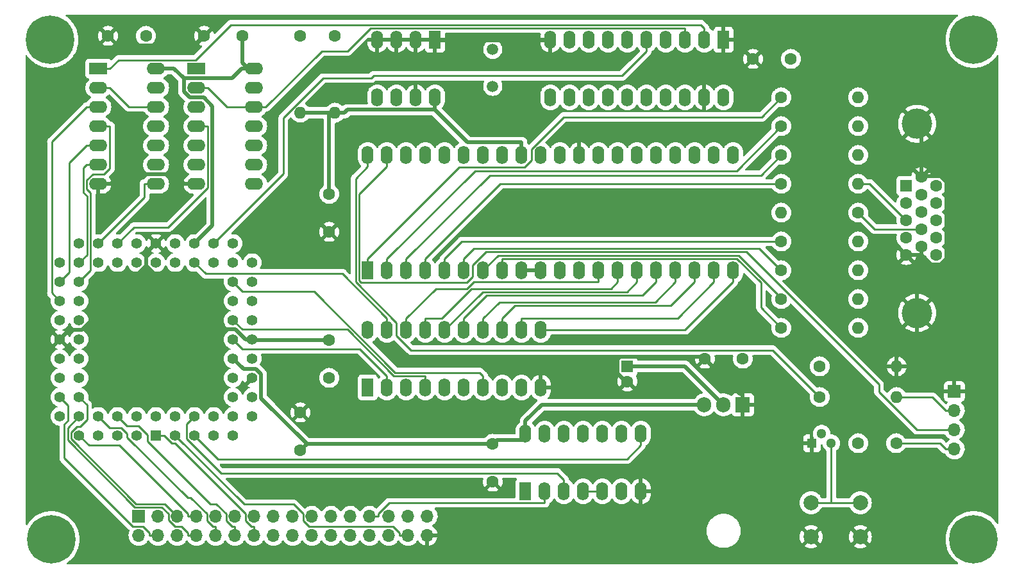
<source format=gtl>
G04 #@! TF.GenerationSoftware,KiCad,Pcbnew,(6.0.1)*
G04 #@! TF.CreationDate,2022-02-26T16:04:48+01:00*
G04 #@! TF.ProjectId,6502-vga,36353032-2d76-4676-912e-6b696361645f,rev?*
G04 #@! TF.SameCoordinates,Original*
G04 #@! TF.FileFunction,Copper,L1,Top*
G04 #@! TF.FilePolarity,Positive*
%FSLAX46Y46*%
G04 Gerber Fmt 4.6, Leading zero omitted, Abs format (unit mm)*
G04 Created by KiCad (PCBNEW (6.0.1)) date 2022-02-26 16:04:48*
%MOMM*%
%LPD*%
G01*
G04 APERTURE LIST*
G04 #@! TA.AperFunction,ComponentPad*
%ADD10C,1.600000*%
G04 #@! TD*
G04 #@! TA.AperFunction,ComponentPad*
%ADD11R,1.700000X1.700000*%
G04 #@! TD*
G04 #@! TA.AperFunction,ComponentPad*
%ADD12O,1.700000X1.700000*%
G04 #@! TD*
G04 #@! TA.AperFunction,ComponentPad*
%ADD13C,4.000000*%
G04 #@! TD*
G04 #@! TA.AperFunction,ComponentPad*
%ADD14R,1.600000X1.600000*%
G04 #@! TD*
G04 #@! TA.AperFunction,ComponentPad*
%ADD15R,1.300000X1.300000*%
G04 #@! TD*
G04 #@! TA.AperFunction,ComponentPad*
%ADD16C,1.300000*%
G04 #@! TD*
G04 #@! TA.AperFunction,ComponentPad*
%ADD17O,1.600000X1.600000*%
G04 #@! TD*
G04 #@! TA.AperFunction,ComponentPad*
%ADD18R,1.422400X1.422400*%
G04 #@! TD*
G04 #@! TA.AperFunction,ComponentPad*
%ADD19C,1.422400*%
G04 #@! TD*
G04 #@! TA.AperFunction,ComponentPad*
%ADD20R,1.600000X2.400000*%
G04 #@! TD*
G04 #@! TA.AperFunction,ComponentPad*
%ADD21O,1.600000X2.400000*%
G04 #@! TD*
G04 #@! TA.AperFunction,ComponentPad*
%ADD22R,2.400000X1.600000*%
G04 #@! TD*
G04 #@! TA.AperFunction,ComponentPad*
%ADD23O,2.400000X1.600000*%
G04 #@! TD*
G04 #@! TA.AperFunction,ComponentPad*
%ADD24C,1.500000*%
G04 #@! TD*
G04 #@! TA.AperFunction,ComponentPad*
%ADD25C,0.800000*%
G04 #@! TD*
G04 #@! TA.AperFunction,ComponentPad*
%ADD26C,6.400000*%
G04 #@! TD*
G04 #@! TA.AperFunction,ComponentPad*
%ADD27C,2.000000*%
G04 #@! TD*
G04 #@! TA.AperFunction,ComponentPad*
%ADD28R,1.905000X2.000000*%
G04 #@! TD*
G04 #@! TA.AperFunction,ComponentPad*
%ADD29O,1.905000X2.000000*%
G04 #@! TD*
G04 #@! TA.AperFunction,Conductor*
%ADD30C,0.500000*%
G04 #@! TD*
G04 #@! TA.AperFunction,Conductor*
%ADD31C,0.250000*%
G04 #@! TD*
G04 APERTURE END LIST*
D10*
X138684000Y-131572000D03*
X138684000Y-136572000D03*
X142494000Y-127000000D03*
X142494000Y-122000000D03*
X142494000Y-107696000D03*
X142494000Y-102696000D03*
X203454000Y-84836000D03*
X198454000Y-84836000D03*
X125984000Y-81788000D03*
X130984000Y-81788000D03*
X164084000Y-140716000D03*
X164084000Y-135716000D03*
D11*
X117348000Y-145288000D03*
D12*
X117348000Y-147828000D03*
X119888000Y-145288000D03*
X119888000Y-147828000D03*
X122428000Y-145288000D03*
X122428000Y-147828000D03*
X124968000Y-145288000D03*
X124968000Y-147828000D03*
X127508000Y-145288000D03*
X127508000Y-147828000D03*
X130048000Y-145288000D03*
X130048000Y-147828000D03*
X132588000Y-145288000D03*
X132588000Y-147828000D03*
X135128000Y-145288000D03*
X135128000Y-147828000D03*
X137668000Y-145288000D03*
X137668000Y-147828000D03*
X140208000Y-145288000D03*
X140208000Y-147828000D03*
X142748000Y-145288000D03*
X142748000Y-147828000D03*
X145288000Y-145288000D03*
X145288000Y-147828000D03*
X147828000Y-145288000D03*
X147828000Y-147828000D03*
X150368000Y-145288000D03*
X150368000Y-147828000D03*
X152908000Y-145288000D03*
X152908000Y-147828000D03*
X155448000Y-145288000D03*
X155448000Y-147828000D03*
D11*
X225044000Y-128778000D03*
D12*
X225044000Y-131318000D03*
X225044000Y-133858000D03*
X225044000Y-136398000D03*
D13*
X220114000Y-93415000D03*
X220114000Y-118415000D03*
D14*
X218694000Y-101600000D03*
D10*
X218694000Y-103890000D03*
X218694000Y-106180000D03*
X218694000Y-108470000D03*
X218694000Y-110760000D03*
X220674000Y-100455000D03*
X220674000Y-102745000D03*
X220674000Y-105035000D03*
X220674000Y-107325000D03*
X220674000Y-109615000D03*
X222654000Y-101600000D03*
X222654000Y-103890000D03*
X222654000Y-106180000D03*
X222654000Y-108470000D03*
X222654000Y-110760000D03*
D15*
X206248000Y-135636000D03*
D16*
X207518000Y-134366000D03*
X208788000Y-135636000D03*
D10*
X207264000Y-129540000D03*
D17*
X217424000Y-129540000D03*
D10*
X207264000Y-125476000D03*
D17*
X217424000Y-125476000D03*
D10*
X202184000Y-89916000D03*
D17*
X212344000Y-89916000D03*
D10*
X202184000Y-97536000D03*
D17*
X212344000Y-97536000D03*
D10*
X202184000Y-101346000D03*
D17*
X212344000Y-101346000D03*
D10*
X202184000Y-112776000D03*
D17*
X212344000Y-112776000D03*
D10*
X202184000Y-116586000D03*
D17*
X212344000Y-116586000D03*
D10*
X202184000Y-120396000D03*
D17*
X212344000Y-120396000D03*
D10*
X143256000Y-81788000D03*
D17*
X143256000Y-91948000D03*
D18*
X119634000Y-134620000D03*
D19*
X119634000Y-132080000D03*
X122174000Y-134620000D03*
X122174000Y-132080000D03*
X124714000Y-134620000D03*
X124714000Y-132080000D03*
X127254000Y-134620000D03*
X127254000Y-132080000D03*
X129794000Y-134620000D03*
X132334000Y-132080000D03*
X129794000Y-132080000D03*
X132334000Y-129540000D03*
X129794000Y-129540000D03*
X132334000Y-127000000D03*
X129794000Y-127000000D03*
X132334000Y-124460000D03*
X129794000Y-124460000D03*
X132334000Y-121920000D03*
X129794000Y-121920000D03*
X132334000Y-119380000D03*
X129794000Y-119380000D03*
X132334000Y-116840000D03*
X129794000Y-116840000D03*
X132334000Y-114300000D03*
X129794000Y-114300000D03*
X132334000Y-111760000D03*
X129794000Y-109220000D03*
X129794000Y-111760000D03*
X127254000Y-109220000D03*
X127254000Y-111760000D03*
X124714000Y-109220000D03*
X124714000Y-111760000D03*
X122174000Y-109220000D03*
X122174000Y-111760000D03*
X119634000Y-109220000D03*
X119634000Y-111760000D03*
X117094000Y-109220000D03*
X117094000Y-111760000D03*
X114554000Y-109220000D03*
X114554000Y-111760000D03*
X112014000Y-109220000D03*
X112014000Y-111760000D03*
X109474000Y-109220000D03*
X106934000Y-111760000D03*
X109474000Y-111760000D03*
X106934000Y-114300000D03*
X109474000Y-114300000D03*
X106934000Y-116840000D03*
X109474000Y-116840000D03*
X106934000Y-119380000D03*
X109474000Y-119380000D03*
X106934000Y-121920000D03*
X109474000Y-121920000D03*
X106934000Y-124460000D03*
X109474000Y-124460000D03*
X106934000Y-127000000D03*
X109474000Y-127000000D03*
X106934000Y-129540000D03*
X109474000Y-129540000D03*
X106934000Y-132080000D03*
X109474000Y-134620000D03*
X109474000Y-132080000D03*
X112014000Y-134620000D03*
X112014000Y-132080000D03*
X114554000Y-134620000D03*
X114554000Y-132080000D03*
X117094000Y-134620000D03*
X117094000Y-132080000D03*
D20*
X168402000Y-141986000D03*
D21*
X170942000Y-141986000D03*
X173482000Y-141986000D03*
X176022000Y-141986000D03*
X178562000Y-141986000D03*
X181102000Y-141986000D03*
X183642000Y-141986000D03*
X183642000Y-134366000D03*
X181102000Y-134366000D03*
X178562000Y-134366000D03*
X176022000Y-134366000D03*
X173482000Y-134366000D03*
X170942000Y-134366000D03*
X168402000Y-134366000D03*
D20*
X147574000Y-128270000D03*
D21*
X150114000Y-128270000D03*
X152654000Y-128270000D03*
X155194000Y-128270000D03*
X157734000Y-128270000D03*
X160274000Y-128270000D03*
X162814000Y-128270000D03*
X165354000Y-128270000D03*
X167894000Y-128270000D03*
X170434000Y-128270000D03*
X170434000Y-120650000D03*
X167894000Y-120650000D03*
X165354000Y-120650000D03*
X162814000Y-120650000D03*
X160274000Y-120650000D03*
X157734000Y-120650000D03*
X155194000Y-120650000D03*
X152654000Y-120650000D03*
X150114000Y-120650000D03*
X147574000Y-120650000D03*
D22*
X112014000Y-86106000D03*
D23*
X112014000Y-88646000D03*
X112014000Y-91186000D03*
X112014000Y-93726000D03*
X112014000Y-96266000D03*
X112014000Y-98806000D03*
X112014000Y-101346000D03*
X119634000Y-101346000D03*
X119634000Y-98806000D03*
X119634000Y-96266000D03*
X119634000Y-93726000D03*
X119634000Y-91186000D03*
X119634000Y-88646000D03*
X119634000Y-86106000D03*
D22*
X124968000Y-86106000D03*
D23*
X124968000Y-88646000D03*
X124968000Y-91186000D03*
X124968000Y-93726000D03*
X124968000Y-96266000D03*
X124968000Y-98806000D03*
X124968000Y-101346000D03*
X132588000Y-101346000D03*
X132588000Y-98806000D03*
X132588000Y-96266000D03*
X132588000Y-93726000D03*
X132588000Y-91186000D03*
X132588000Y-88646000D03*
X132588000Y-86106000D03*
D20*
X147574000Y-112776000D03*
D21*
X150114000Y-112776000D03*
X152654000Y-112776000D03*
X155194000Y-112776000D03*
X157734000Y-112776000D03*
X160274000Y-112776000D03*
X162814000Y-112776000D03*
X165354000Y-112776000D03*
X167894000Y-112776000D03*
X170434000Y-112776000D03*
X172974000Y-112776000D03*
X175514000Y-112776000D03*
X178054000Y-112776000D03*
X180594000Y-112776000D03*
X183134000Y-112776000D03*
X185674000Y-112776000D03*
X188214000Y-112776000D03*
X190754000Y-112776000D03*
X193294000Y-112776000D03*
X195834000Y-112776000D03*
X195834000Y-97536000D03*
X193294000Y-97536000D03*
X190754000Y-97536000D03*
X188214000Y-97536000D03*
X185674000Y-97536000D03*
X183134000Y-97536000D03*
X180594000Y-97536000D03*
X178054000Y-97536000D03*
X175514000Y-97536000D03*
X172974000Y-97536000D03*
X170434000Y-97536000D03*
X167894000Y-97536000D03*
X165354000Y-97536000D03*
X162814000Y-97536000D03*
X160274000Y-97536000D03*
X157734000Y-97536000D03*
X155194000Y-97536000D03*
X152654000Y-97536000D03*
X150114000Y-97536000D03*
X147574000Y-97536000D03*
D20*
X194564000Y-82296000D03*
D21*
X192024000Y-82296000D03*
X189484000Y-82296000D03*
X186944000Y-82296000D03*
X184404000Y-82296000D03*
X181864000Y-82296000D03*
X179324000Y-82296000D03*
X176784000Y-82296000D03*
X174244000Y-82296000D03*
X171704000Y-82296000D03*
X171704000Y-89916000D03*
X174244000Y-89916000D03*
X176784000Y-89916000D03*
X179324000Y-89916000D03*
X181864000Y-89916000D03*
X184404000Y-89916000D03*
X186944000Y-89916000D03*
X189484000Y-89916000D03*
X192024000Y-89916000D03*
X194564000Y-89916000D03*
D20*
X156464000Y-82296000D03*
D21*
X153924000Y-82296000D03*
X151384000Y-82296000D03*
X148844000Y-82296000D03*
X148844000Y-89916000D03*
X151384000Y-89916000D03*
X153924000Y-89916000D03*
X156464000Y-89916000D03*
D10*
X202184000Y-108966000D03*
D17*
X212344000Y-108966000D03*
D10*
X202184000Y-93726000D03*
D17*
X212344000Y-93726000D03*
D10*
X212344000Y-135636000D03*
X217344000Y-135636000D03*
X113284000Y-81788000D03*
X118284000Y-81788000D03*
X197104000Y-124460000D03*
X192104000Y-124460000D03*
X138684000Y-81788000D03*
D17*
X138684000Y-91948000D03*
D24*
X164084000Y-83566000D03*
X164084000Y-88446000D03*
D25*
X107361056Y-80598944D03*
X108064000Y-82296000D03*
X103264000Y-82296000D03*
X105664000Y-84696000D03*
X103966944Y-83993056D03*
X107361056Y-83993056D03*
X103966944Y-80598944D03*
D26*
X105664000Y-82296000D03*
D25*
X105664000Y-79896000D03*
X225886944Y-80598944D03*
X227584000Y-79896000D03*
X229281056Y-80598944D03*
X227584000Y-84696000D03*
X225184000Y-82296000D03*
D26*
X227584000Y-82296000D03*
D25*
X225886944Y-83993056D03*
X229984000Y-82296000D03*
X229281056Y-83993056D03*
X229984000Y-148336000D03*
X229281056Y-146638944D03*
X225886944Y-150033056D03*
X227584000Y-150736000D03*
X225886944Y-146638944D03*
D26*
X227584000Y-148336000D03*
D25*
X229281056Y-150033056D03*
X227584000Y-145936000D03*
X225184000Y-148336000D03*
D26*
X105804000Y-148336000D03*
D25*
X105804000Y-150736000D03*
X105804000Y-145936000D03*
X104106944Y-146638944D03*
X103404000Y-148336000D03*
X104106944Y-150033056D03*
X107501056Y-146638944D03*
X108204000Y-148336000D03*
X107501056Y-150033056D03*
D10*
X212344000Y-105156000D03*
D17*
X202184000Y-105156000D03*
D27*
X206121000Y-143510000D03*
X212621000Y-143510000D03*
X206121000Y-148010000D03*
X212621000Y-148010000D03*
D14*
X181864000Y-125476000D03*
D10*
X181864000Y-127476000D03*
D28*
X197104000Y-130556000D03*
D29*
X194564000Y-130556000D03*
X192024000Y-130556000D03*
D30*
X164608900Y-135191100D02*
X164084000Y-135716000D01*
X133495500Y-126518800D02*
X132815100Y-125838400D01*
X192024000Y-130556000D02*
X170561700Y-130556000D01*
X133495500Y-129671500D02*
X133495500Y-126518800D01*
X127078900Y-91074100D02*
X125920800Y-89916000D01*
X132588000Y-86106000D02*
X131762900Y-86106000D01*
X168402000Y-134366000D02*
X168402000Y-135191100D01*
X125920800Y-89916000D02*
X124054200Y-89916000D01*
X123287200Y-87395800D02*
X121997400Y-86106000D01*
X124054200Y-89916000D02*
X123287200Y-89149000D01*
X123326600Y-87356400D02*
X129687300Y-87356400D01*
X119634000Y-86106000D02*
X121284300Y-86106000D01*
X124714000Y-109220000D02*
X127078900Y-106855100D01*
X127078900Y-106855100D02*
X127078900Y-91074100D01*
X168402000Y-134366000D02*
X168402000Y-132715700D01*
X132815100Y-125838400D02*
X131172400Y-125838400D01*
X121997400Y-86106000D02*
X121284300Y-86106000D01*
X139540000Y-135716000D02*
X138684000Y-136572000D01*
X139540000Y-135716000D02*
X133495500Y-129671500D01*
X130984000Y-85327100D02*
X130984000Y-81788000D01*
X129687300Y-87356400D02*
X130937700Y-86106000D01*
X131172400Y-125838400D02*
X129794000Y-124460000D01*
X123287200Y-87395800D02*
X123326600Y-87356400D01*
X131762900Y-86106000D02*
X130984000Y-85327100D01*
X168402000Y-135191100D02*
X164608900Y-135191100D01*
X131762900Y-86106000D02*
X130937700Y-86106000D01*
X123287200Y-89149000D02*
X123287200Y-87395800D01*
X170561700Y-130556000D02*
X168402000Y-132715700D01*
X164084000Y-135716000D02*
X139540000Y-135716000D01*
X220114000Y-118415000D02*
X220114000Y-114003100D01*
X124968000Y-101346000D02*
X123317700Y-101346000D01*
X220674000Y-100455000D02*
X220674000Y-100318400D01*
X171634400Y-82365600D02*
X171704000Y-82296000D01*
X118349800Y-112197500D02*
X109897300Y-120650000D01*
X156464000Y-82365600D02*
X171634400Y-82365600D01*
X156464000Y-82330800D02*
X153958800Y-82330800D01*
X180584500Y-126445700D02*
X170608000Y-126445700D01*
X142494000Y-122000000D02*
X132414000Y-122000000D01*
X130100200Y-120541600D02*
X131478600Y-121920000D01*
X109897300Y-120650000D02*
X108204000Y-120650000D01*
X131478600Y-121920000D02*
X132334000Y-121920000D01*
X197104000Y-129105700D02*
X196749700Y-129105700D01*
X156464000Y-82296000D02*
X156464000Y-82330800D01*
X118349800Y-110504200D02*
X118349800Y-112197500D01*
X223964800Y-111266000D02*
X223964800Y-101099000D01*
X223217900Y-112012900D02*
X223964800Y-111266000D01*
X181614800Y-127476000D02*
X181864000Y-127476000D01*
X113664300Y-101346000D02*
X114934200Y-100076100D01*
X112014000Y-101346000D02*
X113664300Y-101346000D01*
X114934200Y-100076100D02*
X122047800Y-100076100D01*
X132414000Y-122000000D02*
X132334000Y-121920000D01*
X180584500Y-126445700D02*
X181614800Y-127476000D01*
X196749700Y-129105700D02*
X192104000Y-124460000D01*
X220674000Y-93975000D02*
X220114000Y-93415000D01*
X222015600Y-112101500D02*
X220674000Y-110760000D01*
X222015600Y-112101500D02*
X222104200Y-112012900D01*
X220674000Y-110760000D02*
X218694000Y-110760000D01*
X125984000Y-81788000D02*
X124688700Y-83083300D01*
X122047800Y-100076100D02*
X123317700Y-101346000D01*
X153924000Y-82296000D02*
X151384000Y-82296000D01*
X124688700Y-83083300D02*
X114579300Y-83083300D01*
X148844000Y-82296000D02*
X151384000Y-82296000D01*
X191869600Y-124225600D02*
X180864300Y-124225600D01*
X220674000Y-100318400D02*
X220674000Y-93975000D01*
X170608000Y-126445700D02*
X170434000Y-126619700D01*
X170434000Y-128270000D02*
X170434000Y-126619700D01*
X156464000Y-82330800D02*
X156464000Y-82365600D01*
X126693900Y-120541600D02*
X130100200Y-120541600D01*
X108204000Y-120650000D02*
X106934000Y-121920000D01*
X223184200Y-100318400D02*
X220674000Y-100318400D01*
X217424000Y-124225700D02*
X220114000Y-121535700D01*
X222104200Y-112012900D02*
X223217900Y-112012900D01*
X170434000Y-112776000D02*
X167894000Y-112776000D01*
X114579300Y-83083300D02*
X113284000Y-81788000D01*
X153958800Y-82330800D02*
X153924000Y-82296000D01*
X119634000Y-109220000D02*
X118349800Y-110504200D01*
X192104000Y-124460000D02*
X191869600Y-124225600D01*
X223964800Y-101099000D02*
X223184200Y-100318400D01*
X220114000Y-121535700D02*
X220114000Y-118415000D01*
X220114000Y-114003100D02*
X222015600Y-112101500D01*
X118349800Y-112197500D02*
X126693900Y-120541600D01*
X197104000Y-130556000D02*
X197104000Y-129105700D01*
X180584500Y-124505400D02*
X180584500Y-126445700D01*
X217424000Y-125476000D02*
X217424000Y-124225700D01*
X220674000Y-110760000D02*
X220674000Y-109615000D01*
X180864300Y-124225600D02*
X180584500Y-124505400D01*
X156464000Y-89916000D02*
X156464000Y-91566300D01*
X167894000Y-95885700D02*
X160783400Y-95885700D01*
X194564000Y-130556000D02*
X189484000Y-125476000D01*
X156464000Y-91566300D02*
X144888000Y-91566300D01*
X167894000Y-97536000D02*
X167894000Y-95885700D01*
X138684000Y-91948000D02*
X142494000Y-91948000D01*
X160783400Y-95885700D02*
X156464000Y-91566300D01*
X189484000Y-125476000D02*
X181864000Y-125476000D01*
X144888000Y-91566300D02*
X144506300Y-91948000D01*
X142494000Y-91948000D02*
X143256000Y-91948000D01*
X143256000Y-91948000D02*
X144506300Y-91948000D01*
X142494000Y-91948000D02*
X142494000Y-102696000D01*
D31*
X223106700Y-135636000D02*
X223868700Y-136398000D01*
X217344000Y-135636000D02*
X223106700Y-135636000D01*
X225044000Y-136398000D02*
X223868700Y-136398000D01*
X150924800Y-146652700D02*
X151732700Y-147460600D01*
X139032600Y-145872100D02*
X139813200Y-146652700D01*
X122174000Y-134620000D02*
X131273000Y-143719000D01*
X131273000Y-143719000D02*
X137761500Y-143719000D01*
X139032600Y-144990100D02*
X139032600Y-145872100D01*
X151732700Y-147460600D02*
X151732700Y-147828000D01*
X137761500Y-143719000D02*
X139032600Y-144990100D01*
X139813200Y-146652700D02*
X150924800Y-146652700D01*
X152908000Y-147828000D02*
X151732700Y-147828000D01*
X178562000Y-141986000D02*
X176022000Y-141986000D01*
X170942000Y-143511300D02*
X150412700Y-143511300D01*
X170942000Y-141986000D02*
X170942000Y-143511300D01*
X147828000Y-145288000D02*
X149003300Y-145288000D01*
X149003300Y-144920700D02*
X149003300Y-145288000D01*
X150412700Y-143511300D02*
X149003300Y-144920700D01*
X122101700Y-135656500D02*
X131412700Y-144967500D01*
X119634000Y-134620000D02*
X120670500Y-134620000D01*
X131412700Y-144967500D02*
X131412700Y-145844800D01*
X121707000Y-135656500D02*
X122101700Y-135656500D01*
X132220600Y-146652700D02*
X132588000Y-146652700D01*
X132588000Y-147828000D02*
X132588000Y-146652700D01*
X120670500Y-134620000D02*
X121707000Y-135656500D01*
X131412700Y-145844800D02*
X132220600Y-146652700D01*
X128872700Y-145844800D02*
X129680600Y-146652700D01*
X114554000Y-132080000D02*
X115824000Y-133350000D01*
X118523300Y-134542300D02*
X118523300Y-135402700D01*
X115824000Y-133350000D02*
X117331000Y-133350000D01*
X127594200Y-143707400D02*
X128872700Y-144985900D01*
X126828000Y-143707400D02*
X127594200Y-143707400D01*
X118523300Y-135402700D02*
X126828000Y-143707400D01*
X130048000Y-147828000D02*
X130048000Y-146652700D01*
X129680600Y-146652700D02*
X130048000Y-146652700D01*
X117331000Y-133350000D02*
X118523300Y-134542300D01*
X128872700Y-144985900D02*
X128872700Y-145844800D01*
X126332700Y-145844800D02*
X127140600Y-146652700D01*
X126332700Y-144979500D02*
X126332700Y-145844800D01*
X115824000Y-134849000D02*
X123818200Y-142843200D01*
X115037900Y-133583400D02*
X115824000Y-134369500D01*
X115824000Y-134369500D02*
X115824000Y-134849000D01*
X113517400Y-133583400D02*
X115037900Y-133583400D01*
X127140600Y-146652700D02*
X127508000Y-146652700D01*
X112014000Y-132080000D02*
X113517400Y-133583400D01*
X123818200Y-142843200D02*
X124196400Y-142843200D01*
X127508000Y-147828000D02*
X127508000Y-146652700D01*
X124196400Y-142843200D02*
X126332700Y-144979500D01*
X122984800Y-146652700D02*
X122091700Y-146652700D01*
X120377000Y-144112700D02*
X116820900Y-144112700D01*
X122091700Y-146652700D02*
X121252600Y-145813600D01*
X124968000Y-147828000D02*
X123792700Y-147828000D01*
X107959700Y-135251500D02*
X107959700Y-133594300D01*
X116820900Y-144112700D02*
X107959700Y-135251500D01*
X123792700Y-147460600D02*
X122984800Y-146652700D01*
X123792700Y-147828000D02*
X123792700Y-147460600D01*
X121252600Y-144988300D02*
X120377000Y-144112700D01*
X121252600Y-145813600D02*
X121252600Y-144988300D01*
X107959700Y-133594300D02*
X109474000Y-132080000D01*
X124968000Y-145288000D02*
X123792700Y-145288000D01*
X109474000Y-134620000D02*
X110772900Y-135918900D01*
X110772900Y-135918900D02*
X114790900Y-135918900D01*
X123792700Y-144920700D02*
X123792700Y-145288000D01*
X114790900Y-135918900D02*
X123792700Y-144920700D01*
X117007500Y-143662400D02*
X108410000Y-135064900D01*
X109579200Y-133462500D02*
X110510600Y-132531100D01*
X108410000Y-134193200D02*
X109140700Y-133462500D01*
X120802400Y-143662400D02*
X117007500Y-143662400D01*
X110510600Y-130576600D02*
X109474000Y-129540000D01*
X108410000Y-135064900D02*
X108410000Y-134193200D01*
X109140700Y-133462500D02*
X109579200Y-133462500D01*
X122428000Y-145288000D02*
X120802400Y-143662400D01*
X110510600Y-132531100D02*
X110510600Y-130576600D01*
X118712700Y-147828000D02*
X118712700Y-147460600D01*
X119888000Y-147828000D02*
X118712700Y-147828000D01*
X116546000Y-146652700D02*
X107506500Y-137613200D01*
X107506500Y-137613200D02*
X107506500Y-133140900D01*
X117904800Y-146652700D02*
X116546000Y-146652700D01*
X108028000Y-132619400D02*
X108028000Y-130634000D01*
X107506500Y-133140900D02*
X108028000Y-132619400D01*
X118712700Y-147460600D02*
X117904800Y-146652700D01*
X108028000Y-130634000D02*
X106934000Y-129540000D01*
X150114000Y-97536000D02*
X150114000Y-99061300D01*
X146448600Y-102726700D02*
X150114000Y-99061300D01*
X225044000Y-133858000D02*
X220078700Y-133858000D01*
X161399400Y-112129300D02*
X161399400Y-113642200D01*
X160685300Y-114356300D02*
X146694100Y-114356300D01*
X163184100Y-110344600D02*
X161399400Y-112129300D01*
X161399400Y-113642200D02*
X160685300Y-114356300D01*
X146448600Y-114110800D02*
X146448600Y-102726700D01*
X215068000Y-128847300D02*
X215068000Y-127873400D01*
X197539200Y-110344600D02*
X163184100Y-110344600D01*
X220078700Y-133858000D02*
X215068000Y-128847300D01*
X146694100Y-114356300D02*
X146448600Y-114110800D01*
X215068000Y-127873400D02*
X197539200Y-110344600D01*
X225044000Y-131318000D02*
X223868700Y-131318000D01*
X217424000Y-129540000D02*
X222090700Y-129540000D01*
X222090700Y-129540000D02*
X223868700Y-131318000D01*
X212344000Y-101346000D02*
X213860000Y-101346000D01*
X213860000Y-101346000D02*
X218694000Y-106180000D01*
X208788000Y-143510000D02*
X208788000Y-135636000D01*
X208788000Y-143510000D02*
X206121000Y-143510000D01*
X212621000Y-143510000D02*
X208788000Y-143510000D01*
X147574000Y-97536000D02*
X147574000Y-99061300D01*
X201058600Y-123334600D02*
X207264000Y-129540000D01*
X153322000Y-123334600D02*
X201058600Y-123334600D01*
X151384000Y-121396600D02*
X153322000Y-123334600D01*
X151384000Y-119683100D02*
X151384000Y-121396600D01*
X147574000Y-99061300D02*
X145990800Y-100644500D01*
X145990800Y-100644500D02*
X145990800Y-114289900D01*
X145990800Y-114289900D02*
X151384000Y-119683100D01*
X169175000Y-96785200D02*
X173442400Y-92517800D01*
X147574000Y-112776000D02*
X147574000Y-111250700D01*
X159660700Y-99164000D02*
X168257600Y-99164000D01*
X147574000Y-111250700D02*
X159660700Y-99164000D01*
X168257600Y-99164000D02*
X169175000Y-98246600D01*
X199582200Y-92517800D02*
X202184000Y-89916000D01*
X173442400Y-92517800D02*
X199582200Y-92517800D01*
X169175000Y-98246600D02*
X169175000Y-96785200D01*
X150114000Y-112776000D02*
X150114000Y-111250700D01*
X196295600Y-99614400D02*
X161750300Y-99614400D01*
X202184000Y-93726000D02*
X196295600Y-99614400D01*
X161750300Y-99614400D02*
X150114000Y-111250700D01*
X199499400Y-100220600D02*
X202184000Y-97536000D01*
X152654000Y-112776000D02*
X152654000Y-111250700D01*
X152654000Y-111250700D02*
X163684100Y-100220600D01*
X163684100Y-100220600D02*
X199499400Y-100220600D01*
X165098700Y-101346000D02*
X202184000Y-101346000D01*
X155194000Y-112776000D02*
X155194000Y-111250700D01*
X155194000Y-111250700D02*
X165098700Y-101346000D01*
X157734000Y-112776000D02*
X157734000Y-111250700D01*
X160018700Y-108966000D02*
X202184000Y-108966000D01*
X157734000Y-111250700D02*
X160018700Y-108966000D01*
X160274000Y-112776000D02*
X160274000Y-111250700D01*
X202184000Y-112776000D02*
X199302300Y-109894300D01*
X161630400Y-109894300D02*
X160274000Y-111250700D01*
X199302300Y-109894300D02*
X161630400Y-109894300D01*
X110488700Y-91186000D02*
X105876900Y-95797800D01*
X105876900Y-115782900D02*
X106934000Y-116840000D01*
X105876900Y-95797800D02*
X105876900Y-115782900D01*
X112014000Y-91186000D02*
X110488700Y-91186000D01*
X110488700Y-96266000D02*
X108204000Y-98550700D01*
X108204000Y-98550700D02*
X108204000Y-113030000D01*
X108204000Y-113030000D02*
X106934000Y-114300000D01*
X112014000Y-96266000D02*
X110488700Y-96266000D01*
X113539300Y-99296600D02*
X112759900Y-100076000D01*
X113539300Y-93726000D02*
X113539300Y-99296600D01*
X110977400Y-112796600D02*
X109474000Y-114300000D01*
X110488700Y-102008900D02*
X110977400Y-102497600D01*
X112759900Y-100076000D02*
X111288900Y-100076000D01*
X111288900Y-100076000D02*
X110488700Y-100876200D01*
X110977400Y-102497600D02*
X110977400Y-112796600D01*
X110488700Y-100876200D02*
X110488700Y-102008900D01*
X112014000Y-93726000D02*
X113539300Y-93726000D01*
X110510600Y-110723400D02*
X109474000Y-111760000D01*
X110510600Y-102985900D02*
X110510600Y-110723400D01*
X110488700Y-98806000D02*
X110038400Y-99256300D01*
X112014000Y-98806000D02*
X110488700Y-98806000D01*
X110038400Y-99256300D02*
X110038400Y-102513700D01*
X110038400Y-102513700D02*
X110510600Y-102985900D01*
X119634000Y-101346000D02*
X118108700Y-101346000D01*
X118108700Y-103125300D02*
X112014000Y-109220000D01*
X118108700Y-101346000D02*
X118108700Y-103125300D01*
X116697200Y-107076800D02*
X114554000Y-109220000D01*
X126493300Y-93726000D02*
X126493300Y-101820400D01*
X124968000Y-93726000D02*
X126493300Y-93726000D01*
X126493300Y-101820400D02*
X121236900Y-107076800D01*
X121236900Y-107076800D02*
X116697200Y-107076800D01*
X141662700Y-87377500D02*
X148033500Y-87377500D01*
X136440400Y-92599800D02*
X141662700Y-87377500D01*
X148033500Y-87377500D02*
X148338100Y-87072900D01*
X148338100Y-87072900D02*
X181152400Y-87072900D01*
X136440400Y-100033600D02*
X136440400Y-92599800D01*
X184404000Y-82296000D02*
X184404000Y-83821300D01*
X127254000Y-109220000D02*
X136440400Y-100033600D01*
X181152400Y-87072900D02*
X184404000Y-83821300D01*
X126196500Y-113242500D02*
X124714000Y-111760000D01*
X150114000Y-120650000D02*
X150114000Y-119124700D01*
X144231800Y-113242500D02*
X126196500Y-113242500D01*
X150114000Y-119124700D02*
X144231800Y-113242500D01*
X131064000Y-115570000D02*
X129794000Y-114300000D01*
X162363700Y-126294400D02*
X151215200Y-126294400D01*
X162814000Y-128270000D02*
X162814000Y-126744700D01*
X151215200Y-126294400D02*
X140490800Y-115570000D01*
X140490800Y-115570000D02*
X131064000Y-115570000D01*
X162814000Y-126744700D02*
X162363700Y-126294400D01*
X144892400Y-120608500D02*
X131193900Y-120608500D01*
X151028600Y-126744700D02*
X144892400Y-120608500D01*
X131193900Y-120608500D02*
X131178300Y-120592900D01*
X155194000Y-128270000D02*
X155194000Y-126744700D01*
X131178300Y-120592900D02*
X131006900Y-120592900D01*
X155194000Y-126744700D02*
X151028600Y-126744700D01*
X131006900Y-120592900D02*
X129794000Y-119380000D01*
X131064000Y-123190000D02*
X129794000Y-121920000D01*
X150114000Y-126744700D02*
X146559300Y-123190000D01*
X146559300Y-123190000D02*
X131064000Y-123190000D01*
X150114000Y-128270000D02*
X150114000Y-126744700D01*
X181809600Y-137723700D02*
X127817700Y-137723700D01*
X127817700Y-137723700D02*
X124714000Y-134620000D01*
X183642000Y-134366000D02*
X183642000Y-135891300D01*
X183642000Y-135891300D02*
X181809600Y-137723700D01*
X123672200Y-133121800D02*
X124714000Y-132080000D01*
X173482000Y-140460700D02*
X172597100Y-139575800D01*
X128193900Y-139575800D02*
X123672200Y-135054100D01*
X173482000Y-141986000D02*
X173482000Y-140460700D01*
X172597100Y-139575800D02*
X128193900Y-139575800D01*
X123672200Y-135054100D02*
X123672200Y-133121800D01*
X161547400Y-114301300D02*
X178054000Y-114301300D01*
X152654000Y-120650000D02*
X152654000Y-119124700D01*
X178054000Y-112776000D02*
X178054000Y-114301300D01*
X160646800Y-115201900D02*
X161547400Y-114301300D01*
X156576800Y-115201900D02*
X160646800Y-115201900D01*
X152654000Y-119124700D02*
X156576800Y-115201900D01*
X179693400Y-115201900D02*
X161283700Y-115201900D01*
X180594000Y-112776000D02*
X180594000Y-114301300D01*
X161283700Y-115201900D02*
X157360900Y-119124700D01*
X180594000Y-114301300D02*
X179693400Y-115201900D01*
X157360900Y-119124700D02*
X155194000Y-119124700D01*
X155194000Y-120650000D02*
X155194000Y-119124700D01*
X181783000Y-115652300D02*
X162731700Y-115652300D01*
X183134000Y-114301300D02*
X181783000Y-115652300D01*
X183134000Y-112776000D02*
X183134000Y-114301300D01*
X162731700Y-115652300D02*
X157734000Y-120650000D01*
X185674000Y-114301300D02*
X183872600Y-116102700D01*
X185674000Y-112776000D02*
X185674000Y-114301300D01*
X163296000Y-116102700D02*
X160274000Y-119124700D01*
X183872600Y-116102700D02*
X163296000Y-116102700D01*
X160274000Y-120650000D02*
X160274000Y-119124700D01*
X185512200Y-117003100D02*
X188214000Y-114301300D01*
X188214000Y-112776000D02*
X188214000Y-114301300D01*
X162814000Y-120650000D02*
X162814000Y-119124700D01*
X162814000Y-119124700D02*
X164935600Y-117003100D01*
X164935600Y-117003100D02*
X185512200Y-117003100D01*
X187601900Y-117453400D02*
X190754000Y-114301300D01*
X167025300Y-117453400D02*
X187601900Y-117453400D01*
X165354000Y-119124700D02*
X167025300Y-117453400D01*
X190754000Y-112776000D02*
X190754000Y-114301300D01*
X165354000Y-120650000D02*
X165354000Y-119124700D01*
X167894000Y-120650000D02*
X167894000Y-119124700D01*
X193294000Y-114301300D02*
X188470600Y-119124700D01*
X188470600Y-119124700D02*
X167894000Y-119124700D01*
X193294000Y-112776000D02*
X193294000Y-114301300D01*
X195834000Y-112776000D02*
X195834000Y-114301300D01*
X189485300Y-120650000D02*
X170434000Y-120650000D01*
X195834000Y-114301300D02*
X189485300Y-120650000D01*
X124968000Y-88646000D02*
X126493300Y-88646000D01*
X189484000Y-80770700D02*
X147929100Y-80770700D01*
X116079300Y-91186000D02*
X113539300Y-88646000D01*
X112014000Y-88646000D02*
X113539300Y-88646000D01*
X132588000Y-91186000D02*
X134113300Y-91186000D01*
X132588000Y-91186000D02*
X129033300Y-91186000D01*
X141511100Y-83788200D02*
X134113300Y-91186000D01*
X189484000Y-82296000D02*
X189484000Y-80770700D01*
X119634000Y-91186000D02*
X116079300Y-91186000D01*
X129033300Y-91186000D02*
X126493300Y-88646000D01*
X144911600Y-83788200D02*
X141511100Y-83788200D01*
X147929100Y-80770700D02*
X144911600Y-83788200D01*
X124858500Y-84980700D02*
X114664600Y-84980700D01*
X191564000Y-80310700D02*
X129528500Y-80310700D01*
X192024000Y-80770700D02*
X191564000Y-80310700D01*
X114664600Y-84980700D02*
X113539300Y-86106000D01*
X192024000Y-82296000D02*
X192024000Y-80770700D01*
X112014000Y-86106000D02*
X113539300Y-86106000D01*
X129528500Y-80310700D02*
X124858500Y-84980700D01*
X214513000Y-107325000D02*
X220674000Y-107325000D01*
X212344000Y-105156000D02*
X214513000Y-107325000D01*
X164795000Y-110795000D02*
X196584100Y-110795000D01*
X202184000Y-116394900D02*
X202184000Y-116586000D01*
X162814000Y-112776000D02*
X164795000Y-110795000D01*
X196584100Y-110795000D02*
X202184000Y-116394900D01*
X199499400Y-114419700D02*
X199499400Y-117711400D01*
X165354000Y-111250700D02*
X196330400Y-111250700D01*
X165354000Y-112776000D02*
X165354000Y-111250700D01*
X199499400Y-117711400D02*
X202184000Y-120396000D01*
X196330400Y-111250700D02*
X199499400Y-114419700D01*
G04 #@! TA.AperFunction,Conductor*
G36*
X225502289Y-79014002D02*
G01*
X225548782Y-79067658D01*
X225558886Y-79137932D01*
X225529392Y-79202512D01*
X225502792Y-79225673D01*
X225401207Y-79291643D01*
X225099124Y-79536266D01*
X224824266Y-79811124D01*
X224822194Y-79813682D01*
X224822191Y-79813686D01*
X224761954Y-79888073D01*
X224579643Y-80113207D01*
X224577848Y-80115970D01*
X224577848Y-80115971D01*
X224375654Y-80427325D01*
X224367938Y-80439206D01*
X224366443Y-80442140D01*
X224366439Y-80442147D01*
X224214535Y-80740276D01*
X224191468Y-80785547D01*
X224190284Y-80788632D01*
X224054458Y-81142471D01*
X224052167Y-81148438D01*
X223951562Y-81523901D01*
X223942669Y-81580050D01*
X223892423Y-81897289D01*
X223890754Y-81907824D01*
X223870411Y-82296000D01*
X223890754Y-82684176D01*
X223891267Y-82687416D01*
X223891268Y-82687424D01*
X223907563Y-82790301D01*
X223951562Y-83068099D01*
X224052167Y-83443562D01*
X224053352Y-83446650D01*
X224053353Y-83446652D01*
X224092060Y-83547486D01*
X224191468Y-83806453D01*
X224192966Y-83809393D01*
X224352733Y-84122952D01*
X224367938Y-84152794D01*
X224369734Y-84155560D01*
X224369736Y-84155563D01*
X224537061Y-84413222D01*
X224579643Y-84478793D01*
X224589106Y-84490479D01*
X224816567Y-84771368D01*
X224824266Y-84780876D01*
X225099124Y-85055734D01*
X225101682Y-85057806D01*
X225101686Y-85057809D01*
X225250166Y-85178046D01*
X225401207Y-85300357D01*
X225403970Y-85302152D01*
X225403971Y-85302152D01*
X225704021Y-85497006D01*
X225727205Y-85512062D01*
X225730139Y-85513557D01*
X225730146Y-85513561D01*
X226000092Y-85651105D01*
X226073547Y-85688532D01*
X226436438Y-85827833D01*
X226811901Y-85928438D01*
X227015793Y-85960732D01*
X227192576Y-85988732D01*
X227192584Y-85988733D01*
X227195824Y-85989246D01*
X227584000Y-86009589D01*
X227972176Y-85989246D01*
X227975416Y-85988733D01*
X227975424Y-85988732D01*
X228152207Y-85960732D01*
X228356099Y-85928438D01*
X228731562Y-85827833D01*
X229094453Y-85688532D01*
X229167908Y-85651105D01*
X229437854Y-85513561D01*
X229437861Y-85513557D01*
X229440795Y-85512062D01*
X229463980Y-85497006D01*
X229764029Y-85302152D01*
X229764030Y-85302152D01*
X229766793Y-85300357D01*
X229917834Y-85178046D01*
X230066314Y-85057809D01*
X230066318Y-85057806D01*
X230068876Y-85055734D01*
X230343734Y-84780876D01*
X230351434Y-84771368D01*
X230578894Y-84490479D01*
X230588357Y-84478793D01*
X230623564Y-84424579D01*
X230654327Y-84377208D01*
X230708204Y-84330971D01*
X230778525Y-84321201D01*
X230842965Y-84351001D01*
X230881064Y-84410910D01*
X230886000Y-84445832D01*
X230886000Y-146186168D01*
X230865998Y-146254289D01*
X230812342Y-146300782D01*
X230742068Y-146310886D01*
X230677488Y-146281392D01*
X230654327Y-146254792D01*
X230590152Y-146155971D01*
X230590152Y-146155970D01*
X230588357Y-146153207D01*
X230460238Y-145994994D01*
X230345809Y-145853686D01*
X230345806Y-145853682D01*
X230343734Y-145851124D01*
X230068876Y-145576266D01*
X229766793Y-145331643D01*
X229704770Y-145291365D01*
X229443564Y-145121736D01*
X229443561Y-145121734D01*
X229440795Y-145119938D01*
X229437861Y-145118443D01*
X229437854Y-145118439D01*
X229097393Y-144944966D01*
X229094453Y-144943468D01*
X228860652Y-144853720D01*
X228734652Y-144805353D01*
X228734650Y-144805352D01*
X228731562Y-144804167D01*
X228356099Y-144703562D01*
X228152207Y-144671268D01*
X227975424Y-144643268D01*
X227975416Y-144643267D01*
X227972176Y-144642754D01*
X227584000Y-144622411D01*
X227195824Y-144642754D01*
X227192584Y-144643267D01*
X227192576Y-144643268D01*
X227015793Y-144671268D01*
X226811901Y-144703562D01*
X226436438Y-144804167D01*
X226433350Y-144805352D01*
X226433348Y-144805353D01*
X226307348Y-144853720D01*
X226073547Y-144943468D01*
X226070607Y-144944966D01*
X225730147Y-145118439D01*
X225730140Y-145118443D01*
X225727206Y-145119938D01*
X225401207Y-145331643D01*
X225099124Y-145576266D01*
X224824266Y-145851124D01*
X224822194Y-145853682D01*
X224822191Y-145853686D01*
X224707762Y-145994994D01*
X224579643Y-146153207D01*
X224577848Y-146155970D01*
X224577848Y-146155971D01*
X224388544Y-146447476D01*
X224367938Y-146479206D01*
X224366443Y-146482140D01*
X224366439Y-146482147D01*
X224197989Y-146812748D01*
X224191468Y-146825547D01*
X224134205Y-146974722D01*
X224058239Y-147172621D01*
X224052167Y-147188438D01*
X223951562Y-147563901D01*
X223930006Y-147700000D01*
X223899186Y-147894590D01*
X223890754Y-147947824D01*
X223870411Y-148336000D01*
X223890754Y-148724176D01*
X223891267Y-148727416D01*
X223891268Y-148727424D01*
X223914134Y-148871792D01*
X223951562Y-149108099D01*
X224052167Y-149483562D01*
X224053352Y-149486650D01*
X224053353Y-149486652D01*
X224106634Y-149625453D01*
X224191468Y-149846453D01*
X224367938Y-150192794D01*
X224579643Y-150518793D01*
X224824266Y-150820876D01*
X225099124Y-151095734D01*
X225401207Y-151340357D01*
X225431760Y-151360199D01*
X225502816Y-151406343D01*
X225549052Y-151460219D01*
X225558822Y-151530540D01*
X225529022Y-151594980D01*
X225469113Y-151633079D01*
X225434192Y-151638015D01*
X167221697Y-151638410D01*
X107952583Y-151638812D01*
X107884462Y-151618810D01*
X107837969Y-151565155D01*
X107827864Y-151494881D01*
X107857357Y-151430300D01*
X107883957Y-151407140D01*
X107984024Y-151342156D01*
X107984034Y-151342149D01*
X107986793Y-151340357D01*
X108288876Y-151095734D01*
X108563734Y-150820876D01*
X108808357Y-150518793D01*
X109020062Y-150192794D01*
X109196532Y-149846453D01*
X109281366Y-149625453D01*
X109334647Y-149486652D01*
X109334648Y-149486650D01*
X109335833Y-149483562D01*
X109436438Y-149108099D01*
X109473866Y-148871792D01*
X109496732Y-148727424D01*
X109496733Y-148727416D01*
X109497246Y-148724176D01*
X109517589Y-148336000D01*
X109497246Y-147947824D01*
X109488815Y-147894590D01*
X109457994Y-147700000D01*
X109436438Y-147563901D01*
X109335833Y-147188438D01*
X109329762Y-147172621D01*
X109253795Y-146974722D01*
X109196532Y-146825547D01*
X109190011Y-146812748D01*
X109021561Y-146482147D01*
X109021557Y-146482140D01*
X109020062Y-146479206D01*
X108999457Y-146447476D01*
X108810152Y-146155971D01*
X108810152Y-146155970D01*
X108808357Y-146153207D01*
X108680238Y-145994994D01*
X108565809Y-145853686D01*
X108565806Y-145853682D01*
X108563734Y-145851124D01*
X108288876Y-145576266D01*
X107986793Y-145331643D01*
X107924770Y-145291365D01*
X107663564Y-145121736D01*
X107663561Y-145121734D01*
X107660795Y-145119938D01*
X107657861Y-145118443D01*
X107657854Y-145118439D01*
X107317393Y-144944966D01*
X107314453Y-144943468D01*
X107080652Y-144853720D01*
X106954652Y-144805353D01*
X106954650Y-144805352D01*
X106951562Y-144804167D01*
X106576099Y-144703562D01*
X106372207Y-144671268D01*
X106195424Y-144643268D01*
X106195416Y-144643267D01*
X106192176Y-144642754D01*
X105804000Y-144622411D01*
X105415824Y-144642754D01*
X105412584Y-144643267D01*
X105412576Y-144643268D01*
X105235793Y-144671268D01*
X105031901Y-144703562D01*
X104656438Y-144804167D01*
X104653350Y-144805352D01*
X104653348Y-144805353D01*
X104527348Y-144853720D01*
X104293547Y-144943468D01*
X104290607Y-144944966D01*
X103950147Y-145118439D01*
X103950140Y-145118443D01*
X103947206Y-145119938D01*
X103621207Y-145331643D01*
X103319124Y-145576266D01*
X103044266Y-145851124D01*
X103042194Y-145853682D01*
X103042191Y-145853686D01*
X102927762Y-145994994D01*
X102799643Y-146153207D01*
X102797848Y-146155970D01*
X102797848Y-146155971D01*
X102639891Y-146399205D01*
X102586014Y-146445442D01*
X102515693Y-146455212D01*
X102451253Y-146425412D01*
X102413154Y-146365504D01*
X102408218Y-146330670D01*
X102390919Y-121925475D01*
X105710622Y-121925475D01*
X105728257Y-122127043D01*
X105730159Y-122137832D01*
X105782528Y-122333273D01*
X105786276Y-122343569D01*
X105871783Y-122526941D01*
X105877266Y-122536436D01*
X105900269Y-122569288D01*
X105910748Y-122577664D01*
X105924194Y-122570596D01*
X106561978Y-121932812D01*
X106569592Y-121918868D01*
X106569461Y-121917035D01*
X106565210Y-121910420D01*
X105923473Y-121268683D01*
X105911698Y-121262253D01*
X105899683Y-121271549D01*
X105877266Y-121303564D01*
X105871783Y-121313059D01*
X105786276Y-121496431D01*
X105782528Y-121506727D01*
X105730159Y-121702168D01*
X105728257Y-121712957D01*
X105710622Y-121914525D01*
X105710622Y-121925475D01*
X102390919Y-121925475D01*
X102381094Y-108065284D01*
X102372384Y-95777743D01*
X105238680Y-95777743D01*
X105239426Y-95785635D01*
X105242841Y-95821761D01*
X105243400Y-95833619D01*
X105243400Y-115704133D01*
X105242873Y-115715316D01*
X105241198Y-115722809D01*
X105241447Y-115730735D01*
X105241447Y-115730736D01*
X105243338Y-115790886D01*
X105243400Y-115794845D01*
X105243400Y-115822756D01*
X105243897Y-115826690D01*
X105243897Y-115826691D01*
X105243905Y-115826756D01*
X105244838Y-115838593D01*
X105246227Y-115882789D01*
X105251878Y-115902239D01*
X105255887Y-115921600D01*
X105258426Y-115941697D01*
X105261345Y-115949068D01*
X105261345Y-115949070D01*
X105274704Y-115982812D01*
X105278549Y-115994042D01*
X105288671Y-116028883D01*
X105290882Y-116036493D01*
X105294915Y-116043312D01*
X105294917Y-116043317D01*
X105301193Y-116053928D01*
X105309888Y-116071676D01*
X105317348Y-116090517D01*
X105322010Y-116096933D01*
X105322010Y-116096934D01*
X105343336Y-116126287D01*
X105349852Y-116136207D01*
X105366109Y-116163695D01*
X105372358Y-116174262D01*
X105386679Y-116188583D01*
X105399519Y-116203616D01*
X105411428Y-116220007D01*
X105426902Y-116232808D01*
X105445505Y-116248198D01*
X105454284Y-116256188D01*
X105697353Y-116499257D01*
X105731379Y-116561569D01*
X105730070Y-116616568D01*
X105730621Y-116616665D01*
X105729982Y-116620288D01*
X105729966Y-116620957D01*
X105729667Y-116622072D01*
X105729666Y-116622077D01*
X105728242Y-116627392D01*
X105709641Y-116840000D01*
X105728242Y-117052608D01*
X105729666Y-117057921D01*
X105729666Y-117057923D01*
X105779255Y-117242989D01*
X105783479Y-117258755D01*
X105785801Y-117263736D01*
X105785802Y-117263737D01*
X105871348Y-117447192D01*
X105871351Y-117447197D01*
X105873674Y-117452179D01*
X105876830Y-117456686D01*
X105876831Y-117456688D01*
X105968988Y-117588301D01*
X105996087Y-117627003D01*
X106146997Y-117777913D01*
X106151505Y-117781070D01*
X106151508Y-117781072D01*
X106204191Y-117817961D01*
X106321820Y-117900326D01*
X106326802Y-117902649D01*
X106326807Y-117902652D01*
X106510256Y-117988195D01*
X106510260Y-117988196D01*
X106515245Y-117990521D01*
X106519803Y-117991742D01*
X106576778Y-118033692D01*
X106602117Y-118100014D01*
X106587577Y-118169505D01*
X106537775Y-118220105D01*
X106520093Y-118228180D01*
X106515245Y-118229479D01*
X106510260Y-118231804D01*
X106510256Y-118231805D01*
X106326808Y-118317348D01*
X106326803Y-118317351D01*
X106321821Y-118319674D01*
X106317314Y-118322830D01*
X106317312Y-118322831D01*
X106151508Y-118438928D01*
X106151505Y-118438930D01*
X106146997Y-118442087D01*
X105996087Y-118592997D01*
X105992930Y-118597505D01*
X105992928Y-118597508D01*
X105876831Y-118763312D01*
X105873674Y-118767821D01*
X105871351Y-118772803D01*
X105871348Y-118772808D01*
X105798997Y-118927966D01*
X105783479Y-118961245D01*
X105782057Y-118966553D01*
X105782056Y-118966555D01*
X105740684Y-119120958D01*
X105728242Y-119167392D01*
X105709641Y-119380000D01*
X105728242Y-119592608D01*
X105729666Y-119597921D01*
X105729666Y-119597923D01*
X105782056Y-119793443D01*
X105783479Y-119798755D01*
X105785801Y-119803736D01*
X105785802Y-119803737D01*
X105871348Y-119987192D01*
X105871351Y-119987197D01*
X105873674Y-119992179D01*
X105876830Y-119996686D01*
X105876831Y-119996688D01*
X105890704Y-120016500D01*
X105996087Y-120167003D01*
X106146997Y-120317913D01*
X106151505Y-120321070D01*
X106151508Y-120321072D01*
X106208513Y-120360987D01*
X106321820Y-120440326D01*
X106326802Y-120442649D01*
X106326807Y-120442652D01*
X106510257Y-120528195D01*
X106515245Y-120530521D01*
X106520385Y-120531898D01*
X106577512Y-120573961D01*
X106602850Y-120640282D01*
X106588309Y-120709774D01*
X106538506Y-120760372D01*
X106520343Y-120768667D01*
X106510437Y-120772273D01*
X106327059Y-120857783D01*
X106317564Y-120863266D01*
X106284712Y-120886269D01*
X106276336Y-120896748D01*
X106283404Y-120910194D01*
X106921188Y-121547978D01*
X106935132Y-121555592D01*
X106936965Y-121555461D01*
X106943580Y-121551210D01*
X107585318Y-120909472D01*
X107591748Y-120897698D01*
X107582452Y-120885683D01*
X107550434Y-120863263D01*
X107540944Y-120857785D01*
X107357563Y-120772273D01*
X107347657Y-120768667D01*
X107290487Y-120726572D01*
X107265150Y-120660250D01*
X107279692Y-120590759D01*
X107329495Y-120540161D01*
X107347551Y-120531916D01*
X107352755Y-120530521D01*
X107357743Y-120528195D01*
X107541193Y-120442652D01*
X107541198Y-120442649D01*
X107546180Y-120440326D01*
X107659487Y-120360987D01*
X107716492Y-120321072D01*
X107716495Y-120321070D01*
X107721003Y-120317913D01*
X107871913Y-120167003D01*
X107977297Y-120016500D01*
X107991169Y-119996688D01*
X107991170Y-119996686D01*
X107994326Y-119992179D01*
X107996649Y-119987197D01*
X107996652Y-119987192D01*
X108082195Y-119803744D01*
X108082198Y-119803737D01*
X108084521Y-119798755D01*
X108085742Y-119794197D01*
X108127692Y-119737222D01*
X108194014Y-119711883D01*
X108263505Y-119726423D01*
X108314105Y-119776225D01*
X108322180Y-119793907D01*
X108323479Y-119798755D01*
X108325802Y-119803737D01*
X108325805Y-119803744D01*
X108411348Y-119987192D01*
X108411351Y-119987197D01*
X108413674Y-119992179D01*
X108416830Y-119996686D01*
X108416831Y-119996688D01*
X108430704Y-120016500D01*
X108536087Y-120167003D01*
X108686997Y-120317913D01*
X108691505Y-120321070D01*
X108691508Y-120321072D01*
X108748513Y-120360987D01*
X108861820Y-120440326D01*
X108866802Y-120442649D01*
X108866807Y-120442652D01*
X109050256Y-120528195D01*
X109050260Y-120528196D01*
X109055245Y-120530521D01*
X109059803Y-120531742D01*
X109116778Y-120573692D01*
X109142117Y-120640014D01*
X109127577Y-120709505D01*
X109077775Y-120760105D01*
X109060093Y-120768180D01*
X109055245Y-120769479D01*
X109050260Y-120771804D01*
X109050256Y-120771805D01*
X108866808Y-120857348D01*
X108866803Y-120857351D01*
X108861821Y-120859674D01*
X108857314Y-120862830D01*
X108857312Y-120862831D01*
X108691508Y-120978928D01*
X108691505Y-120978930D01*
X108686997Y-120982087D01*
X108536087Y-121132997D01*
X108532930Y-121137505D01*
X108532928Y-121137508D01*
X108428781Y-121286246D01*
X108413674Y-121307821D01*
X108411351Y-121312803D01*
X108411348Y-121312808D01*
X108325802Y-121496263D01*
X108323479Y-121501245D01*
X108322102Y-121506385D01*
X108280039Y-121563512D01*
X108213718Y-121588850D01*
X108144226Y-121574309D01*
X108093628Y-121524506D01*
X108085333Y-121506343D01*
X108081727Y-121496437D01*
X107996217Y-121313059D01*
X107990734Y-121303564D01*
X107967731Y-121270712D01*
X107957252Y-121262336D01*
X107943806Y-121269404D01*
X107306022Y-121907188D01*
X107298408Y-121921132D01*
X107298539Y-121922965D01*
X107302790Y-121929580D01*
X107944527Y-122571317D01*
X107956302Y-122577747D01*
X107968317Y-122568451D01*
X107990734Y-122536436D01*
X107996217Y-122526941D01*
X108081727Y-122343563D01*
X108085333Y-122333657D01*
X108127428Y-122276487D01*
X108193750Y-122251150D01*
X108263241Y-122265692D01*
X108313839Y-122315495D01*
X108322084Y-122333551D01*
X108323479Y-122338755D01*
X108325801Y-122343736D01*
X108325802Y-122343737D01*
X108411348Y-122527192D01*
X108411351Y-122527197D01*
X108413674Y-122532179D01*
X108416830Y-122536686D01*
X108416831Y-122536688D01*
X108531954Y-122701100D01*
X108536087Y-122707003D01*
X108686997Y-122857913D01*
X108691505Y-122861070D01*
X108691508Y-122861072D01*
X108717992Y-122879616D01*
X108861820Y-122980326D01*
X108866802Y-122982649D01*
X108866807Y-122982652D01*
X109050256Y-123068195D01*
X109050260Y-123068196D01*
X109055245Y-123070521D01*
X109059803Y-123071742D01*
X109116778Y-123113692D01*
X109142117Y-123180014D01*
X109127577Y-123249505D01*
X109077775Y-123300105D01*
X109060093Y-123308180D01*
X109055245Y-123309479D01*
X109050260Y-123311804D01*
X109050256Y-123311805D01*
X108866808Y-123397348D01*
X108866803Y-123397351D01*
X108861821Y-123399674D01*
X108857314Y-123402830D01*
X108857312Y-123402831D01*
X108691508Y-123518928D01*
X108691505Y-123518930D01*
X108686997Y-123522087D01*
X108536087Y-123672997D01*
X108532930Y-123677505D01*
X108532928Y-123677508D01*
X108429441Y-123825303D01*
X108413674Y-123847821D01*
X108411351Y-123852803D01*
X108411348Y-123852808D01*
X108325805Y-124036256D01*
X108323479Y-124041245D01*
X108322258Y-124045803D01*
X108280308Y-124102778D01*
X108213986Y-124128117D01*
X108144495Y-124113577D01*
X108093895Y-124063775D01*
X108085820Y-124046093D01*
X108084521Y-124041245D01*
X108082195Y-124036256D01*
X107996652Y-123852808D01*
X107996649Y-123852803D01*
X107994326Y-123847821D01*
X107978559Y-123825303D01*
X107875072Y-123677508D01*
X107875070Y-123677505D01*
X107871913Y-123672997D01*
X107721003Y-123522087D01*
X107546180Y-123399674D01*
X107541198Y-123397351D01*
X107541193Y-123397348D01*
X107357737Y-123311802D01*
X107357736Y-123311802D01*
X107352755Y-123309479D01*
X107347615Y-123308102D01*
X107290488Y-123266039D01*
X107265150Y-123199718D01*
X107279691Y-123130226D01*
X107329494Y-123079628D01*
X107347657Y-123071333D01*
X107357563Y-123067727D01*
X107540944Y-122982215D01*
X107550434Y-122976737D01*
X107583291Y-122953730D01*
X107591665Y-122943254D01*
X107584596Y-122929806D01*
X106946812Y-122292022D01*
X106932868Y-122284408D01*
X106931035Y-122284539D01*
X106924420Y-122288790D01*
X106282682Y-122930528D01*
X106276252Y-122942302D01*
X106285548Y-122954317D01*
X106317566Y-122976737D01*
X106327056Y-122982215D01*
X106510437Y-123067727D01*
X106520343Y-123071333D01*
X106577513Y-123113428D01*
X106602850Y-123179750D01*
X106588308Y-123249241D01*
X106538505Y-123299839D01*
X106520449Y-123308084D01*
X106515245Y-123309479D01*
X106510264Y-123311801D01*
X106510263Y-123311802D01*
X106326808Y-123397348D01*
X106326803Y-123397351D01*
X106321821Y-123399674D01*
X106317314Y-123402830D01*
X106317312Y-123402831D01*
X106151508Y-123518928D01*
X106151505Y-123518930D01*
X106146997Y-123522087D01*
X105996087Y-123672997D01*
X105992930Y-123677505D01*
X105992928Y-123677508D01*
X105889441Y-123825303D01*
X105873674Y-123847821D01*
X105871351Y-123852803D01*
X105871348Y-123852808D01*
X105785808Y-124036251D01*
X105783479Y-124041245D01*
X105782057Y-124046553D01*
X105782056Y-124046555D01*
X105730144Y-124240293D01*
X105728242Y-124247392D01*
X105709641Y-124460000D01*
X105728242Y-124672608D01*
X105729666Y-124677921D01*
X105729666Y-124677923D01*
X105771642Y-124834577D01*
X105783479Y-124878755D01*
X105785801Y-124883736D01*
X105785802Y-124883737D01*
X105871348Y-125067192D01*
X105871351Y-125067197D01*
X105873674Y-125072179D01*
X105876830Y-125076686D01*
X105876831Y-125076688D01*
X105978580Y-125222000D01*
X105996087Y-125247003D01*
X106146997Y-125397913D01*
X106321820Y-125520326D01*
X106326802Y-125522649D01*
X106326807Y-125522652D01*
X106510256Y-125608195D01*
X106510260Y-125608196D01*
X106515245Y-125610521D01*
X106519803Y-125611742D01*
X106576778Y-125653692D01*
X106602117Y-125720014D01*
X106587577Y-125789505D01*
X106537775Y-125840105D01*
X106520093Y-125848180D01*
X106515245Y-125849479D01*
X106510260Y-125851804D01*
X106510256Y-125851805D01*
X106326808Y-125937348D01*
X106326803Y-125937351D01*
X106321821Y-125939674D01*
X106317314Y-125942830D01*
X106317312Y-125942831D01*
X106151508Y-126058928D01*
X106151505Y-126058930D01*
X106146997Y-126062087D01*
X105996087Y-126212997D01*
X105992930Y-126217505D01*
X105992928Y-126217508D01*
X105876831Y-126383312D01*
X105873674Y-126387821D01*
X105871351Y-126392803D01*
X105871348Y-126392808D01*
X105795017Y-126556502D01*
X105783479Y-126581245D01*
X105782057Y-126586553D01*
X105782056Y-126586555D01*
X105730921Y-126777393D01*
X105728242Y-126787392D01*
X105709641Y-127000000D01*
X105728242Y-127212608D01*
X105729666Y-127217921D01*
X105729666Y-127217923D01*
X105780625Y-127408102D01*
X105783479Y-127418755D01*
X105785801Y-127423736D01*
X105785802Y-127423737D01*
X105871348Y-127607192D01*
X105871351Y-127607197D01*
X105873674Y-127612179D01*
X105876830Y-127616686D01*
X105876831Y-127616688D01*
X105986640Y-127773511D01*
X105996087Y-127787003D01*
X106146997Y-127937913D01*
X106151505Y-127941070D01*
X106151508Y-127941072D01*
X106167355Y-127952168D01*
X106321820Y-128060326D01*
X106326802Y-128062649D01*
X106326807Y-128062652D01*
X106510256Y-128148195D01*
X106510260Y-128148196D01*
X106515245Y-128150521D01*
X106519803Y-128151742D01*
X106576778Y-128193692D01*
X106602117Y-128260014D01*
X106587577Y-128329505D01*
X106537775Y-128380105D01*
X106520093Y-128388180D01*
X106515245Y-128389479D01*
X106510260Y-128391804D01*
X106510256Y-128391805D01*
X106326808Y-128477348D01*
X106326803Y-128477351D01*
X106321821Y-128479674D01*
X106317314Y-128482830D01*
X106317312Y-128482831D01*
X106151508Y-128598928D01*
X106151505Y-128598930D01*
X106146997Y-128602087D01*
X105996087Y-128752997D01*
X105992930Y-128757505D01*
X105992928Y-128757508D01*
X105876831Y-128923312D01*
X105873674Y-128927821D01*
X105871351Y-128932803D01*
X105871348Y-128932808D01*
X105786969Y-129113761D01*
X105783479Y-129121245D01*
X105782057Y-129126553D01*
X105782056Y-129126555D01*
X105729666Y-129322077D01*
X105728242Y-129327392D01*
X105709641Y-129540000D01*
X105728242Y-129752608D01*
X105729666Y-129757921D01*
X105729666Y-129757923D01*
X105768884Y-129904284D01*
X105783479Y-129958755D01*
X105785801Y-129963736D01*
X105785802Y-129963737D01*
X105871348Y-130147192D01*
X105871351Y-130147197D01*
X105873674Y-130152179D01*
X105876830Y-130156686D01*
X105876831Y-130156688D01*
X105978580Y-130302000D01*
X105996087Y-130327003D01*
X106146997Y-130477913D01*
X106151505Y-130481070D01*
X106151508Y-130481072D01*
X106190108Y-130508100D01*
X106321820Y-130600326D01*
X106326802Y-130602649D01*
X106326807Y-130602652D01*
X106510256Y-130688195D01*
X106510260Y-130688196D01*
X106515245Y-130690521D01*
X106519803Y-130691742D01*
X106576778Y-130733692D01*
X106602117Y-130800014D01*
X106587577Y-130869505D01*
X106537775Y-130920105D01*
X106520093Y-130928180D01*
X106515245Y-130929479D01*
X106510260Y-130931804D01*
X106510256Y-130931805D01*
X106326808Y-131017348D01*
X106326803Y-131017351D01*
X106321821Y-131019674D01*
X106317314Y-131022830D01*
X106317312Y-131022831D01*
X106151508Y-131138928D01*
X106151505Y-131138930D01*
X106146997Y-131142087D01*
X105996087Y-131292997D01*
X105992930Y-131297505D01*
X105992928Y-131297508D01*
X105896008Y-131435925D01*
X105873674Y-131467821D01*
X105871351Y-131472803D01*
X105871348Y-131472808D01*
X105811600Y-131600939D01*
X105783479Y-131661245D01*
X105782057Y-131666553D01*
X105782056Y-131666555D01*
X105733138Y-131849121D01*
X105728242Y-131867392D01*
X105709641Y-132080000D01*
X105728242Y-132292608D01*
X105729666Y-132297921D01*
X105729666Y-132297923D01*
X105766997Y-132437242D01*
X105783479Y-132498755D01*
X105785801Y-132503736D01*
X105785802Y-132503737D01*
X105871348Y-132687192D01*
X105871351Y-132687197D01*
X105873674Y-132692179D01*
X105876830Y-132696686D01*
X105876831Y-132696688D01*
X105989677Y-132857848D01*
X105996087Y-132867003D01*
X106146997Y-133017913D01*
X106151505Y-133021070D01*
X106151508Y-133021072D01*
X106180021Y-133041037D01*
X106321820Y-133140326D01*
X106326802Y-133142649D01*
X106326807Y-133142652D01*
X106502333Y-133224500D01*
X106515245Y-133230521D01*
X106520553Y-133231943D01*
X106520555Y-133231944D01*
X106716077Y-133284334D01*
X106716079Y-133284334D01*
X106721392Y-133285758D01*
X106726868Y-133286237D01*
X106726873Y-133286238D01*
X106751398Y-133288383D01*
X106757981Y-133288959D01*
X106824099Y-133314822D01*
X106865739Y-133372325D01*
X106873000Y-133414480D01*
X106873000Y-137534433D01*
X106872473Y-137545616D01*
X106870798Y-137553109D01*
X106871047Y-137561035D01*
X106871047Y-137561036D01*
X106872938Y-137621186D01*
X106873000Y-137625145D01*
X106873000Y-137653056D01*
X106873497Y-137656990D01*
X106873497Y-137656991D01*
X106873505Y-137657056D01*
X106874438Y-137668893D01*
X106875827Y-137713089D01*
X106881478Y-137732539D01*
X106885487Y-137751900D01*
X106888026Y-137771997D01*
X106890945Y-137779368D01*
X106890945Y-137779370D01*
X106904304Y-137813112D01*
X106908149Y-137824342D01*
X106920482Y-137866793D01*
X106924515Y-137873612D01*
X106924517Y-137873617D01*
X106930793Y-137884228D01*
X106939488Y-137901976D01*
X106946948Y-137920817D01*
X106951610Y-137927233D01*
X106951610Y-137927234D01*
X106972936Y-137956587D01*
X106979452Y-137966507D01*
X107001958Y-138004562D01*
X107016279Y-138018883D01*
X107029119Y-138033916D01*
X107041028Y-138050307D01*
X107047134Y-138055358D01*
X107075105Y-138078498D01*
X107083884Y-138086488D01*
X116042343Y-147044947D01*
X116049887Y-147053237D01*
X116054000Y-147059718D01*
X116059777Y-147065143D01*
X116094063Y-147097339D01*
X116130029Y-147158552D01*
X116127192Y-147229492D01*
X116122099Y-147242240D01*
X116101694Y-147286200D01*
X116068688Y-147357305D01*
X116008989Y-147572570D01*
X115985251Y-147794695D01*
X115998110Y-148017715D01*
X115999247Y-148022761D01*
X115999248Y-148022767D01*
X116013606Y-148086475D01*
X116047222Y-148235639D01*
X116131266Y-148442616D01*
X116181863Y-148525183D01*
X116245291Y-148628688D01*
X116247987Y-148633088D01*
X116394250Y-148801938D01*
X116566126Y-148944632D01*
X116759000Y-149057338D01*
X116967692Y-149137030D01*
X116972760Y-149138061D01*
X116972763Y-149138062D01*
X117067862Y-149157410D01*
X117186597Y-149181567D01*
X117191772Y-149181757D01*
X117191774Y-149181757D01*
X117404673Y-149189564D01*
X117404677Y-149189564D01*
X117409837Y-149189753D01*
X117414957Y-149189097D01*
X117414959Y-149189097D01*
X117626288Y-149162025D01*
X117626289Y-149162025D01*
X117631416Y-149161368D01*
X117636366Y-149159883D01*
X117840429Y-149098661D01*
X117840434Y-149098659D01*
X117845384Y-149097174D01*
X118045994Y-148998896D01*
X118227860Y-148869173D01*
X118283891Y-148813338D01*
X118370105Y-148727424D01*
X118386096Y-148711489D01*
X118445594Y-148628689D01*
X118516453Y-148530077D01*
X118517776Y-148531028D01*
X118564645Y-148487857D01*
X118634580Y-148475625D01*
X118700026Y-148503144D01*
X118727875Y-148534994D01*
X118787987Y-148633088D01*
X118934250Y-148801938D01*
X119106126Y-148944632D01*
X119299000Y-149057338D01*
X119507692Y-149137030D01*
X119512760Y-149138061D01*
X119512763Y-149138062D01*
X119607862Y-149157410D01*
X119726597Y-149181567D01*
X119731772Y-149181757D01*
X119731774Y-149181757D01*
X119944673Y-149189564D01*
X119944677Y-149189564D01*
X119949837Y-149189753D01*
X119954957Y-149189097D01*
X119954959Y-149189097D01*
X120166288Y-149162025D01*
X120166289Y-149162025D01*
X120171416Y-149161368D01*
X120176366Y-149159883D01*
X120380429Y-149098661D01*
X120380434Y-149098659D01*
X120385384Y-149097174D01*
X120585994Y-148998896D01*
X120767860Y-148869173D01*
X120823891Y-148813338D01*
X120910105Y-148727424D01*
X120926096Y-148711489D01*
X120985594Y-148628689D01*
X121056453Y-148530077D01*
X121057776Y-148531028D01*
X121104645Y-148487857D01*
X121174580Y-148475625D01*
X121240026Y-148503144D01*
X121267875Y-148534994D01*
X121327987Y-148633088D01*
X121474250Y-148801938D01*
X121646126Y-148944632D01*
X121839000Y-149057338D01*
X122047692Y-149137030D01*
X122052760Y-149138061D01*
X122052763Y-149138062D01*
X122147862Y-149157410D01*
X122266597Y-149181567D01*
X122271772Y-149181757D01*
X122271774Y-149181757D01*
X122484673Y-149189564D01*
X122484677Y-149189564D01*
X122489837Y-149189753D01*
X122494957Y-149189097D01*
X122494959Y-149189097D01*
X122706288Y-149162025D01*
X122706289Y-149162025D01*
X122711416Y-149161368D01*
X122716366Y-149159883D01*
X122920429Y-149098661D01*
X122920434Y-149098659D01*
X122925384Y-149097174D01*
X123125994Y-148998896D01*
X123307860Y-148869173D01*
X123363891Y-148813338D01*
X123450105Y-148727424D01*
X123466096Y-148711489D01*
X123525594Y-148628689D01*
X123596453Y-148530077D01*
X123597776Y-148531028D01*
X123644645Y-148487857D01*
X123714580Y-148475625D01*
X123780026Y-148503144D01*
X123807875Y-148534994D01*
X123867987Y-148633088D01*
X124014250Y-148801938D01*
X124186126Y-148944632D01*
X124379000Y-149057338D01*
X124587692Y-149137030D01*
X124592760Y-149138061D01*
X124592763Y-149138062D01*
X124687862Y-149157410D01*
X124806597Y-149181567D01*
X124811772Y-149181757D01*
X124811774Y-149181757D01*
X125024673Y-149189564D01*
X125024677Y-149189564D01*
X125029837Y-149189753D01*
X125034957Y-149189097D01*
X125034959Y-149189097D01*
X125246288Y-149162025D01*
X125246289Y-149162025D01*
X125251416Y-149161368D01*
X125256366Y-149159883D01*
X125460429Y-149098661D01*
X125460434Y-149098659D01*
X125465384Y-149097174D01*
X125665994Y-148998896D01*
X125847860Y-148869173D01*
X125903891Y-148813338D01*
X125990105Y-148727424D01*
X126006096Y-148711489D01*
X126065594Y-148628689D01*
X126136453Y-148530077D01*
X126137776Y-148531028D01*
X126184645Y-148487857D01*
X126254580Y-148475625D01*
X126320026Y-148503144D01*
X126347875Y-148534994D01*
X126407987Y-148633088D01*
X126554250Y-148801938D01*
X126726126Y-148944632D01*
X126919000Y-149057338D01*
X127127692Y-149137030D01*
X127132760Y-149138061D01*
X127132763Y-149138062D01*
X127227862Y-149157410D01*
X127346597Y-149181567D01*
X127351772Y-149181757D01*
X127351774Y-149181757D01*
X127564673Y-149189564D01*
X127564677Y-149189564D01*
X127569837Y-149189753D01*
X127574957Y-149189097D01*
X127574959Y-149189097D01*
X127786288Y-149162025D01*
X127786289Y-149162025D01*
X127791416Y-149161368D01*
X127796366Y-149159883D01*
X128000429Y-149098661D01*
X128000434Y-149098659D01*
X128005384Y-149097174D01*
X128205994Y-148998896D01*
X128387860Y-148869173D01*
X128443891Y-148813338D01*
X128530105Y-148727424D01*
X128546096Y-148711489D01*
X128605594Y-148628689D01*
X128676453Y-148530077D01*
X128677776Y-148531028D01*
X128724645Y-148487857D01*
X128794580Y-148475625D01*
X128860026Y-148503144D01*
X128887875Y-148534994D01*
X128947987Y-148633088D01*
X129094250Y-148801938D01*
X129266126Y-148944632D01*
X129459000Y-149057338D01*
X129667692Y-149137030D01*
X129672760Y-149138061D01*
X129672763Y-149138062D01*
X129767862Y-149157410D01*
X129886597Y-149181567D01*
X129891772Y-149181757D01*
X129891774Y-149181757D01*
X130104673Y-149189564D01*
X130104677Y-149189564D01*
X130109837Y-149189753D01*
X130114957Y-149189097D01*
X130114959Y-149189097D01*
X130326288Y-149162025D01*
X130326289Y-149162025D01*
X130331416Y-149161368D01*
X130336366Y-149159883D01*
X130540429Y-149098661D01*
X130540434Y-149098659D01*
X130545384Y-149097174D01*
X130745994Y-148998896D01*
X130927860Y-148869173D01*
X130983891Y-148813338D01*
X131070105Y-148727424D01*
X131086096Y-148711489D01*
X131145594Y-148628689D01*
X131216453Y-148530077D01*
X131217776Y-148531028D01*
X131264645Y-148487857D01*
X131334580Y-148475625D01*
X131400026Y-148503144D01*
X131427875Y-148534994D01*
X131487987Y-148633088D01*
X131634250Y-148801938D01*
X131806126Y-148944632D01*
X131999000Y-149057338D01*
X132207692Y-149137030D01*
X132212760Y-149138061D01*
X132212763Y-149138062D01*
X132307862Y-149157410D01*
X132426597Y-149181567D01*
X132431772Y-149181757D01*
X132431774Y-149181757D01*
X132644673Y-149189564D01*
X132644677Y-149189564D01*
X132649837Y-149189753D01*
X132654957Y-149189097D01*
X132654959Y-149189097D01*
X132866288Y-149162025D01*
X132866289Y-149162025D01*
X132871416Y-149161368D01*
X132876366Y-149159883D01*
X133080429Y-149098661D01*
X133080434Y-149098659D01*
X133085384Y-149097174D01*
X133285994Y-148998896D01*
X133467860Y-148869173D01*
X133523891Y-148813338D01*
X133610105Y-148727424D01*
X133626096Y-148711489D01*
X133685594Y-148628689D01*
X133756453Y-148530077D01*
X133757776Y-148531028D01*
X133804645Y-148487857D01*
X133874580Y-148475625D01*
X133940026Y-148503144D01*
X133967875Y-148534994D01*
X134027987Y-148633088D01*
X134174250Y-148801938D01*
X134346126Y-148944632D01*
X134539000Y-149057338D01*
X134747692Y-149137030D01*
X134752760Y-149138061D01*
X134752763Y-149138062D01*
X134847862Y-149157410D01*
X134966597Y-149181567D01*
X134971772Y-149181757D01*
X134971774Y-149181757D01*
X135184673Y-149189564D01*
X135184677Y-149189564D01*
X135189837Y-149189753D01*
X135194957Y-149189097D01*
X135194959Y-149189097D01*
X135406288Y-149162025D01*
X135406289Y-149162025D01*
X135411416Y-149161368D01*
X135416366Y-149159883D01*
X135620429Y-149098661D01*
X135620434Y-149098659D01*
X135625384Y-149097174D01*
X135825994Y-148998896D01*
X136007860Y-148869173D01*
X136063891Y-148813338D01*
X136150105Y-148727424D01*
X136166096Y-148711489D01*
X136225594Y-148628689D01*
X136296453Y-148530077D01*
X136297776Y-148531028D01*
X136344645Y-148487857D01*
X136414580Y-148475625D01*
X136480026Y-148503144D01*
X136507875Y-148534994D01*
X136567987Y-148633088D01*
X136714250Y-148801938D01*
X136886126Y-148944632D01*
X137079000Y-149057338D01*
X137287692Y-149137030D01*
X137292760Y-149138061D01*
X137292763Y-149138062D01*
X137387862Y-149157410D01*
X137506597Y-149181567D01*
X137511772Y-149181757D01*
X137511774Y-149181757D01*
X137724673Y-149189564D01*
X137724677Y-149189564D01*
X137729837Y-149189753D01*
X137734957Y-149189097D01*
X137734959Y-149189097D01*
X137946288Y-149162025D01*
X137946289Y-149162025D01*
X137951416Y-149161368D01*
X137956366Y-149159883D01*
X138160429Y-149098661D01*
X138160434Y-149098659D01*
X138165384Y-149097174D01*
X138365994Y-148998896D01*
X138547860Y-148869173D01*
X138603891Y-148813338D01*
X138690105Y-148727424D01*
X138706096Y-148711489D01*
X138765594Y-148628689D01*
X138836453Y-148530077D01*
X138837776Y-148531028D01*
X138884645Y-148487857D01*
X138954580Y-148475625D01*
X139020026Y-148503144D01*
X139047875Y-148534994D01*
X139107987Y-148633088D01*
X139254250Y-148801938D01*
X139426126Y-148944632D01*
X139619000Y-149057338D01*
X139827692Y-149137030D01*
X139832760Y-149138061D01*
X139832763Y-149138062D01*
X139927862Y-149157410D01*
X140046597Y-149181567D01*
X140051772Y-149181757D01*
X140051774Y-149181757D01*
X140264673Y-149189564D01*
X140264677Y-149189564D01*
X140269837Y-149189753D01*
X140274957Y-149189097D01*
X140274959Y-149189097D01*
X140486288Y-149162025D01*
X140486289Y-149162025D01*
X140491416Y-149161368D01*
X140496366Y-149159883D01*
X140700429Y-149098661D01*
X140700434Y-149098659D01*
X140705384Y-149097174D01*
X140905994Y-148998896D01*
X141087860Y-148869173D01*
X141143891Y-148813338D01*
X141230105Y-148727424D01*
X141246096Y-148711489D01*
X141305594Y-148628689D01*
X141376453Y-148530077D01*
X141377776Y-148531028D01*
X141424645Y-148487857D01*
X141494580Y-148475625D01*
X141560026Y-148503144D01*
X141587875Y-148534994D01*
X141647987Y-148633088D01*
X141794250Y-148801938D01*
X141966126Y-148944632D01*
X142159000Y-149057338D01*
X142367692Y-149137030D01*
X142372760Y-149138061D01*
X142372763Y-149138062D01*
X142467862Y-149157410D01*
X142586597Y-149181567D01*
X142591772Y-149181757D01*
X142591774Y-149181757D01*
X142804673Y-149189564D01*
X142804677Y-149189564D01*
X142809837Y-149189753D01*
X142814957Y-149189097D01*
X142814959Y-149189097D01*
X143026288Y-149162025D01*
X143026289Y-149162025D01*
X143031416Y-149161368D01*
X143036366Y-149159883D01*
X143240429Y-149098661D01*
X143240434Y-149098659D01*
X143245384Y-149097174D01*
X143445994Y-148998896D01*
X143627860Y-148869173D01*
X143683891Y-148813338D01*
X143770105Y-148727424D01*
X143786096Y-148711489D01*
X143845594Y-148628689D01*
X143916453Y-148530077D01*
X143917776Y-148531028D01*
X143964645Y-148487857D01*
X144034580Y-148475625D01*
X144100026Y-148503144D01*
X144127875Y-148534994D01*
X144187987Y-148633088D01*
X144334250Y-148801938D01*
X144506126Y-148944632D01*
X144699000Y-149057338D01*
X144907692Y-149137030D01*
X144912760Y-149138061D01*
X144912763Y-149138062D01*
X145007862Y-149157410D01*
X145126597Y-149181567D01*
X145131772Y-149181757D01*
X145131774Y-149181757D01*
X145344673Y-149189564D01*
X145344677Y-149189564D01*
X145349837Y-149189753D01*
X145354957Y-149189097D01*
X145354959Y-149189097D01*
X145566288Y-149162025D01*
X145566289Y-149162025D01*
X145571416Y-149161368D01*
X145576366Y-149159883D01*
X145780429Y-149098661D01*
X145780434Y-149098659D01*
X145785384Y-149097174D01*
X145985994Y-148998896D01*
X146167860Y-148869173D01*
X146223891Y-148813338D01*
X146310105Y-148727424D01*
X146326096Y-148711489D01*
X146385594Y-148628689D01*
X146456453Y-148530077D01*
X146457776Y-148531028D01*
X146504645Y-148487857D01*
X146574580Y-148475625D01*
X146640026Y-148503144D01*
X146667875Y-148534994D01*
X146727987Y-148633088D01*
X146874250Y-148801938D01*
X147046126Y-148944632D01*
X147239000Y-149057338D01*
X147447692Y-149137030D01*
X147452760Y-149138061D01*
X147452763Y-149138062D01*
X147547862Y-149157410D01*
X147666597Y-149181567D01*
X147671772Y-149181757D01*
X147671774Y-149181757D01*
X147884673Y-149189564D01*
X147884677Y-149189564D01*
X147889837Y-149189753D01*
X147894957Y-149189097D01*
X147894959Y-149189097D01*
X148106288Y-149162025D01*
X148106289Y-149162025D01*
X148111416Y-149161368D01*
X148116366Y-149159883D01*
X148320429Y-149098661D01*
X148320434Y-149098659D01*
X148325384Y-149097174D01*
X148525994Y-148998896D01*
X148707860Y-148869173D01*
X148763891Y-148813338D01*
X148850105Y-148727424D01*
X148866096Y-148711489D01*
X148925594Y-148628689D01*
X148996453Y-148530077D01*
X148997776Y-148531028D01*
X149044645Y-148487857D01*
X149114580Y-148475625D01*
X149180026Y-148503144D01*
X149207875Y-148534994D01*
X149267987Y-148633088D01*
X149414250Y-148801938D01*
X149586126Y-148944632D01*
X149779000Y-149057338D01*
X149987692Y-149137030D01*
X149992760Y-149138061D01*
X149992763Y-149138062D01*
X150087862Y-149157410D01*
X150206597Y-149181567D01*
X150211772Y-149181757D01*
X150211774Y-149181757D01*
X150424673Y-149189564D01*
X150424677Y-149189564D01*
X150429837Y-149189753D01*
X150434957Y-149189097D01*
X150434959Y-149189097D01*
X150646288Y-149162025D01*
X150646289Y-149162025D01*
X150651416Y-149161368D01*
X150656366Y-149159883D01*
X150860429Y-149098661D01*
X150860434Y-149098659D01*
X150865384Y-149097174D01*
X151065994Y-148998896D01*
X151247860Y-148869173D01*
X151303891Y-148813338D01*
X151390105Y-148727424D01*
X151406096Y-148711489D01*
X151465594Y-148628689D01*
X151536453Y-148530077D01*
X151537776Y-148531028D01*
X151584645Y-148487857D01*
X151654580Y-148475625D01*
X151720026Y-148503144D01*
X151747875Y-148534994D01*
X151807987Y-148633088D01*
X151954250Y-148801938D01*
X152126126Y-148944632D01*
X152319000Y-149057338D01*
X152527692Y-149137030D01*
X152532760Y-149138061D01*
X152532763Y-149138062D01*
X152627862Y-149157410D01*
X152746597Y-149181567D01*
X152751772Y-149181757D01*
X152751774Y-149181757D01*
X152964673Y-149189564D01*
X152964677Y-149189564D01*
X152969837Y-149189753D01*
X152974957Y-149189097D01*
X152974959Y-149189097D01*
X153186288Y-149162025D01*
X153186289Y-149162025D01*
X153191416Y-149161368D01*
X153196366Y-149159883D01*
X153400429Y-149098661D01*
X153400434Y-149098659D01*
X153405384Y-149097174D01*
X153605994Y-148998896D01*
X153787860Y-148869173D01*
X153843891Y-148813338D01*
X153930105Y-148727424D01*
X153946096Y-148711489D01*
X154005594Y-148628689D01*
X154076453Y-148530077D01*
X154077640Y-148530930D01*
X154124960Y-148487362D01*
X154194897Y-148475145D01*
X154260338Y-148502678D01*
X154288166Y-148534511D01*
X154345694Y-148628388D01*
X154351777Y-148636699D01*
X154491213Y-148797667D01*
X154498580Y-148804883D01*
X154662434Y-148940916D01*
X154670881Y-148946831D01*
X154854756Y-149054279D01*
X154864042Y-149058729D01*
X155063001Y-149134703D01*
X155072899Y-149137579D01*
X155176250Y-149158606D01*
X155190299Y-149157410D01*
X155194000Y-149147065D01*
X155194000Y-149146517D01*
X155702000Y-149146517D01*
X155706064Y-149160359D01*
X155719478Y-149162393D01*
X155726184Y-149161534D01*
X155736262Y-149159392D01*
X155940255Y-149098191D01*
X155949842Y-149094433D01*
X156141095Y-149000739D01*
X156149945Y-148995464D01*
X156323328Y-148871792D01*
X156331200Y-148865139D01*
X156482052Y-148714812D01*
X156488730Y-148706965D01*
X156613003Y-148534020D01*
X156618313Y-148525183D01*
X156712670Y-148334267D01*
X156716469Y-148324672D01*
X156778377Y-148120910D01*
X156780555Y-148110837D01*
X156781986Y-148099962D01*
X156779775Y-148085778D01*
X156766617Y-148082000D01*
X155720115Y-148082000D01*
X155704876Y-148086475D01*
X155703671Y-148087865D01*
X155702000Y-148095548D01*
X155702000Y-149146517D01*
X155194000Y-149146517D01*
X155194000Y-147700000D01*
X155214002Y-147631879D01*
X155267658Y-147585386D01*
X155320000Y-147574000D01*
X156766344Y-147574000D01*
X156779875Y-147570027D01*
X156781180Y-147560947D01*
X156739214Y-147393875D01*
X156735894Y-147384124D01*
X156662793Y-147216000D01*
X192300654Y-147216000D01*
X192300924Y-147220119D01*
X192310243Y-147362297D01*
X192320017Y-147511426D01*
X192320819Y-147515459D01*
X192320820Y-147515465D01*
X192357527Y-147700000D01*
X192377776Y-147801797D01*
X192379103Y-147805706D01*
X192379104Y-147805710D01*
X192450125Y-148014930D01*
X192472941Y-148082145D01*
X192492058Y-148120910D01*
X192601649Y-148343138D01*
X192603885Y-148347673D01*
X192606179Y-148351106D01*
X192729049Y-148534994D01*
X192768367Y-148593838D01*
X192771081Y-148596932D01*
X192771085Y-148596938D01*
X192885519Y-148727424D01*
X192963573Y-148816427D01*
X192966662Y-148819136D01*
X193183062Y-149008915D01*
X193183068Y-149008919D01*
X193186162Y-149011633D01*
X193189588Y-149013922D01*
X193189593Y-149013926D01*
X193314183Y-149097174D01*
X193432327Y-149176115D01*
X193436026Y-149177939D01*
X193436031Y-149177942D01*
X193566152Y-149242110D01*
X193697855Y-149307059D01*
X193701760Y-149308384D01*
X193701761Y-149308385D01*
X193974290Y-149400896D01*
X193974294Y-149400897D01*
X193978203Y-149402224D01*
X193982247Y-149403028D01*
X193982253Y-149403030D01*
X194264535Y-149459180D01*
X194264541Y-149459181D01*
X194268574Y-149459983D01*
X194272679Y-149460252D01*
X194272686Y-149460253D01*
X194559881Y-149479076D01*
X194564000Y-149479346D01*
X194568119Y-149479076D01*
X194855314Y-149460253D01*
X194855321Y-149460252D01*
X194859426Y-149459983D01*
X194863459Y-149459181D01*
X194863465Y-149459180D01*
X195145747Y-149403030D01*
X195145753Y-149403028D01*
X195149797Y-149402224D01*
X195153706Y-149400897D01*
X195153710Y-149400896D01*
X195426239Y-149308385D01*
X195426240Y-149308384D01*
X195430145Y-149307059D01*
X195560712Y-149242670D01*
X205253160Y-149242670D01*
X205258887Y-149250320D01*
X205430042Y-149355205D01*
X205438837Y-149359687D01*
X205648988Y-149446734D01*
X205658373Y-149449783D01*
X205879554Y-149502885D01*
X205889301Y-149504428D01*
X206116070Y-149522275D01*
X206125930Y-149522275D01*
X206352699Y-149504428D01*
X206362446Y-149502885D01*
X206583627Y-149449783D01*
X206593012Y-149446734D01*
X206803163Y-149359687D01*
X206811958Y-149355205D01*
X206979445Y-149252568D01*
X206988400Y-149242670D01*
X211753160Y-149242670D01*
X211758887Y-149250320D01*
X211930042Y-149355205D01*
X211938837Y-149359687D01*
X212148988Y-149446734D01*
X212158373Y-149449783D01*
X212379554Y-149502885D01*
X212389301Y-149504428D01*
X212616070Y-149522275D01*
X212625930Y-149522275D01*
X212852699Y-149504428D01*
X212862446Y-149502885D01*
X213083627Y-149449783D01*
X213093012Y-149446734D01*
X213303163Y-149359687D01*
X213311958Y-149355205D01*
X213479445Y-149252568D01*
X213488907Y-149242110D01*
X213485124Y-149233334D01*
X212633812Y-148382022D01*
X212619868Y-148374408D01*
X212618035Y-148374539D01*
X212611420Y-148378790D01*
X211759920Y-149230290D01*
X211753160Y-149242670D01*
X206988400Y-149242670D01*
X206988907Y-149242110D01*
X206985124Y-149233334D01*
X206133812Y-148382022D01*
X206119868Y-148374408D01*
X206118035Y-148374539D01*
X206111420Y-148378790D01*
X205259920Y-149230290D01*
X205253160Y-149242670D01*
X195560712Y-149242670D01*
X195561848Y-149242110D01*
X195691969Y-149177942D01*
X195691974Y-149177939D01*
X195695673Y-149176115D01*
X195813817Y-149097174D01*
X195938407Y-149013926D01*
X195938412Y-149013922D01*
X195941838Y-149011633D01*
X195944932Y-149008919D01*
X195944938Y-149008915D01*
X196161338Y-148819136D01*
X196164427Y-148816427D01*
X196242481Y-148727424D01*
X196356915Y-148596938D01*
X196356919Y-148596932D01*
X196359633Y-148593838D01*
X196398952Y-148534994D01*
X196521821Y-148351106D01*
X196524115Y-148347673D01*
X196526352Y-148343138D01*
X196635942Y-148120910D01*
X196655059Y-148082145D01*
X196677875Y-148014930D01*
X204608725Y-148014930D01*
X204626572Y-148241699D01*
X204628115Y-148251446D01*
X204681217Y-148472627D01*
X204684266Y-148482012D01*
X204771313Y-148692163D01*
X204775795Y-148700958D01*
X204878432Y-148868445D01*
X204888890Y-148877907D01*
X204897666Y-148874124D01*
X205748978Y-148022812D01*
X205755356Y-148011132D01*
X206485408Y-148011132D01*
X206485539Y-148012965D01*
X206489790Y-148019580D01*
X207341290Y-148871080D01*
X207353670Y-148877840D01*
X207361320Y-148872113D01*
X207466205Y-148700958D01*
X207470687Y-148692163D01*
X207557734Y-148482012D01*
X207560783Y-148472627D01*
X207613885Y-148251446D01*
X207615428Y-148241699D01*
X207633275Y-148014930D01*
X211108725Y-148014930D01*
X211126572Y-148241699D01*
X211128115Y-148251446D01*
X211181217Y-148472627D01*
X211184266Y-148482012D01*
X211271313Y-148692163D01*
X211275795Y-148700958D01*
X211378432Y-148868445D01*
X211388890Y-148877907D01*
X211397666Y-148874124D01*
X212248978Y-148022812D01*
X212255356Y-148011132D01*
X212985408Y-148011132D01*
X212985539Y-148012965D01*
X212989790Y-148019580D01*
X213841290Y-148871080D01*
X213853670Y-148877840D01*
X213861320Y-148872113D01*
X213966205Y-148700958D01*
X213970687Y-148692163D01*
X214057734Y-148482012D01*
X214060783Y-148472627D01*
X214113885Y-148251446D01*
X214115428Y-148241699D01*
X214133275Y-148014930D01*
X214133275Y-148005070D01*
X214115428Y-147778301D01*
X214113885Y-147768554D01*
X214060783Y-147547373D01*
X214057734Y-147537988D01*
X213970687Y-147327837D01*
X213966205Y-147319042D01*
X213863568Y-147151555D01*
X213853110Y-147142093D01*
X213844334Y-147145876D01*
X212993022Y-147997188D01*
X212985408Y-148011132D01*
X212255356Y-148011132D01*
X212256592Y-148008868D01*
X212256461Y-148007035D01*
X212252210Y-148000420D01*
X211400710Y-147148920D01*
X211388330Y-147142160D01*
X211380680Y-147147887D01*
X211275795Y-147319042D01*
X211271313Y-147327837D01*
X211184266Y-147537988D01*
X211181217Y-147547373D01*
X211128115Y-147768554D01*
X211126572Y-147778301D01*
X211108725Y-148005070D01*
X211108725Y-148014930D01*
X207633275Y-148014930D01*
X207633275Y-148005070D01*
X207615428Y-147778301D01*
X207613885Y-147768554D01*
X207560783Y-147547373D01*
X207557734Y-147537988D01*
X207470687Y-147327837D01*
X207466205Y-147319042D01*
X207363568Y-147151555D01*
X207353110Y-147142093D01*
X207344334Y-147145876D01*
X206493022Y-147997188D01*
X206485408Y-148011132D01*
X205755356Y-148011132D01*
X205756592Y-148008868D01*
X205756461Y-148007035D01*
X205752210Y-148000420D01*
X204900710Y-147148920D01*
X204888330Y-147142160D01*
X204880680Y-147147887D01*
X204775795Y-147319042D01*
X204771313Y-147327837D01*
X204684266Y-147537988D01*
X204681217Y-147547373D01*
X204628115Y-147768554D01*
X204626572Y-147778301D01*
X204608725Y-148005070D01*
X204608725Y-148014930D01*
X196677875Y-148014930D01*
X196748896Y-147805710D01*
X196748897Y-147805706D01*
X196750224Y-147801797D01*
X196770473Y-147700000D01*
X196807180Y-147515465D01*
X196807181Y-147515459D01*
X196807983Y-147511426D01*
X196817758Y-147362297D01*
X196827076Y-147220119D01*
X196827346Y-147216000D01*
X196824503Y-147172621D01*
X196808253Y-146924686D01*
X196808252Y-146924679D01*
X196807983Y-146920574D01*
X196790936Y-146834870D01*
X196779602Y-146777890D01*
X205253093Y-146777890D01*
X205256876Y-146786666D01*
X206108188Y-147637978D01*
X206122132Y-147645592D01*
X206123965Y-147645461D01*
X206130580Y-147641210D01*
X206982080Y-146789710D01*
X206988534Y-146777890D01*
X211753093Y-146777890D01*
X211756876Y-146786666D01*
X212608188Y-147637978D01*
X212622132Y-147645592D01*
X212623965Y-147645461D01*
X212630580Y-147641210D01*
X213482080Y-146789710D01*
X213488840Y-146777330D01*
X213483113Y-146769680D01*
X213311958Y-146664795D01*
X213303163Y-146660313D01*
X213093012Y-146573266D01*
X213083627Y-146570217D01*
X212862446Y-146517115D01*
X212852699Y-146515572D01*
X212625930Y-146497725D01*
X212616070Y-146497725D01*
X212389301Y-146515572D01*
X212379554Y-146517115D01*
X212158373Y-146570217D01*
X212148988Y-146573266D01*
X211938837Y-146660313D01*
X211930042Y-146664795D01*
X211762555Y-146767432D01*
X211753093Y-146777890D01*
X206988534Y-146777890D01*
X206988840Y-146777330D01*
X206983113Y-146769680D01*
X206811958Y-146664795D01*
X206803163Y-146660313D01*
X206593012Y-146573266D01*
X206583627Y-146570217D01*
X206362446Y-146517115D01*
X206352699Y-146515572D01*
X206125930Y-146497725D01*
X206116070Y-146497725D01*
X205889301Y-146515572D01*
X205879554Y-146517115D01*
X205658373Y-146570217D01*
X205648988Y-146573266D01*
X205438837Y-146660313D01*
X205430042Y-146664795D01*
X205262555Y-146767432D01*
X205253093Y-146777890D01*
X196779602Y-146777890D01*
X196751030Y-146634253D01*
X196751028Y-146634247D01*
X196750224Y-146630203D01*
X196746655Y-146619687D01*
X196656385Y-146353761D01*
X196656384Y-146353760D01*
X196655059Y-146349855D01*
X196581714Y-146201126D01*
X196525942Y-146088031D01*
X196525939Y-146088026D01*
X196524115Y-146084327D01*
X196368294Y-145851124D01*
X196361926Y-145841593D01*
X196361922Y-145841588D01*
X196359633Y-145838162D01*
X196356919Y-145835068D01*
X196356915Y-145835062D01*
X196167136Y-145618662D01*
X196164427Y-145615573D01*
X196161338Y-145612864D01*
X195944938Y-145423085D01*
X195944932Y-145423081D01*
X195941838Y-145420367D01*
X195938412Y-145418078D01*
X195938407Y-145418074D01*
X195699106Y-145258179D01*
X195695673Y-145255885D01*
X195691974Y-145254061D01*
X195691969Y-145254058D01*
X195555687Y-145186852D01*
X195430145Y-145124941D01*
X195426239Y-145123615D01*
X195153710Y-145031104D01*
X195153706Y-145031103D01*
X195149797Y-145029776D01*
X195145753Y-145028972D01*
X195145747Y-145028970D01*
X194863465Y-144972820D01*
X194863459Y-144972819D01*
X194859426Y-144972017D01*
X194855321Y-144971748D01*
X194855314Y-144971747D01*
X194568119Y-144952924D01*
X194564000Y-144952654D01*
X194559881Y-144952924D01*
X194272686Y-144971747D01*
X194272679Y-144971748D01*
X194268574Y-144972017D01*
X194264541Y-144972819D01*
X194264535Y-144972820D01*
X193982253Y-145028970D01*
X193982247Y-145028972D01*
X193978203Y-145029776D01*
X193974294Y-145031103D01*
X193974290Y-145031104D01*
X193701761Y-145123615D01*
X193697855Y-145124941D01*
X193572313Y-145186852D01*
X193436031Y-145254058D01*
X193436026Y-145254061D01*
X193432327Y-145255885D01*
X193428894Y-145258179D01*
X193189593Y-145418074D01*
X193189588Y-145418078D01*
X193186162Y-145420367D01*
X193183068Y-145423081D01*
X193183062Y-145423085D01*
X192966662Y-145612864D01*
X192963573Y-145615573D01*
X192960864Y-145618662D01*
X192771085Y-145835062D01*
X192771081Y-145835068D01*
X192768367Y-145838162D01*
X192766078Y-145841588D01*
X192766074Y-145841593D01*
X192759706Y-145851124D01*
X192603885Y-146084327D01*
X192602061Y-146088026D01*
X192602058Y-146088031D01*
X192546286Y-146201126D01*
X192472941Y-146349855D01*
X192471616Y-146353760D01*
X192471615Y-146353761D01*
X192381346Y-146619687D01*
X192377776Y-146630203D01*
X192376972Y-146634247D01*
X192376970Y-146634253D01*
X192337065Y-146834870D01*
X192320017Y-146920574D01*
X192319748Y-146924679D01*
X192319747Y-146924686D01*
X192303497Y-147172621D01*
X192300654Y-147216000D01*
X156662793Y-147216000D01*
X156650972Y-147188814D01*
X156646105Y-147179739D01*
X156530426Y-147000926D01*
X156524136Y-146992757D01*
X156380806Y-146835240D01*
X156373273Y-146828215D01*
X156206139Y-146696222D01*
X156197556Y-146690520D01*
X156160602Y-146670120D01*
X156110631Y-146619687D01*
X156095859Y-146550245D01*
X156120975Y-146483839D01*
X156148327Y-146457232D01*
X156192937Y-146425412D01*
X156327860Y-146329173D01*
X156356351Y-146300782D01*
X156456355Y-146201126D01*
X156486096Y-146171489D01*
X156616453Y-145990077D01*
X156637320Y-145947857D01*
X156713136Y-145794453D01*
X156713137Y-145794451D01*
X156715430Y-145789811D01*
X156780370Y-145576069D01*
X156809529Y-145354590D01*
X156811156Y-145288000D01*
X156792852Y-145065361D01*
X156738431Y-144848702D01*
X156649354Y-144643840D01*
X156586667Y-144546940D01*
X156530822Y-144460617D01*
X156530820Y-144460614D01*
X156528014Y-144456277D01*
X156436405Y-144355600D01*
X156405354Y-144291754D01*
X156413749Y-144221255D01*
X156458925Y-144166487D01*
X156529599Y-144144800D01*
X170870207Y-144144800D01*
X170893816Y-144147032D01*
X170894119Y-144147090D01*
X170894123Y-144147090D01*
X170901906Y-144148575D01*
X170957951Y-144145049D01*
X170965862Y-144144800D01*
X170981856Y-144144800D01*
X170997730Y-144142794D01*
X171005590Y-144142052D01*
X171033049Y-144140324D01*
X171053737Y-144139023D01*
X171053738Y-144139023D01*
X171061650Y-144138525D01*
X171069191Y-144136075D01*
X171069487Y-144135979D01*
X171092631Y-144130806D01*
X171092935Y-144130768D01*
X171092940Y-144130767D01*
X171100797Y-144129774D01*
X171108162Y-144126858D01*
X171108166Y-144126857D01*
X171153011Y-144109101D01*
X171160430Y-144106429D01*
X171213875Y-144089064D01*
X171220572Y-144084814D01*
X171220831Y-144084650D01*
X171241958Y-144073885D01*
X171242246Y-144073771D01*
X171242251Y-144073768D01*
X171249617Y-144070852D01*
X171256025Y-144066196D01*
X171256031Y-144066193D01*
X171295052Y-144037842D01*
X171301589Y-144033399D01*
X171349018Y-144003300D01*
X171354659Y-143997293D01*
X171372446Y-143981612D01*
X171372691Y-143981434D01*
X171372693Y-143981432D01*
X171379107Y-143976772D01*
X171384162Y-143970662D01*
X171414903Y-143933504D01*
X171420134Y-143927570D01*
X171453158Y-143892402D01*
X171453160Y-143892399D01*
X171458586Y-143886621D01*
X171462558Y-143879397D01*
X171475881Y-143859794D01*
X171476080Y-143859554D01*
X171476084Y-143859547D01*
X171481133Y-143853444D01*
X171505047Y-143802624D01*
X171508629Y-143795592D01*
X171535695Y-143746360D01*
X171537665Y-143738685D01*
X171537668Y-143738679D01*
X171537744Y-143738381D01*
X171545776Y-143716072D01*
X171545906Y-143715797D01*
X171545909Y-143715789D01*
X171549283Y-143708618D01*
X171559806Y-143653451D01*
X171561532Y-143645729D01*
X171567821Y-143621236D01*
X171575500Y-143591330D01*
X171575500Y-143588773D01*
X171602928Y-143525887D01*
X171627280Y-143503545D01*
X171659944Y-143480674D01*
X171706125Y-143448337D01*
X171781789Y-143395357D01*
X171781792Y-143395355D01*
X171786300Y-143392198D01*
X171948198Y-143230300D01*
X171972047Y-143196241D01*
X172014925Y-143135004D01*
X172079523Y-143042749D01*
X172081846Y-143037767D01*
X172081849Y-143037762D01*
X172097805Y-143003543D01*
X172144722Y-142950258D01*
X172212999Y-142930797D01*
X172280959Y-142951339D01*
X172326195Y-143003543D01*
X172342151Y-143037762D01*
X172342154Y-143037767D01*
X172344477Y-143042749D01*
X172409075Y-143135004D01*
X172451954Y-143196241D01*
X172475802Y-143230300D01*
X172637700Y-143392198D01*
X172642208Y-143395355D01*
X172642211Y-143395357D01*
X172717875Y-143448337D01*
X172825251Y-143523523D01*
X172830233Y-143525846D01*
X172830238Y-143525849D01*
X173026765Y-143617490D01*
X173032757Y-143620284D01*
X173038065Y-143621706D01*
X173038067Y-143621707D01*
X173248598Y-143678119D01*
X173248600Y-143678119D01*
X173253913Y-143679543D01*
X173482000Y-143699498D01*
X173710087Y-143679543D01*
X173715400Y-143678119D01*
X173715402Y-143678119D01*
X173925933Y-143621707D01*
X173925935Y-143621706D01*
X173931243Y-143620284D01*
X173937235Y-143617490D01*
X174133762Y-143525849D01*
X174133767Y-143525846D01*
X174138749Y-143523523D01*
X174246125Y-143448337D01*
X174321789Y-143395357D01*
X174321792Y-143395355D01*
X174326300Y-143392198D01*
X174488198Y-143230300D01*
X174512047Y-143196241D01*
X174554925Y-143135004D01*
X174619523Y-143042749D01*
X174621846Y-143037767D01*
X174621849Y-143037762D01*
X174637805Y-143003543D01*
X174684722Y-142950258D01*
X174752999Y-142930797D01*
X174820959Y-142951339D01*
X174866195Y-143003543D01*
X174882151Y-143037762D01*
X174882154Y-143037767D01*
X174884477Y-143042749D01*
X174949075Y-143135004D01*
X174991954Y-143196241D01*
X175015802Y-143230300D01*
X175177700Y-143392198D01*
X175182208Y-143395355D01*
X175182211Y-143395357D01*
X175257875Y-143448337D01*
X175365251Y-143523523D01*
X175370233Y-143525846D01*
X175370238Y-143525849D01*
X175566765Y-143617490D01*
X175572757Y-143620284D01*
X175578065Y-143621706D01*
X175578067Y-143621707D01*
X175788598Y-143678119D01*
X175788600Y-143678119D01*
X175793913Y-143679543D01*
X176022000Y-143699498D01*
X176250087Y-143679543D01*
X176255400Y-143678119D01*
X176255402Y-143678119D01*
X176465933Y-143621707D01*
X176465935Y-143621706D01*
X176471243Y-143620284D01*
X176477235Y-143617490D01*
X176673762Y-143525849D01*
X176673767Y-143525846D01*
X176678749Y-143523523D01*
X176786125Y-143448337D01*
X176861789Y-143395357D01*
X176861792Y-143395355D01*
X176866300Y-143392198D01*
X177028198Y-143230300D01*
X177052047Y-143196241D01*
X177094925Y-143135004D01*
X177159523Y-143042749D01*
X177161846Y-143037767D01*
X177161849Y-143037762D01*
X177177805Y-143003543D01*
X177224722Y-142950258D01*
X177292999Y-142930797D01*
X177360959Y-142951339D01*
X177406195Y-143003543D01*
X177422151Y-143037762D01*
X177422154Y-143037767D01*
X177424477Y-143042749D01*
X177489075Y-143135004D01*
X177531954Y-143196241D01*
X177555802Y-143230300D01*
X177717700Y-143392198D01*
X177722208Y-143395355D01*
X177722211Y-143395357D01*
X177797875Y-143448337D01*
X177905251Y-143523523D01*
X177910233Y-143525846D01*
X177910238Y-143525849D01*
X178106765Y-143617490D01*
X178112757Y-143620284D01*
X178118065Y-143621706D01*
X178118067Y-143621707D01*
X178328598Y-143678119D01*
X178328600Y-143678119D01*
X178333913Y-143679543D01*
X178562000Y-143699498D01*
X178790087Y-143679543D01*
X178795400Y-143678119D01*
X178795402Y-143678119D01*
X179005933Y-143621707D01*
X179005935Y-143621706D01*
X179011243Y-143620284D01*
X179017235Y-143617490D01*
X179213762Y-143525849D01*
X179213767Y-143525846D01*
X179218749Y-143523523D01*
X179326125Y-143448337D01*
X179401789Y-143395357D01*
X179401792Y-143395355D01*
X179406300Y-143392198D01*
X179568198Y-143230300D01*
X179592047Y-143196241D01*
X179634925Y-143135004D01*
X179699523Y-143042749D01*
X179701846Y-143037767D01*
X179701849Y-143037762D01*
X179717805Y-143003543D01*
X179764722Y-142950258D01*
X179832999Y-142930797D01*
X179900959Y-142951339D01*
X179946195Y-143003543D01*
X179962151Y-143037762D01*
X179962154Y-143037767D01*
X179964477Y-143042749D01*
X180029075Y-143135004D01*
X180071954Y-143196241D01*
X180095802Y-143230300D01*
X180257700Y-143392198D01*
X180262208Y-143395355D01*
X180262211Y-143395357D01*
X180337875Y-143448337D01*
X180445251Y-143523523D01*
X180450233Y-143525846D01*
X180450238Y-143525849D01*
X180646765Y-143617490D01*
X180652757Y-143620284D01*
X180658065Y-143621706D01*
X180658067Y-143621707D01*
X180868598Y-143678119D01*
X180868600Y-143678119D01*
X180873913Y-143679543D01*
X181102000Y-143699498D01*
X181330087Y-143679543D01*
X181335400Y-143678119D01*
X181335402Y-143678119D01*
X181545933Y-143621707D01*
X181545935Y-143621706D01*
X181551243Y-143620284D01*
X181557235Y-143617490D01*
X181753762Y-143525849D01*
X181753767Y-143525846D01*
X181758749Y-143523523D01*
X181866125Y-143448337D01*
X181941789Y-143395357D01*
X181941792Y-143395355D01*
X181946300Y-143392198D01*
X182108198Y-143230300D01*
X182132047Y-143196241D01*
X182174925Y-143135004D01*
X182239523Y-143042749D01*
X182241846Y-143037767D01*
X182241849Y-143037762D01*
X182258081Y-143002951D01*
X182304998Y-142949666D01*
X182373275Y-142930205D01*
X182441235Y-142950747D01*
X182486471Y-143002951D01*
X182502586Y-143037511D01*
X182508069Y-143047007D01*
X182633028Y-143225467D01*
X182640084Y-143233875D01*
X182794125Y-143387916D01*
X182802533Y-143394972D01*
X182980993Y-143519931D01*
X182990489Y-143525414D01*
X183187947Y-143617490D01*
X183198239Y-143621236D01*
X183370503Y-143667394D01*
X183384599Y-143667058D01*
X183388000Y-143659116D01*
X183388000Y-143653967D01*
X183896000Y-143653967D01*
X183899973Y-143667498D01*
X183908522Y-143668727D01*
X184085761Y-143621236D01*
X184096053Y-143617490D01*
X184293511Y-143525414D01*
X184303007Y-143519931D01*
X184317190Y-143510000D01*
X204607835Y-143510000D01*
X204626465Y-143746711D01*
X204627619Y-143751518D01*
X204627620Y-143751524D01*
X204662640Y-143897391D01*
X204681895Y-143977594D01*
X204683788Y-143982165D01*
X204683789Y-143982167D01*
X204760137Y-144166487D01*
X204772760Y-144196963D01*
X204775346Y-144201183D01*
X204894241Y-144395202D01*
X204894245Y-144395208D01*
X204896824Y-144399416D01*
X205051031Y-144579969D01*
X205231584Y-144734176D01*
X205235792Y-144736755D01*
X205235798Y-144736759D01*
X205410724Y-144843954D01*
X205434037Y-144858240D01*
X205438607Y-144860133D01*
X205438611Y-144860135D01*
X205648833Y-144947211D01*
X205653406Y-144949105D01*
X205716390Y-144964226D01*
X205879476Y-145003380D01*
X205879482Y-145003381D01*
X205884289Y-145004535D01*
X206121000Y-145023165D01*
X206357711Y-145004535D01*
X206362518Y-145003381D01*
X206362524Y-145003380D01*
X206525610Y-144964226D01*
X206588594Y-144949105D01*
X206593167Y-144947211D01*
X206803389Y-144860135D01*
X206803393Y-144860133D01*
X206807963Y-144858240D01*
X206831276Y-144843954D01*
X207006202Y-144736759D01*
X207006208Y-144736755D01*
X207010416Y-144734176D01*
X207190969Y-144579969D01*
X207345176Y-144399416D01*
X207347755Y-144395208D01*
X207347759Y-144395202D01*
X207465133Y-144203665D01*
X207517781Y-144156034D01*
X207572566Y-144143500D01*
X208716207Y-144143500D01*
X208739816Y-144145732D01*
X208740119Y-144145790D01*
X208740123Y-144145790D01*
X208747906Y-144147275D01*
X208803951Y-144143749D01*
X208811862Y-144143500D01*
X211169434Y-144143500D01*
X211237555Y-144163502D01*
X211276867Y-144203665D01*
X211394241Y-144395202D01*
X211394245Y-144395208D01*
X211396824Y-144399416D01*
X211551031Y-144579969D01*
X211731584Y-144734176D01*
X211735792Y-144736755D01*
X211735798Y-144736759D01*
X211910724Y-144843954D01*
X211934037Y-144858240D01*
X211938607Y-144860133D01*
X211938611Y-144860135D01*
X212148833Y-144947211D01*
X212153406Y-144949105D01*
X212216390Y-144964226D01*
X212379476Y-145003380D01*
X212379482Y-145003381D01*
X212384289Y-145004535D01*
X212621000Y-145023165D01*
X212857711Y-145004535D01*
X212862518Y-145003381D01*
X212862524Y-145003380D01*
X213025610Y-144964226D01*
X213088594Y-144949105D01*
X213093167Y-144947211D01*
X213303389Y-144860135D01*
X213303393Y-144860133D01*
X213307963Y-144858240D01*
X213331276Y-144843954D01*
X213506202Y-144736759D01*
X213506208Y-144736755D01*
X213510416Y-144734176D01*
X213690969Y-144579969D01*
X213845176Y-144399416D01*
X213847755Y-144395208D01*
X213847759Y-144395202D01*
X213966654Y-144201183D01*
X213969240Y-144196963D01*
X213981864Y-144166487D01*
X214058211Y-143982167D01*
X214058212Y-143982165D01*
X214060105Y-143977594D01*
X214079360Y-143897391D01*
X214114380Y-143751524D01*
X214114381Y-143751518D01*
X214115535Y-143746711D01*
X214134165Y-143510000D01*
X214115535Y-143273289D01*
X214112970Y-143262602D01*
X214070883Y-143087301D01*
X214060105Y-143042406D01*
X214058211Y-143037833D01*
X213971135Y-142827611D01*
X213971133Y-142827607D01*
X213969240Y-142823037D01*
X213963583Y-142813805D01*
X213847759Y-142624798D01*
X213847755Y-142624792D01*
X213845176Y-142620584D01*
X213690969Y-142440031D01*
X213510416Y-142285824D01*
X213506208Y-142283245D01*
X213506202Y-142283241D01*
X213312183Y-142164346D01*
X213307963Y-142161760D01*
X213303393Y-142159867D01*
X213303389Y-142159865D01*
X213093167Y-142072789D01*
X213093165Y-142072788D01*
X213088594Y-142070895D01*
X213008391Y-142051640D01*
X212862524Y-142016620D01*
X212862518Y-142016619D01*
X212857711Y-142015465D01*
X212621000Y-141996835D01*
X212384289Y-142015465D01*
X212379482Y-142016619D01*
X212379476Y-142016620D01*
X212233609Y-142051640D01*
X212153406Y-142070895D01*
X212148835Y-142072788D01*
X212148833Y-142072789D01*
X211938611Y-142159865D01*
X211938607Y-142159867D01*
X211934037Y-142161760D01*
X211929817Y-142164346D01*
X211735798Y-142283241D01*
X211735792Y-142283245D01*
X211731584Y-142285824D01*
X211551031Y-142440031D01*
X211396824Y-142620584D01*
X211394245Y-142624792D01*
X211394241Y-142624798D01*
X211276867Y-142816335D01*
X211224219Y-142863966D01*
X211169434Y-142876500D01*
X209547500Y-142876500D01*
X209479379Y-142856498D01*
X209432886Y-142802842D01*
X209421500Y-142750500D01*
X209421500Y-136675132D01*
X209441502Y-136607011D01*
X209466931Y-136578258D01*
X209606255Y-136462384D01*
X209610693Y-136458693D01*
X209746840Y-136294993D01*
X209850876Y-136109223D01*
X209919316Y-135907605D01*
X209921019Y-135895865D01*
X209949337Y-135700561D01*
X209949337Y-135700559D01*
X209949869Y-135696891D01*
X209951463Y-135636000D01*
X211030502Y-135636000D01*
X211050457Y-135864087D01*
X211051881Y-135869400D01*
X211051881Y-135869402D01*
X211108177Y-136079498D01*
X211109716Y-136085243D01*
X211112039Y-136090224D01*
X211112039Y-136090225D01*
X211204151Y-136287762D01*
X211204154Y-136287767D01*
X211206477Y-136292749D01*
X211237805Y-136337490D01*
X211333741Y-136474500D01*
X211337802Y-136480300D01*
X211499700Y-136642198D01*
X211504208Y-136645355D01*
X211504211Y-136645357D01*
X211516962Y-136654285D01*
X211687251Y-136773523D01*
X211692233Y-136775846D01*
X211692238Y-136775849D01*
X211889775Y-136867961D01*
X211894757Y-136870284D01*
X211900065Y-136871706D01*
X211900067Y-136871707D01*
X212110598Y-136928119D01*
X212110600Y-136928119D01*
X212115913Y-136929543D01*
X212344000Y-136949498D01*
X212572087Y-136929543D01*
X212577400Y-136928119D01*
X212577402Y-136928119D01*
X212787933Y-136871707D01*
X212787935Y-136871706D01*
X212793243Y-136870284D01*
X212798225Y-136867961D01*
X212995762Y-136775849D01*
X212995767Y-136775846D01*
X213000749Y-136773523D01*
X213171038Y-136654285D01*
X213183789Y-136645357D01*
X213183792Y-136645355D01*
X213188300Y-136642198D01*
X213350198Y-136480300D01*
X213354260Y-136474500D01*
X213450195Y-136337490D01*
X213481523Y-136292749D01*
X213483846Y-136287767D01*
X213483849Y-136287762D01*
X213575961Y-136090225D01*
X213575961Y-136090224D01*
X213578284Y-136085243D01*
X213579824Y-136079498D01*
X213636119Y-135869402D01*
X213636119Y-135869400D01*
X213637543Y-135864087D01*
X213657498Y-135636000D01*
X213637543Y-135407913D01*
X213636119Y-135402598D01*
X213579707Y-135192067D01*
X213579706Y-135192065D01*
X213578284Y-135186757D01*
X213563307Y-135154638D01*
X213483849Y-134984238D01*
X213483846Y-134984233D01*
X213481523Y-134979251D01*
X213399503Y-134862114D01*
X213353357Y-134796211D01*
X213353355Y-134796208D01*
X213350198Y-134791700D01*
X213188300Y-134629802D01*
X213183792Y-134626645D01*
X213183789Y-134626643D01*
X213088723Y-134560077D01*
X213000749Y-134498477D01*
X212995767Y-134496154D01*
X212995762Y-134496151D01*
X212798225Y-134404039D01*
X212798224Y-134404039D01*
X212793243Y-134401716D01*
X212787935Y-134400294D01*
X212787933Y-134400293D01*
X212577402Y-134343881D01*
X212577400Y-134343881D01*
X212572087Y-134342457D01*
X212344000Y-134322502D01*
X212115913Y-134342457D01*
X212110600Y-134343881D01*
X212110598Y-134343881D01*
X211900067Y-134400293D01*
X211900065Y-134400294D01*
X211894757Y-134401716D01*
X211889776Y-134404039D01*
X211889775Y-134404039D01*
X211692238Y-134496151D01*
X211692233Y-134496154D01*
X211687251Y-134498477D01*
X211599277Y-134560077D01*
X211504211Y-134626643D01*
X211504208Y-134626645D01*
X211499700Y-134629802D01*
X211337802Y-134791700D01*
X211334645Y-134796208D01*
X211334643Y-134796211D01*
X211288497Y-134862114D01*
X211206477Y-134979251D01*
X211204154Y-134984233D01*
X211204151Y-134984238D01*
X211124693Y-135154638D01*
X211109716Y-135186757D01*
X211108294Y-135192065D01*
X211108293Y-135192067D01*
X211051881Y-135402598D01*
X211050457Y-135407913D01*
X211030502Y-135636000D01*
X209951463Y-135636000D01*
X209937752Y-135486780D01*
X209932510Y-135429730D01*
X209932509Y-135429727D01*
X209931981Y-135423976D01*
X209930413Y-135418416D01*
X209875754Y-135224611D01*
X209875753Y-135224609D01*
X209874186Y-135219052D01*
X209870582Y-135211742D01*
X209782570Y-135033273D01*
X209780015Y-135028092D01*
X209776078Y-135022819D01*
X209663232Y-134871700D01*
X209652622Y-134857491D01*
X209496271Y-134712963D01*
X209316201Y-134599347D01*
X209118441Y-134520449D01*
X209112781Y-134519323D01*
X209112777Y-134519322D01*
X208915282Y-134480038D01*
X208915280Y-134480038D01*
X208909615Y-134478911D01*
X208903840Y-134478835D01*
X208903836Y-134478835D01*
X208847458Y-134478097D01*
X208805016Y-134477542D01*
X208737164Y-134456650D01*
X208691377Y-134402391D01*
X208681195Y-134363082D01*
X208662510Y-134159730D01*
X208662509Y-134159727D01*
X208661981Y-134153976D01*
X208625974Y-134026305D01*
X208605754Y-133954611D01*
X208605753Y-133954609D01*
X208604186Y-133949052D01*
X208591477Y-133923279D01*
X208512570Y-133763273D01*
X208510015Y-133758092D01*
X208382622Y-133587491D01*
X208226271Y-133442963D01*
X208046201Y-133329347D01*
X207848441Y-133250449D01*
X207842781Y-133249323D01*
X207842777Y-133249322D01*
X207645282Y-133210038D01*
X207645280Y-133210038D01*
X207639615Y-133208911D01*
X207633840Y-133208835D01*
X207633836Y-133208835D01*
X207527161Y-133207439D01*
X207426716Y-133206124D01*
X207421019Y-133207103D01*
X207421018Y-133207103D01*
X207222564Y-133241203D01*
X207222561Y-133241204D01*
X207216874Y-133242181D01*
X207017116Y-133315875D01*
X206893659Y-133389325D01*
X206865292Y-133406202D01*
X206834134Y-133424739D01*
X206674054Y-133565125D01*
X206542238Y-133732333D01*
X206539549Y-133737444D01*
X206539547Y-133737447D01*
X206511327Y-133791085D01*
X206443100Y-133920762D01*
X206441386Y-133926283D01*
X206441384Y-133926287D01*
X206403714Y-134047604D01*
X206379961Y-134124102D01*
X206354936Y-134335544D01*
X206368861Y-134548006D01*
X206370282Y-134553602D01*
X206370283Y-134553607D01*
X206409972Y-134709880D01*
X206421272Y-134754372D01*
X206423689Y-134759615D01*
X206490426Y-134904380D01*
X206502000Y-134957131D01*
X206502000Y-136775884D01*
X206506475Y-136791123D01*
X206507865Y-136792328D01*
X206515548Y-136793999D01*
X206942669Y-136793999D01*
X206949490Y-136793629D01*
X207000352Y-136788105D01*
X207015604Y-136784479D01*
X207136054Y-136739324D01*
X207151649Y-136730786D01*
X207253724Y-136654285D01*
X207266285Y-136641724D01*
X207342786Y-136539649D01*
X207351324Y-136524054D01*
X207396478Y-136403606D01*
X207400105Y-136388351D01*
X207405631Y-136337486D01*
X207406000Y-136330673D01*
X207405999Y-135909113D01*
X207426001Y-135840993D01*
X207479656Y-135794499D01*
X207549930Y-135784395D01*
X207614511Y-135813888D01*
X207654122Y-135878097D01*
X207680604Y-135982366D01*
X207691272Y-136024372D01*
X207693689Y-136029615D01*
X207759830Y-136173086D01*
X207780411Y-136217731D01*
X207903296Y-136391609D01*
X207907430Y-136395636D01*
X208032301Y-136517280D01*
X208055809Y-136540181D01*
X208098502Y-136568708D01*
X208144029Y-136623183D01*
X208154500Y-136673472D01*
X208154500Y-142750500D01*
X208134498Y-142818621D01*
X208080842Y-142865114D01*
X208028500Y-142876500D01*
X207572566Y-142876500D01*
X207504445Y-142856498D01*
X207465133Y-142816335D01*
X207347759Y-142624798D01*
X207347755Y-142624792D01*
X207345176Y-142620584D01*
X207190969Y-142440031D01*
X207010416Y-142285824D01*
X207006208Y-142283245D01*
X207006202Y-142283241D01*
X206812183Y-142164346D01*
X206807963Y-142161760D01*
X206803393Y-142159867D01*
X206803389Y-142159865D01*
X206593167Y-142072789D01*
X206593165Y-142072788D01*
X206588594Y-142070895D01*
X206508391Y-142051640D01*
X206362524Y-142016620D01*
X206362518Y-142016619D01*
X206357711Y-142015465D01*
X206121000Y-141996835D01*
X205884289Y-142015465D01*
X205879482Y-142016619D01*
X205879476Y-142016620D01*
X205733609Y-142051640D01*
X205653406Y-142070895D01*
X205648835Y-142072788D01*
X205648833Y-142072789D01*
X205438611Y-142159865D01*
X205438607Y-142159867D01*
X205434037Y-142161760D01*
X205429817Y-142164346D01*
X205235798Y-142283241D01*
X205235792Y-142283245D01*
X205231584Y-142285824D01*
X205051031Y-142440031D01*
X204896824Y-142620584D01*
X204894245Y-142624792D01*
X204894241Y-142624798D01*
X204778417Y-142813805D01*
X204772760Y-142823037D01*
X204770867Y-142827607D01*
X204770865Y-142827611D01*
X204683789Y-143037833D01*
X204681895Y-143042406D01*
X204671117Y-143087301D01*
X204629031Y-143262602D01*
X204626465Y-143273289D01*
X204607835Y-143510000D01*
X184317190Y-143510000D01*
X184481467Y-143394972D01*
X184489875Y-143387916D01*
X184643916Y-143233875D01*
X184650972Y-143225467D01*
X184775931Y-143047007D01*
X184781414Y-143037511D01*
X184873490Y-142840053D01*
X184877236Y-142829761D01*
X184933625Y-142619312D01*
X184935528Y-142608519D01*
X184949762Y-142445830D01*
X184950000Y-142440365D01*
X184950000Y-142258115D01*
X184945525Y-142242876D01*
X184944135Y-142241671D01*
X184936452Y-142240000D01*
X183914115Y-142240000D01*
X183898876Y-142244475D01*
X183897671Y-142245865D01*
X183896000Y-142253548D01*
X183896000Y-143653967D01*
X183388000Y-143653967D01*
X183388000Y-141713885D01*
X183896000Y-141713885D01*
X183900475Y-141729124D01*
X183901865Y-141730329D01*
X183909548Y-141732000D01*
X184931885Y-141732000D01*
X184947124Y-141727525D01*
X184948329Y-141726135D01*
X184950000Y-141718452D01*
X184950000Y-141531635D01*
X184949762Y-141526170D01*
X184935528Y-141363481D01*
X184933625Y-141352688D01*
X184877236Y-141142239D01*
X184873490Y-141131947D01*
X184781414Y-140934489D01*
X184775931Y-140924993D01*
X184650972Y-140746533D01*
X184643916Y-140738125D01*
X184489875Y-140584084D01*
X184481467Y-140577028D01*
X184303007Y-140452069D01*
X184293511Y-140446586D01*
X184096053Y-140354510D01*
X184085761Y-140350764D01*
X183913497Y-140304606D01*
X183899401Y-140304942D01*
X183896000Y-140312884D01*
X183896000Y-141713885D01*
X183388000Y-141713885D01*
X183388000Y-140318033D01*
X183384027Y-140304502D01*
X183375478Y-140303273D01*
X183198239Y-140350764D01*
X183187947Y-140354510D01*
X182990489Y-140446586D01*
X182980993Y-140452069D01*
X182802533Y-140577028D01*
X182794125Y-140584084D01*
X182640084Y-140738125D01*
X182633028Y-140746533D01*
X182508069Y-140924993D01*
X182502586Y-140934489D01*
X182486471Y-140969049D01*
X182439554Y-141022334D01*
X182371277Y-141041795D01*
X182303317Y-141021253D01*
X182258081Y-140969049D01*
X182241849Y-140934238D01*
X182241846Y-140934233D01*
X182239523Y-140929251D01*
X182108198Y-140741700D01*
X181946300Y-140579802D01*
X181941792Y-140576645D01*
X181941789Y-140576643D01*
X181786589Y-140467971D01*
X181758749Y-140448477D01*
X181753767Y-140446154D01*
X181753762Y-140446151D01*
X181556225Y-140354039D01*
X181556224Y-140354039D01*
X181551243Y-140351716D01*
X181545935Y-140350294D01*
X181545933Y-140350293D01*
X181335402Y-140293881D01*
X181335400Y-140293881D01*
X181330087Y-140292457D01*
X181102000Y-140272502D01*
X180873913Y-140292457D01*
X180868600Y-140293881D01*
X180868598Y-140293881D01*
X180658067Y-140350293D01*
X180658065Y-140350294D01*
X180652757Y-140351716D01*
X180647776Y-140354039D01*
X180647775Y-140354039D01*
X180450238Y-140446151D01*
X180450233Y-140446154D01*
X180445251Y-140448477D01*
X180417411Y-140467971D01*
X180262211Y-140576643D01*
X180262208Y-140576645D01*
X180257700Y-140579802D01*
X180095802Y-140741700D01*
X179964477Y-140929251D01*
X179962154Y-140934233D01*
X179962151Y-140934238D01*
X179946195Y-140968457D01*
X179899278Y-141021742D01*
X179831001Y-141041203D01*
X179763041Y-141020661D01*
X179717805Y-140968457D01*
X179701849Y-140934238D01*
X179701846Y-140934233D01*
X179699523Y-140929251D01*
X179568198Y-140741700D01*
X179406300Y-140579802D01*
X179401792Y-140576645D01*
X179401789Y-140576643D01*
X179246589Y-140467971D01*
X179218749Y-140448477D01*
X179213767Y-140446154D01*
X179213762Y-140446151D01*
X179016225Y-140354039D01*
X179016224Y-140354039D01*
X179011243Y-140351716D01*
X179005935Y-140350294D01*
X179005933Y-140350293D01*
X178795402Y-140293881D01*
X178795400Y-140293881D01*
X178790087Y-140292457D01*
X178562000Y-140272502D01*
X178333913Y-140292457D01*
X178328600Y-140293881D01*
X178328598Y-140293881D01*
X178118067Y-140350293D01*
X178118065Y-140350294D01*
X178112757Y-140351716D01*
X178107776Y-140354039D01*
X178107775Y-140354039D01*
X177910238Y-140446151D01*
X177910233Y-140446154D01*
X177905251Y-140448477D01*
X177877411Y-140467971D01*
X177722211Y-140576643D01*
X177722208Y-140576645D01*
X177717700Y-140579802D01*
X177555802Y-140741700D01*
X177424477Y-140929251D01*
X177422154Y-140934233D01*
X177422151Y-140934238D01*
X177406195Y-140968457D01*
X177359278Y-141021742D01*
X177291001Y-141041203D01*
X177223041Y-141020661D01*
X177177805Y-140968457D01*
X177161849Y-140934238D01*
X177161846Y-140934233D01*
X177159523Y-140929251D01*
X177028198Y-140741700D01*
X176866300Y-140579802D01*
X176861792Y-140576645D01*
X176861789Y-140576643D01*
X176706589Y-140467971D01*
X176678749Y-140448477D01*
X176673767Y-140446154D01*
X176673762Y-140446151D01*
X176476225Y-140354039D01*
X176476224Y-140354039D01*
X176471243Y-140351716D01*
X176465935Y-140350294D01*
X176465933Y-140350293D01*
X176255402Y-140293881D01*
X176255400Y-140293881D01*
X176250087Y-140292457D01*
X176022000Y-140272502D01*
X175793913Y-140292457D01*
X175788600Y-140293881D01*
X175788598Y-140293881D01*
X175578067Y-140350293D01*
X175578065Y-140350294D01*
X175572757Y-140351716D01*
X175567776Y-140354039D01*
X175567775Y-140354039D01*
X175370238Y-140446151D01*
X175370233Y-140446154D01*
X175365251Y-140448477D01*
X175337411Y-140467971D01*
X175182211Y-140576643D01*
X175182208Y-140576645D01*
X175177700Y-140579802D01*
X175015802Y-140741700D01*
X174884477Y-140929251D01*
X174882154Y-140934233D01*
X174882151Y-140934238D01*
X174866195Y-140968457D01*
X174819278Y-141021742D01*
X174751001Y-141041203D01*
X174683041Y-141020661D01*
X174637805Y-140968457D01*
X174621849Y-140934238D01*
X174621846Y-140934233D01*
X174619523Y-140929251D01*
X174488198Y-140741700D01*
X174326300Y-140579802D01*
X174321792Y-140576645D01*
X174321789Y-140576643D01*
X174166590Y-140467971D01*
X174122262Y-140412514D01*
X174114581Y-140376498D01*
X174114163Y-140376564D01*
X174112923Y-140368737D01*
X174112674Y-140360811D01*
X174109755Y-140350764D01*
X174107021Y-140341352D01*
X174103012Y-140321993D01*
X174101861Y-140312884D01*
X174100474Y-140301903D01*
X174097558Y-140294537D01*
X174097556Y-140294531D01*
X174084200Y-140260798D01*
X174080355Y-140249568D01*
X174070230Y-140214717D01*
X174070230Y-140214716D01*
X174068019Y-140207107D01*
X174057705Y-140189666D01*
X174049008Y-140171913D01*
X174044472Y-140160458D01*
X174041552Y-140153083D01*
X174015563Y-140117312D01*
X174009047Y-140107392D01*
X173990578Y-140076163D01*
X173986542Y-140069338D01*
X173972221Y-140055017D01*
X173959380Y-140039983D01*
X173952131Y-140030006D01*
X173947472Y-140023593D01*
X173941367Y-140018542D01*
X173941362Y-140018537D01*
X173913396Y-139995401D01*
X173904618Y-139987413D01*
X173100752Y-139183547D01*
X173093212Y-139175261D01*
X173089100Y-139168782D01*
X173039448Y-139122156D01*
X173036607Y-139119402D01*
X173016870Y-139099665D01*
X173013673Y-139097185D01*
X173004651Y-139089480D01*
X172978200Y-139064641D01*
X172972421Y-139059214D01*
X172965475Y-139055395D01*
X172965472Y-139055393D01*
X172954666Y-139049452D01*
X172938147Y-139038601D01*
X172937683Y-139038241D01*
X172922141Y-139026186D01*
X172914872Y-139023041D01*
X172914868Y-139023038D01*
X172881563Y-139008626D01*
X172870913Y-139003409D01*
X172832160Y-138982105D01*
X172812537Y-138977067D01*
X172793834Y-138970663D01*
X172782520Y-138965767D01*
X172782519Y-138965767D01*
X172775245Y-138962619D01*
X172767422Y-138961380D01*
X172767412Y-138961377D01*
X172731576Y-138955701D01*
X172719956Y-138953295D01*
X172684811Y-138944272D01*
X172684810Y-138944272D01*
X172677130Y-138942300D01*
X172656876Y-138942300D01*
X172637165Y-138940749D01*
X172624986Y-138938820D01*
X172617157Y-138937580D01*
X172609265Y-138938326D01*
X172573139Y-138941741D01*
X172561281Y-138942300D01*
X128508495Y-138942300D01*
X128440374Y-138922298D01*
X128419400Y-138905395D01*
X128086300Y-138572295D01*
X128052274Y-138509983D01*
X128057339Y-138439168D01*
X128099886Y-138382332D01*
X128166406Y-138357521D01*
X128175395Y-138357200D01*
X181730833Y-138357200D01*
X181742016Y-138357727D01*
X181749509Y-138359402D01*
X181757435Y-138359153D01*
X181757436Y-138359153D01*
X181817586Y-138357262D01*
X181821545Y-138357200D01*
X181849456Y-138357200D01*
X181853391Y-138356703D01*
X181853456Y-138356695D01*
X181865293Y-138355762D01*
X181897551Y-138354748D01*
X181901570Y-138354622D01*
X181909489Y-138354373D01*
X181928943Y-138348721D01*
X181948300Y-138344713D01*
X181960530Y-138343168D01*
X181960531Y-138343168D01*
X181968397Y-138342174D01*
X181975768Y-138339255D01*
X181975770Y-138339255D01*
X182009512Y-138325896D01*
X182020742Y-138322051D01*
X182055583Y-138311929D01*
X182055584Y-138311929D01*
X182063193Y-138309718D01*
X182070012Y-138305685D01*
X182070017Y-138305683D01*
X182080628Y-138299407D01*
X182098376Y-138290712D01*
X182117217Y-138283252D01*
X182152987Y-138257264D01*
X182162907Y-138250748D01*
X182194135Y-138232280D01*
X182194138Y-138232278D01*
X182200962Y-138228242D01*
X182215283Y-138213921D01*
X182230317Y-138201080D01*
X182240294Y-138193831D01*
X182246707Y-138189172D01*
X182274898Y-138155095D01*
X182282888Y-138146316D01*
X184034253Y-136394952D01*
X184042539Y-136387412D01*
X184049018Y-136383300D01*
X184095644Y-136333648D01*
X184098398Y-136330807D01*
X184098536Y-136330669D01*
X205090001Y-136330669D01*
X205090371Y-136337490D01*
X205095895Y-136388352D01*
X205099521Y-136403604D01*
X205144676Y-136524054D01*
X205153214Y-136539649D01*
X205229715Y-136641724D01*
X205242276Y-136654285D01*
X205344351Y-136730786D01*
X205359946Y-136739324D01*
X205480394Y-136784478D01*
X205495649Y-136788105D01*
X205546514Y-136793631D01*
X205553328Y-136794000D01*
X205975885Y-136794000D01*
X205991124Y-136789525D01*
X205992329Y-136788135D01*
X205994000Y-136780452D01*
X205994000Y-135908115D01*
X205989525Y-135892876D01*
X205988135Y-135891671D01*
X205980452Y-135890000D01*
X205108116Y-135890000D01*
X205092877Y-135894475D01*
X205091672Y-135895865D01*
X205090001Y-135903548D01*
X205090001Y-136330669D01*
X184098536Y-136330669D01*
X184118135Y-136311070D01*
X184120615Y-136307873D01*
X184128320Y-136298851D01*
X184137099Y-136289502D01*
X184158586Y-136266621D01*
X184162405Y-136259675D01*
X184162407Y-136259672D01*
X184168348Y-136248866D01*
X184179199Y-136232347D01*
X184181880Y-136228890D01*
X184191614Y-136216341D01*
X184194759Y-136209072D01*
X184194762Y-136209068D01*
X184209174Y-136175763D01*
X184214391Y-136165113D01*
X184235695Y-136126360D01*
X184240733Y-136106737D01*
X184247137Y-136088034D01*
X184252033Y-136076720D01*
X184252033Y-136076719D01*
X184255181Y-136069445D01*
X184256420Y-136061622D01*
X184256423Y-136061612D01*
X184262099Y-136025776D01*
X184264505Y-136014156D01*
X184273528Y-135979011D01*
X184273528Y-135979010D01*
X184275500Y-135971330D01*
X184275500Y-135968777D01*
X184302925Y-135905892D01*
X184327280Y-135883545D01*
X184347479Y-135869402D01*
X184426761Y-135813888D01*
X184481789Y-135775357D01*
X184481792Y-135775355D01*
X184486300Y-135772198D01*
X184648198Y-135610300D01*
X184651529Y-135605544D01*
X184712300Y-135518753D01*
X184779523Y-135422749D01*
X184781846Y-135417767D01*
X184781849Y-135417762D01*
X184806972Y-135363885D01*
X205090000Y-135363885D01*
X205094475Y-135379124D01*
X205095865Y-135380329D01*
X205103548Y-135382000D01*
X205975885Y-135382000D01*
X205991124Y-135377525D01*
X205992329Y-135376135D01*
X205994000Y-135368452D01*
X205994000Y-134496116D01*
X205989525Y-134480877D01*
X205988135Y-134479672D01*
X205980452Y-134478001D01*
X205553331Y-134478001D01*
X205546510Y-134478371D01*
X205495648Y-134483895D01*
X205480396Y-134487521D01*
X205359946Y-134532676D01*
X205344351Y-134541214D01*
X205242276Y-134617715D01*
X205229715Y-134630276D01*
X205153214Y-134732351D01*
X205144676Y-134747946D01*
X205099522Y-134868394D01*
X205095895Y-134883649D01*
X205090369Y-134934514D01*
X205090000Y-134941328D01*
X205090000Y-135363885D01*
X184806972Y-135363885D01*
X184873961Y-135220225D01*
X184873961Y-135220224D01*
X184876284Y-135215243D01*
X184892763Y-135153745D01*
X184934119Y-134999402D01*
X184934119Y-134999400D01*
X184935543Y-134994087D01*
X184945856Y-134876209D01*
X184950262Y-134825851D01*
X184950262Y-134825844D01*
X184950500Y-134823127D01*
X184950500Y-133908873D01*
X184946582Y-133864083D01*
X184943521Y-133829100D01*
X184935543Y-133737913D01*
X184921629Y-133685984D01*
X184877707Y-133522067D01*
X184877706Y-133522065D01*
X184876284Y-133516757D01*
X184840436Y-133439880D01*
X184781849Y-133314238D01*
X184781846Y-133314233D01*
X184779523Y-133309251D01*
X184648198Y-133121700D01*
X184486300Y-132959802D01*
X184481792Y-132956645D01*
X184481789Y-132956643D01*
X184359335Y-132870900D01*
X184298749Y-132828477D01*
X184293767Y-132826154D01*
X184293762Y-132826151D01*
X184096225Y-132734039D01*
X184096224Y-132734039D01*
X184091243Y-132731716D01*
X184085935Y-132730294D01*
X184085933Y-132730293D01*
X183875402Y-132673881D01*
X183875400Y-132673881D01*
X183870087Y-132672457D01*
X183642000Y-132652502D01*
X183413913Y-132672457D01*
X183408600Y-132673881D01*
X183408598Y-132673881D01*
X183198067Y-132730293D01*
X183198065Y-132730294D01*
X183192757Y-132731716D01*
X183187776Y-132734039D01*
X183187775Y-132734039D01*
X182990238Y-132826151D01*
X182990233Y-132826154D01*
X182985251Y-132828477D01*
X182924665Y-132870900D01*
X182802211Y-132956643D01*
X182802208Y-132956645D01*
X182797700Y-132959802D01*
X182635802Y-133121700D01*
X182504477Y-133309251D01*
X182502154Y-133314233D01*
X182502151Y-133314238D01*
X182486195Y-133348457D01*
X182439278Y-133401742D01*
X182371001Y-133421203D01*
X182303041Y-133400661D01*
X182257805Y-133348457D01*
X182241849Y-133314238D01*
X182241846Y-133314233D01*
X182239523Y-133309251D01*
X182108198Y-133121700D01*
X181946300Y-132959802D01*
X181941792Y-132956645D01*
X181941789Y-132956643D01*
X181819335Y-132870900D01*
X181758749Y-132828477D01*
X181753767Y-132826154D01*
X181753762Y-132826151D01*
X181556225Y-132734039D01*
X181556224Y-132734039D01*
X181551243Y-132731716D01*
X181545935Y-132730294D01*
X181545933Y-132730293D01*
X181335402Y-132673881D01*
X181335400Y-132673881D01*
X181330087Y-132672457D01*
X181102000Y-132652502D01*
X180873913Y-132672457D01*
X180868600Y-132673881D01*
X180868598Y-132673881D01*
X180658067Y-132730293D01*
X180658065Y-132730294D01*
X180652757Y-132731716D01*
X180647776Y-132734039D01*
X180647775Y-132734039D01*
X180450238Y-132826151D01*
X180450233Y-132826154D01*
X180445251Y-132828477D01*
X180384665Y-132870900D01*
X180262211Y-132956643D01*
X180262208Y-132956645D01*
X180257700Y-132959802D01*
X180095802Y-133121700D01*
X179964477Y-133309251D01*
X179962154Y-133314233D01*
X179962151Y-133314238D01*
X179946195Y-133348457D01*
X179899278Y-133401742D01*
X179831001Y-133421203D01*
X179763041Y-133400661D01*
X179717805Y-133348457D01*
X179701849Y-133314238D01*
X179701846Y-133314233D01*
X179699523Y-133309251D01*
X179568198Y-133121700D01*
X179406300Y-132959802D01*
X179401792Y-132956645D01*
X179401789Y-132956643D01*
X179279335Y-132870900D01*
X179218749Y-132828477D01*
X179213767Y-132826154D01*
X179213762Y-132826151D01*
X179016225Y-132734039D01*
X179016224Y-132734039D01*
X179011243Y-132731716D01*
X179005935Y-132730294D01*
X179005933Y-132730293D01*
X178795402Y-132673881D01*
X178795400Y-132673881D01*
X178790087Y-132672457D01*
X178562000Y-132652502D01*
X178333913Y-132672457D01*
X178328600Y-132673881D01*
X178328598Y-132673881D01*
X178118067Y-132730293D01*
X178118065Y-132730294D01*
X178112757Y-132731716D01*
X178107776Y-132734039D01*
X178107775Y-132734039D01*
X177910238Y-132826151D01*
X177910233Y-132826154D01*
X177905251Y-132828477D01*
X177844665Y-132870900D01*
X177722211Y-132956643D01*
X177722208Y-132956645D01*
X177717700Y-132959802D01*
X177555802Y-133121700D01*
X177424477Y-133309251D01*
X177422154Y-133314233D01*
X177422151Y-133314238D01*
X177406195Y-133348457D01*
X177359278Y-133401742D01*
X177291001Y-133421203D01*
X177223041Y-133400661D01*
X177177805Y-133348457D01*
X177161849Y-133314238D01*
X177161846Y-133314233D01*
X177159523Y-133309251D01*
X177028198Y-133121700D01*
X176866300Y-132959802D01*
X176861792Y-132956645D01*
X176861789Y-132956643D01*
X176739335Y-132870900D01*
X176678749Y-132828477D01*
X176673767Y-132826154D01*
X176673762Y-132826151D01*
X176476225Y-132734039D01*
X176476224Y-132734039D01*
X176471243Y-132731716D01*
X176465935Y-132730294D01*
X176465933Y-132730293D01*
X176255402Y-132673881D01*
X176255400Y-132673881D01*
X176250087Y-132672457D01*
X176022000Y-132652502D01*
X175793913Y-132672457D01*
X175788600Y-132673881D01*
X175788598Y-132673881D01*
X175578067Y-132730293D01*
X175578065Y-132730294D01*
X175572757Y-132731716D01*
X175567776Y-132734039D01*
X175567775Y-132734039D01*
X175370238Y-132826151D01*
X175370233Y-132826154D01*
X175365251Y-132828477D01*
X175304665Y-132870900D01*
X175182211Y-132956643D01*
X175182208Y-132956645D01*
X175177700Y-132959802D01*
X175015802Y-133121700D01*
X174884477Y-133309251D01*
X174882154Y-133314233D01*
X174882151Y-133314238D01*
X174866195Y-133348457D01*
X174819278Y-133401742D01*
X174751001Y-133421203D01*
X174683041Y-133400661D01*
X174637805Y-133348457D01*
X174621849Y-133314238D01*
X174621846Y-133314233D01*
X174619523Y-133309251D01*
X174488198Y-133121700D01*
X174326300Y-132959802D01*
X174321792Y-132956645D01*
X174321789Y-132956643D01*
X174199335Y-132870900D01*
X174138749Y-132828477D01*
X174133767Y-132826154D01*
X174133762Y-132826151D01*
X173936225Y-132734039D01*
X173936224Y-132734039D01*
X173931243Y-132731716D01*
X173925935Y-132730294D01*
X173925933Y-132730293D01*
X173715402Y-132673881D01*
X173715400Y-132673881D01*
X173710087Y-132672457D01*
X173482000Y-132652502D01*
X173253913Y-132672457D01*
X173248600Y-132673881D01*
X173248598Y-132673881D01*
X173038067Y-132730293D01*
X173038065Y-132730294D01*
X173032757Y-132731716D01*
X173027776Y-132734039D01*
X173027775Y-132734039D01*
X172830238Y-132826151D01*
X172830233Y-132826154D01*
X172825251Y-132828477D01*
X172764665Y-132870900D01*
X172642211Y-132956643D01*
X172642208Y-132956645D01*
X172637700Y-132959802D01*
X172475802Y-133121700D01*
X172344477Y-133309251D01*
X172342154Y-133314233D01*
X172342151Y-133314238D01*
X172326195Y-133348457D01*
X172279278Y-133401742D01*
X172211001Y-133421203D01*
X172143041Y-133400661D01*
X172097805Y-133348457D01*
X172081849Y-133314238D01*
X172081846Y-133314233D01*
X172079523Y-133309251D01*
X171948198Y-133121700D01*
X171786300Y-132959802D01*
X171781792Y-132956645D01*
X171781789Y-132956643D01*
X171659335Y-132870900D01*
X171598749Y-132828477D01*
X171593767Y-132826154D01*
X171593762Y-132826151D01*
X171396225Y-132734039D01*
X171396224Y-132734039D01*
X171391243Y-132731716D01*
X171385935Y-132730294D01*
X171385933Y-132730293D01*
X171175402Y-132673881D01*
X171175400Y-132673881D01*
X171170087Y-132672457D01*
X170942000Y-132652502D01*
X170713913Y-132672457D01*
X170708600Y-132673881D01*
X170708598Y-132673881D01*
X170498067Y-132730293D01*
X170498065Y-132730294D01*
X170492757Y-132731716D01*
X170487776Y-132734039D01*
X170487775Y-132734039D01*
X170290238Y-132826151D01*
X170290233Y-132826154D01*
X170285251Y-132828477D01*
X170224665Y-132870900D01*
X170102211Y-132956643D01*
X170102208Y-132956645D01*
X170097700Y-132959802D01*
X169935802Y-133121700D01*
X169804477Y-133309251D01*
X169802154Y-133314233D01*
X169802151Y-133314238D01*
X169786195Y-133348457D01*
X169739278Y-133401742D01*
X169671001Y-133421203D01*
X169603041Y-133400661D01*
X169557805Y-133348457D01*
X169541849Y-133314238D01*
X169541846Y-133314233D01*
X169539523Y-133309251D01*
X169408198Y-133121700D01*
X169327535Y-133041037D01*
X169293509Y-132978725D01*
X169298574Y-132907910D01*
X169327535Y-132862847D01*
X170838976Y-131351405D01*
X170901288Y-131317380D01*
X170928071Y-131314500D01*
X190675246Y-131314500D01*
X190743367Y-131334502D01*
X190781038Y-131372060D01*
X190858411Y-131491660D01*
X190862498Y-131497977D01*
X191024186Y-131675670D01*
X191083835Y-131722778D01*
X191208670Y-131821367D01*
X191208675Y-131821370D01*
X191212724Y-131824568D01*
X191217240Y-131827061D01*
X191217243Y-131827063D01*
X191418526Y-131938177D01*
X191418530Y-131938179D01*
X191423050Y-131940674D01*
X191427919Y-131942398D01*
X191427923Y-131942400D01*
X191644640Y-132019144D01*
X191644644Y-132019145D01*
X191649515Y-132020870D01*
X191654608Y-132021777D01*
X191654611Y-132021778D01*
X191880948Y-132062095D01*
X191880954Y-132062096D01*
X191886037Y-132063001D01*
X191967804Y-132064000D01*
X192121093Y-132065873D01*
X192121095Y-132065873D01*
X192126263Y-132065936D01*
X192363744Y-132029596D01*
X192521368Y-131978077D01*
X192587183Y-131956566D01*
X192587189Y-131956563D01*
X192592101Y-131954958D01*
X192596687Y-131952571D01*
X192596691Y-131952569D01*
X192800607Y-131846416D01*
X192805200Y-131844025D01*
X192907136Y-131767489D01*
X192993185Y-131702882D01*
X192993188Y-131702880D01*
X192997320Y-131699777D01*
X193110272Y-131581580D01*
X193159730Y-131529825D01*
X193159731Y-131529824D01*
X193163301Y-131526088D01*
X193188535Y-131489097D01*
X193243444Y-131444096D01*
X193313968Y-131435925D01*
X193377716Y-131467179D01*
X193398411Y-131491660D01*
X193402498Y-131497977D01*
X193564186Y-131675670D01*
X193623835Y-131722778D01*
X193748670Y-131821367D01*
X193748675Y-131821370D01*
X193752724Y-131824568D01*
X193757240Y-131827061D01*
X193757243Y-131827063D01*
X193958526Y-131938177D01*
X193958530Y-131938179D01*
X193963050Y-131940674D01*
X193967919Y-131942398D01*
X193967923Y-131942400D01*
X194184640Y-132019144D01*
X194184644Y-132019145D01*
X194189515Y-132020870D01*
X194194608Y-132021777D01*
X194194611Y-132021778D01*
X194420948Y-132062095D01*
X194420954Y-132062096D01*
X194426037Y-132063001D01*
X194507804Y-132064000D01*
X194661093Y-132065873D01*
X194661095Y-132065873D01*
X194666263Y-132065936D01*
X194903744Y-132029596D01*
X195061368Y-131978077D01*
X195127183Y-131956566D01*
X195127189Y-131956563D01*
X195132101Y-131954958D01*
X195136687Y-131952571D01*
X195136691Y-131952569D01*
X195340607Y-131846416D01*
X195345200Y-131844025D01*
X195500700Y-131727272D01*
X195567182Y-131702367D01*
X195636578Y-131717359D01*
X195686852Y-131767489D01*
X195694333Y-131783803D01*
X195698176Y-131794054D01*
X195706714Y-131809649D01*
X195783215Y-131911724D01*
X195795776Y-131924285D01*
X195897851Y-132000786D01*
X195913446Y-132009324D01*
X196033894Y-132054478D01*
X196049149Y-132058105D01*
X196100014Y-132063631D01*
X196106828Y-132064000D01*
X196831885Y-132064000D01*
X196847124Y-132059525D01*
X196848329Y-132058135D01*
X196850000Y-132050452D01*
X196850000Y-132045884D01*
X197358000Y-132045884D01*
X197362475Y-132061123D01*
X197363865Y-132062328D01*
X197371548Y-132063999D01*
X198101169Y-132063999D01*
X198107990Y-132063629D01*
X198158852Y-132058105D01*
X198174104Y-132054479D01*
X198294554Y-132009324D01*
X198310149Y-132000786D01*
X198412224Y-131924285D01*
X198424785Y-131911724D01*
X198501286Y-131809649D01*
X198509824Y-131794054D01*
X198554978Y-131673606D01*
X198558605Y-131658351D01*
X198564131Y-131607486D01*
X198564500Y-131600672D01*
X198564500Y-130828115D01*
X198560025Y-130812876D01*
X198558635Y-130811671D01*
X198550952Y-130810000D01*
X197376115Y-130810000D01*
X197360876Y-130814475D01*
X197359671Y-130815865D01*
X197358000Y-130823548D01*
X197358000Y-132045884D01*
X196850000Y-132045884D01*
X196850000Y-130283885D01*
X197358000Y-130283885D01*
X197362475Y-130299124D01*
X197363865Y-130300329D01*
X197371548Y-130302000D01*
X198546384Y-130302000D01*
X198561623Y-130297525D01*
X198562828Y-130296135D01*
X198564499Y-130288452D01*
X198564499Y-129511331D01*
X198564129Y-129504510D01*
X198558605Y-129453648D01*
X198554979Y-129438396D01*
X198509824Y-129317946D01*
X198501286Y-129302351D01*
X198424785Y-129200276D01*
X198412224Y-129187715D01*
X198310149Y-129111214D01*
X198294554Y-129102676D01*
X198174106Y-129057522D01*
X198158851Y-129053895D01*
X198107986Y-129048369D01*
X198101172Y-129048000D01*
X197376115Y-129048000D01*
X197360876Y-129052475D01*
X197359671Y-129053865D01*
X197358000Y-129061548D01*
X197358000Y-130283885D01*
X196850000Y-130283885D01*
X196850000Y-129066116D01*
X196845525Y-129050877D01*
X196844135Y-129049672D01*
X196836452Y-129048001D01*
X196106831Y-129048001D01*
X196100010Y-129048371D01*
X196049148Y-129053895D01*
X196033896Y-129057521D01*
X195913446Y-129102676D01*
X195897851Y-129111214D01*
X195795776Y-129187715D01*
X195783215Y-129200276D01*
X195706714Y-129302351D01*
X195698176Y-129317945D01*
X195693840Y-129329513D01*
X195651199Y-129386279D01*
X195584638Y-129410980D01*
X195515289Y-129395774D01*
X195497765Y-129384168D01*
X195379330Y-129290633D01*
X195379325Y-129290630D01*
X195375276Y-129287432D01*
X195370760Y-129284939D01*
X195370757Y-129284937D01*
X195169474Y-129173823D01*
X195169470Y-129173821D01*
X195164950Y-129171326D01*
X195160081Y-129169602D01*
X195160077Y-129169600D01*
X194943360Y-129092856D01*
X194943356Y-129092855D01*
X194938485Y-129091130D01*
X194933392Y-129090223D01*
X194933389Y-129090222D01*
X194707052Y-129049905D01*
X194707046Y-129049904D01*
X194701963Y-129048999D01*
X194614600Y-129047932D01*
X194466907Y-129046127D01*
X194466905Y-129046127D01*
X194461737Y-129046064D01*
X194296128Y-129071406D01*
X194234254Y-129080874D01*
X194163892Y-129071406D01*
X194126100Y-129045419D01*
X190626743Y-125546062D01*
X191382493Y-125546062D01*
X191391789Y-125558077D01*
X191442994Y-125593931D01*
X191452489Y-125599414D01*
X191649947Y-125691490D01*
X191660239Y-125695236D01*
X191870688Y-125751625D01*
X191881481Y-125753528D01*
X192098525Y-125772517D01*
X192109475Y-125772517D01*
X192326519Y-125753528D01*
X192337312Y-125751625D01*
X192547761Y-125695236D01*
X192558053Y-125691490D01*
X192755511Y-125599414D01*
X192765006Y-125593931D01*
X192817048Y-125557491D01*
X192825424Y-125547012D01*
X192818356Y-125533566D01*
X192116812Y-124832022D01*
X192102868Y-124824408D01*
X192101035Y-124824539D01*
X192094420Y-124828790D01*
X191388923Y-125534287D01*
X191382493Y-125546062D01*
X190626743Y-125546062D01*
X190067770Y-124987089D01*
X190055384Y-124972677D01*
X190046851Y-124961082D01*
X190046846Y-124961077D01*
X190042508Y-124955182D01*
X190036930Y-124950443D01*
X190036927Y-124950440D01*
X190002232Y-124920965D01*
X189994716Y-124914035D01*
X189989021Y-124908340D01*
X189982880Y-124903482D01*
X189966749Y-124890719D01*
X189963345Y-124887928D01*
X189913297Y-124845409D01*
X189913295Y-124845408D01*
X189907715Y-124840667D01*
X189901199Y-124837339D01*
X189896150Y-124833972D01*
X189891021Y-124830805D01*
X189885284Y-124826266D01*
X189819125Y-124795345D01*
X189815225Y-124793439D01*
X189812178Y-124791883D01*
X189750192Y-124760231D01*
X189743084Y-124758492D01*
X189737441Y-124756393D01*
X189731678Y-124754476D01*
X189725050Y-124751378D01*
X189653583Y-124736513D01*
X189649299Y-124735543D01*
X189578390Y-124718192D01*
X189572788Y-124717844D01*
X189572785Y-124717844D01*
X189567236Y-124717500D01*
X189567238Y-124717464D01*
X189563245Y-124717225D01*
X189559053Y-124716851D01*
X189551885Y-124715360D01*
X189485675Y-124717151D01*
X189474479Y-124717454D01*
X189471072Y-124717500D01*
X183295291Y-124717500D01*
X183227170Y-124697498D01*
X183180677Y-124643842D01*
X183170028Y-124605108D01*
X183166598Y-124573540D01*
X183165745Y-124565684D01*
X183114615Y-124429295D01*
X183027261Y-124312739D01*
X182910705Y-124225385D01*
X182902296Y-124222233D01*
X182902295Y-124222232D01*
X182875220Y-124212082D01*
X182818455Y-124169441D01*
X182793755Y-124102879D01*
X182808962Y-124033530D01*
X182859248Y-123983412D01*
X182919449Y-123968100D01*
X190717456Y-123968100D01*
X190785577Y-123988102D01*
X190832070Y-124041758D01*
X190842174Y-124112032D01*
X190839163Y-124126711D01*
X190812375Y-124226687D01*
X190810472Y-124237481D01*
X190791483Y-124454525D01*
X190791483Y-124465475D01*
X190810472Y-124682519D01*
X190812375Y-124693312D01*
X190868764Y-124903761D01*
X190872510Y-124914053D01*
X190964586Y-125111511D01*
X190970069Y-125121006D01*
X191006509Y-125173048D01*
X191016988Y-125181424D01*
X191030434Y-125174356D01*
X192014905Y-124189885D01*
X192077217Y-124155859D01*
X192148032Y-124160924D01*
X192193095Y-124189885D01*
X193178287Y-125175077D01*
X193190062Y-125181507D01*
X193202077Y-125172211D01*
X193237931Y-125121006D01*
X193243414Y-125111511D01*
X193335490Y-124914053D01*
X193339236Y-124903761D01*
X193395625Y-124693312D01*
X193397528Y-124682519D01*
X193416517Y-124465475D01*
X193416517Y-124454525D01*
X193397528Y-124237481D01*
X193395625Y-124226687D01*
X193368837Y-124126711D01*
X193370527Y-124055734D01*
X193410321Y-123996939D01*
X193475586Y-123968991D01*
X193490544Y-123968100D01*
X195716939Y-123968100D01*
X195785060Y-123988102D01*
X195831553Y-124041758D01*
X195841657Y-124112032D01*
X195838646Y-124126711D01*
X195825907Y-124174255D01*
X195810457Y-124231913D01*
X195790502Y-124460000D01*
X195810457Y-124688087D01*
X195811881Y-124693400D01*
X195811881Y-124693402D01*
X195864386Y-124889350D01*
X195869716Y-124909243D01*
X195872039Y-124914224D01*
X195872039Y-124914225D01*
X195964151Y-125111762D01*
X195964154Y-125111767D01*
X195966477Y-125116749D01*
X196097802Y-125304300D01*
X196259700Y-125466198D01*
X196264208Y-125469355D01*
X196264211Y-125469357D01*
X196332494Y-125517169D01*
X196447251Y-125597523D01*
X196452233Y-125599846D01*
X196452238Y-125599849D01*
X196643989Y-125689263D01*
X196654757Y-125694284D01*
X196660065Y-125695706D01*
X196660067Y-125695707D01*
X196870598Y-125752119D01*
X196870600Y-125752119D01*
X196875913Y-125753543D01*
X197104000Y-125773498D01*
X197332087Y-125753543D01*
X197337400Y-125752119D01*
X197337402Y-125752119D01*
X197547933Y-125695707D01*
X197547935Y-125695706D01*
X197553243Y-125694284D01*
X197564011Y-125689263D01*
X197755762Y-125599849D01*
X197755767Y-125599846D01*
X197760749Y-125597523D01*
X197875506Y-125517169D01*
X197943789Y-125469357D01*
X197943792Y-125469355D01*
X197948300Y-125466198D01*
X198110198Y-125304300D01*
X198241523Y-125116749D01*
X198243846Y-125111767D01*
X198243849Y-125111762D01*
X198335961Y-124914225D01*
X198335961Y-124914224D01*
X198338284Y-124909243D01*
X198343615Y-124889350D01*
X198396119Y-124693402D01*
X198396119Y-124693400D01*
X198397543Y-124688087D01*
X198417498Y-124460000D01*
X198397543Y-124231913D01*
X198382094Y-124174255D01*
X198369354Y-124126711D01*
X198371044Y-124055735D01*
X198410838Y-123996939D01*
X198476102Y-123968991D01*
X198491061Y-123968100D01*
X200744006Y-123968100D01*
X200812127Y-123988102D01*
X200833101Y-124005005D01*
X205954848Y-129126752D01*
X205988874Y-129189064D01*
X205987459Y-129248459D01*
X205971882Y-129306591D01*
X205971881Y-129306598D01*
X205970457Y-129311913D01*
X205950502Y-129540000D01*
X205970457Y-129768087D01*
X205971881Y-129773400D01*
X205971881Y-129773402D01*
X206028177Y-129983498D01*
X206029716Y-129989243D01*
X206032039Y-129994224D01*
X206032039Y-129994225D01*
X206124151Y-130191762D01*
X206124154Y-130191767D01*
X206126477Y-130196749D01*
X206190241Y-130287813D01*
X206252475Y-130376692D01*
X206257802Y-130384300D01*
X206419700Y-130546198D01*
X206424208Y-130549355D01*
X206424211Y-130549357D01*
X206473305Y-130583733D01*
X206607251Y-130677523D01*
X206612231Y-130679845D01*
X206612238Y-130679849D01*
X206802722Y-130768672D01*
X206814757Y-130774284D01*
X206820065Y-130775706D01*
X206820067Y-130775707D01*
X207030598Y-130832119D01*
X207030600Y-130832119D01*
X207035913Y-130833543D01*
X207264000Y-130853498D01*
X207492087Y-130833543D01*
X207497400Y-130832119D01*
X207497402Y-130832119D01*
X207707933Y-130775707D01*
X207707935Y-130775706D01*
X207713243Y-130774284D01*
X207725278Y-130768672D01*
X207915762Y-130679849D01*
X207915769Y-130679845D01*
X207920749Y-130677523D01*
X208054695Y-130583733D01*
X208103789Y-130549357D01*
X208103792Y-130549355D01*
X208108300Y-130546198D01*
X208270198Y-130384300D01*
X208275526Y-130376692D01*
X208337759Y-130287813D01*
X208401523Y-130196749D01*
X208403846Y-130191767D01*
X208403849Y-130191762D01*
X208495961Y-129994225D01*
X208495961Y-129994224D01*
X208498284Y-129989243D01*
X208499824Y-129983498D01*
X208556119Y-129773402D01*
X208556119Y-129773400D01*
X208557543Y-129768087D01*
X208577498Y-129540000D01*
X208557543Y-129311913D01*
X208550983Y-129287432D01*
X208499707Y-129096067D01*
X208499706Y-129096065D01*
X208498284Y-129090757D01*
X208493676Y-129080874D01*
X208403849Y-128888238D01*
X208403845Y-128888231D01*
X208401523Y-128883251D01*
X208294096Y-128729830D01*
X208273357Y-128700211D01*
X208273355Y-128700208D01*
X208270198Y-128695700D01*
X208108300Y-128533802D01*
X208103792Y-128530645D01*
X208103789Y-128530643D01*
X207989107Y-128450342D01*
X207920749Y-128402477D01*
X207915767Y-128400154D01*
X207915762Y-128400151D01*
X207718225Y-128308039D01*
X207718224Y-128308039D01*
X207713243Y-128305716D01*
X207707935Y-128304294D01*
X207707933Y-128304293D01*
X207497402Y-128247881D01*
X207497400Y-128247881D01*
X207492087Y-128246457D01*
X207264000Y-128226502D01*
X207035913Y-128246457D01*
X207030602Y-128247880D01*
X207030591Y-128247882D01*
X206972459Y-128263459D01*
X206901483Y-128261770D01*
X206850752Y-128230848D01*
X204228100Y-125608195D01*
X204095905Y-125476000D01*
X205950502Y-125476000D01*
X205970457Y-125704087D01*
X205971881Y-125709400D01*
X205971881Y-125709402D01*
X206012275Y-125860151D01*
X206029716Y-125925243D01*
X206032039Y-125930224D01*
X206032039Y-125930225D01*
X206124151Y-126127762D01*
X206124154Y-126127767D01*
X206126477Y-126132749D01*
X206185826Y-126217508D01*
X206225735Y-126274503D01*
X206257802Y-126320300D01*
X206419700Y-126482198D01*
X206424208Y-126485355D01*
X206424211Y-126485357D01*
X206434815Y-126492782D01*
X206607251Y-126613523D01*
X206612233Y-126615846D01*
X206612238Y-126615849D01*
X206808765Y-126707490D01*
X206814757Y-126710284D01*
X206820065Y-126711706D01*
X206820067Y-126711707D01*
X207030598Y-126768119D01*
X207030600Y-126768119D01*
X207035913Y-126769543D01*
X207264000Y-126789498D01*
X207492087Y-126769543D01*
X207497400Y-126768119D01*
X207497402Y-126768119D01*
X207707933Y-126711707D01*
X207707935Y-126711706D01*
X207713243Y-126710284D01*
X207719235Y-126707490D01*
X207915762Y-126615849D01*
X207915767Y-126615846D01*
X207920749Y-126613523D01*
X208093185Y-126492782D01*
X208103789Y-126485357D01*
X208103792Y-126485355D01*
X208108300Y-126482198D01*
X208270198Y-126320300D01*
X208302266Y-126274503D01*
X208342174Y-126217508D01*
X208401523Y-126132749D01*
X208403846Y-126127767D01*
X208403849Y-126127762D01*
X208495961Y-125930225D01*
X208495961Y-125930224D01*
X208498284Y-125925243D01*
X208515726Y-125860151D01*
X208556119Y-125709402D01*
X208556119Y-125709400D01*
X208557543Y-125704087D01*
X208577498Y-125476000D01*
X208557543Y-125247913D01*
X208556119Y-125242598D01*
X208499707Y-125032067D01*
X208499706Y-125032065D01*
X208498284Y-125026757D01*
X208473066Y-124972677D01*
X208403849Y-124824238D01*
X208403846Y-124824233D01*
X208401523Y-124819251D01*
X208270198Y-124631700D01*
X208108300Y-124469802D01*
X208103792Y-124466645D01*
X208103789Y-124466643D01*
X208025611Y-124411902D01*
X207920749Y-124338477D01*
X207915767Y-124336154D01*
X207915762Y-124336151D01*
X207718225Y-124244039D01*
X207718224Y-124244039D01*
X207713243Y-124241716D01*
X207707935Y-124240294D01*
X207707933Y-124240293D01*
X207497402Y-124183881D01*
X207497400Y-124183881D01*
X207492087Y-124182457D01*
X207264000Y-124162502D01*
X207035913Y-124182457D01*
X207030600Y-124183881D01*
X207030598Y-124183881D01*
X206820067Y-124240293D01*
X206820065Y-124240294D01*
X206814757Y-124241716D01*
X206809776Y-124244039D01*
X206809775Y-124244039D01*
X206612238Y-124336151D01*
X206612233Y-124336154D01*
X206607251Y-124338477D01*
X206502389Y-124411902D01*
X206424211Y-124466643D01*
X206424208Y-124466645D01*
X206419700Y-124469802D01*
X206257802Y-124631700D01*
X206126477Y-124819251D01*
X206124154Y-124824233D01*
X206124151Y-124824238D01*
X206054934Y-124972677D01*
X206029716Y-125026757D01*
X206028294Y-125032065D01*
X206028293Y-125032067D01*
X205971881Y-125242598D01*
X205970457Y-125247913D01*
X205950502Y-125476000D01*
X204095905Y-125476000D01*
X201562252Y-122942347D01*
X201554712Y-122934061D01*
X201550600Y-122927582D01*
X201500948Y-122880956D01*
X201498107Y-122878202D01*
X201478370Y-122858465D01*
X201475173Y-122855985D01*
X201466151Y-122848280D01*
X201439700Y-122823441D01*
X201433921Y-122818014D01*
X201426975Y-122814195D01*
X201426972Y-122814193D01*
X201416166Y-122808252D01*
X201399647Y-122797401D01*
X201399183Y-122797041D01*
X201383641Y-122784986D01*
X201376372Y-122781841D01*
X201376368Y-122781838D01*
X201343063Y-122767426D01*
X201332413Y-122762209D01*
X201293660Y-122740905D01*
X201274037Y-122735867D01*
X201255334Y-122729463D01*
X201244020Y-122724567D01*
X201244019Y-122724567D01*
X201236745Y-122721419D01*
X201228922Y-122720180D01*
X201228912Y-122720177D01*
X201193076Y-122714501D01*
X201181456Y-122712095D01*
X201146311Y-122703072D01*
X201146310Y-122703072D01*
X201138630Y-122701100D01*
X201118376Y-122701100D01*
X201098665Y-122699549D01*
X201086486Y-122697620D01*
X201078657Y-122696380D01*
X201070765Y-122697126D01*
X201034639Y-122700541D01*
X201022781Y-122701100D01*
X153636595Y-122701100D01*
X153568474Y-122681098D01*
X153547500Y-122664195D01*
X153274368Y-122391063D01*
X153240342Y-122328751D01*
X153245407Y-122257936D01*
X153287954Y-122201100D01*
X153301294Y-122193112D01*
X153300998Y-122192599D01*
X153305761Y-122189849D01*
X153310749Y-122187523D01*
X153415611Y-122114098D01*
X153493789Y-122059357D01*
X153493792Y-122059355D01*
X153498300Y-122056198D01*
X153660198Y-121894300D01*
X153791523Y-121706749D01*
X153793846Y-121701767D01*
X153793849Y-121701762D01*
X153809805Y-121667543D01*
X153856722Y-121614258D01*
X153924999Y-121594797D01*
X153992959Y-121615339D01*
X154038195Y-121667543D01*
X154054151Y-121701762D01*
X154054154Y-121701767D01*
X154056477Y-121706749D01*
X154187802Y-121894300D01*
X154349700Y-122056198D01*
X154354208Y-122059355D01*
X154354211Y-122059357D01*
X154432389Y-122114098D01*
X154537251Y-122187523D01*
X154542233Y-122189846D01*
X154542238Y-122189849D01*
X154704886Y-122265692D01*
X154744757Y-122284284D01*
X154750065Y-122285706D01*
X154750067Y-122285707D01*
X154960598Y-122342119D01*
X154960600Y-122342119D01*
X154965913Y-122343543D01*
X155194000Y-122363498D01*
X155422087Y-122343543D01*
X155427400Y-122342119D01*
X155427402Y-122342119D01*
X155637933Y-122285707D01*
X155637935Y-122285706D01*
X155643243Y-122284284D01*
X155683114Y-122265692D01*
X155845762Y-122189849D01*
X155845767Y-122189846D01*
X155850749Y-122187523D01*
X155955611Y-122114098D01*
X156033789Y-122059357D01*
X156033792Y-122059355D01*
X156038300Y-122056198D01*
X156200198Y-121894300D01*
X156331523Y-121706749D01*
X156333846Y-121701767D01*
X156333849Y-121701762D01*
X156349805Y-121667543D01*
X156396722Y-121614258D01*
X156464999Y-121594797D01*
X156532959Y-121615339D01*
X156578195Y-121667543D01*
X156594151Y-121701762D01*
X156594154Y-121701767D01*
X156596477Y-121706749D01*
X156727802Y-121894300D01*
X156889700Y-122056198D01*
X156894208Y-122059355D01*
X156894211Y-122059357D01*
X156972389Y-122114098D01*
X157077251Y-122187523D01*
X157082233Y-122189846D01*
X157082238Y-122189849D01*
X157244886Y-122265692D01*
X157284757Y-122284284D01*
X157290065Y-122285706D01*
X157290067Y-122285707D01*
X157500598Y-122342119D01*
X157500600Y-122342119D01*
X157505913Y-122343543D01*
X157734000Y-122363498D01*
X157962087Y-122343543D01*
X157967400Y-122342119D01*
X157967402Y-122342119D01*
X158177933Y-122285707D01*
X158177935Y-122285706D01*
X158183243Y-122284284D01*
X158223114Y-122265692D01*
X158385762Y-122189849D01*
X158385767Y-122189846D01*
X158390749Y-122187523D01*
X158495611Y-122114098D01*
X158573789Y-122059357D01*
X158573792Y-122059355D01*
X158578300Y-122056198D01*
X158740198Y-121894300D01*
X158871523Y-121706749D01*
X158873846Y-121701767D01*
X158873849Y-121701762D01*
X158889805Y-121667543D01*
X158936722Y-121614258D01*
X159004999Y-121594797D01*
X159072959Y-121615339D01*
X159118195Y-121667543D01*
X159134151Y-121701762D01*
X159134154Y-121701767D01*
X159136477Y-121706749D01*
X159267802Y-121894300D01*
X159429700Y-122056198D01*
X159434208Y-122059355D01*
X159434211Y-122059357D01*
X159512389Y-122114098D01*
X159617251Y-122187523D01*
X159622233Y-122189846D01*
X159622238Y-122189849D01*
X159784886Y-122265692D01*
X159824757Y-122284284D01*
X159830065Y-122285706D01*
X159830067Y-122285707D01*
X160040598Y-122342119D01*
X160040600Y-122342119D01*
X160045913Y-122343543D01*
X160274000Y-122363498D01*
X160502087Y-122343543D01*
X160507400Y-122342119D01*
X160507402Y-122342119D01*
X160717933Y-122285707D01*
X160717935Y-122285706D01*
X160723243Y-122284284D01*
X160763114Y-122265692D01*
X160925762Y-122189849D01*
X160925767Y-122189846D01*
X160930749Y-122187523D01*
X161035611Y-122114098D01*
X161113789Y-122059357D01*
X161113792Y-122059355D01*
X161118300Y-122056198D01*
X161280198Y-121894300D01*
X161411523Y-121706749D01*
X161413846Y-121701767D01*
X161413849Y-121701762D01*
X161429805Y-121667543D01*
X161476722Y-121614258D01*
X161544999Y-121594797D01*
X161612959Y-121615339D01*
X161658195Y-121667543D01*
X161674151Y-121701762D01*
X161674154Y-121701767D01*
X161676477Y-121706749D01*
X161807802Y-121894300D01*
X161969700Y-122056198D01*
X161974208Y-122059355D01*
X161974211Y-122059357D01*
X162052389Y-122114098D01*
X162157251Y-122187523D01*
X162162233Y-122189846D01*
X162162238Y-122189849D01*
X162324886Y-122265692D01*
X162364757Y-122284284D01*
X162370065Y-122285706D01*
X162370067Y-122285707D01*
X162580598Y-122342119D01*
X162580600Y-122342119D01*
X162585913Y-122343543D01*
X162814000Y-122363498D01*
X163042087Y-122343543D01*
X163047400Y-122342119D01*
X163047402Y-122342119D01*
X163257933Y-122285707D01*
X163257935Y-122285706D01*
X163263243Y-122284284D01*
X163303114Y-122265692D01*
X163465762Y-122189849D01*
X163465767Y-122189846D01*
X163470749Y-122187523D01*
X163575611Y-122114098D01*
X163653789Y-122059357D01*
X163653792Y-122059355D01*
X163658300Y-122056198D01*
X163820198Y-121894300D01*
X163951523Y-121706749D01*
X163953846Y-121701767D01*
X163953849Y-121701762D01*
X163969805Y-121667543D01*
X164016722Y-121614258D01*
X164084999Y-121594797D01*
X164152959Y-121615339D01*
X164198195Y-121667543D01*
X164214151Y-121701762D01*
X164214154Y-121701767D01*
X164216477Y-121706749D01*
X164347802Y-121894300D01*
X164509700Y-122056198D01*
X164514208Y-122059355D01*
X164514211Y-122059357D01*
X164592389Y-122114098D01*
X164697251Y-122187523D01*
X164702233Y-122189846D01*
X164702238Y-122189849D01*
X164864886Y-122265692D01*
X164904757Y-122284284D01*
X164910065Y-122285706D01*
X164910067Y-122285707D01*
X165120598Y-122342119D01*
X165120600Y-122342119D01*
X165125913Y-122343543D01*
X165354000Y-122363498D01*
X165582087Y-122343543D01*
X165587400Y-122342119D01*
X165587402Y-122342119D01*
X165797933Y-122285707D01*
X165797935Y-122285706D01*
X165803243Y-122284284D01*
X165843114Y-122265692D01*
X166005762Y-122189849D01*
X166005767Y-122189846D01*
X166010749Y-122187523D01*
X166115611Y-122114098D01*
X166193789Y-122059357D01*
X166193792Y-122059355D01*
X166198300Y-122056198D01*
X166360198Y-121894300D01*
X166491523Y-121706749D01*
X166493846Y-121701767D01*
X166493849Y-121701762D01*
X166509805Y-121667543D01*
X166556722Y-121614258D01*
X166624999Y-121594797D01*
X166692959Y-121615339D01*
X166738195Y-121667543D01*
X166754151Y-121701762D01*
X166754154Y-121701767D01*
X166756477Y-121706749D01*
X166887802Y-121894300D01*
X167049700Y-122056198D01*
X167054208Y-122059355D01*
X167054211Y-122059357D01*
X167132389Y-122114098D01*
X167237251Y-122187523D01*
X167242233Y-122189846D01*
X167242238Y-122189849D01*
X167404886Y-122265692D01*
X167444757Y-122284284D01*
X167450065Y-122285706D01*
X167450067Y-122285707D01*
X167660598Y-122342119D01*
X167660600Y-122342119D01*
X167665913Y-122343543D01*
X167894000Y-122363498D01*
X168122087Y-122343543D01*
X168127400Y-122342119D01*
X168127402Y-122342119D01*
X168337933Y-122285707D01*
X168337935Y-122285706D01*
X168343243Y-122284284D01*
X168383114Y-122265692D01*
X168545762Y-122189849D01*
X168545767Y-122189846D01*
X168550749Y-122187523D01*
X168655611Y-122114098D01*
X168733789Y-122059357D01*
X168733792Y-122059355D01*
X168738300Y-122056198D01*
X168900198Y-121894300D01*
X169031523Y-121706749D01*
X169033846Y-121701767D01*
X169033849Y-121701762D01*
X169049805Y-121667543D01*
X169096722Y-121614258D01*
X169164999Y-121594797D01*
X169232959Y-121615339D01*
X169278195Y-121667543D01*
X169294151Y-121701762D01*
X169294154Y-121701767D01*
X169296477Y-121706749D01*
X169427802Y-121894300D01*
X169589700Y-122056198D01*
X169594208Y-122059355D01*
X169594211Y-122059357D01*
X169672389Y-122114098D01*
X169777251Y-122187523D01*
X169782233Y-122189846D01*
X169782238Y-122189849D01*
X169944886Y-122265692D01*
X169984757Y-122284284D01*
X169990065Y-122285706D01*
X169990067Y-122285707D01*
X170200598Y-122342119D01*
X170200600Y-122342119D01*
X170205913Y-122343543D01*
X170434000Y-122363498D01*
X170662087Y-122343543D01*
X170667400Y-122342119D01*
X170667402Y-122342119D01*
X170877933Y-122285707D01*
X170877935Y-122285706D01*
X170883243Y-122284284D01*
X170923114Y-122265692D01*
X171085762Y-122189849D01*
X171085767Y-122189846D01*
X171090749Y-122187523D01*
X171195611Y-122114098D01*
X171273789Y-122059357D01*
X171273792Y-122059355D01*
X171278300Y-122056198D01*
X171440198Y-121894300D01*
X171571523Y-121706749D01*
X171573846Y-121701767D01*
X171573849Y-121701762D01*
X171633281Y-121574308D01*
X171668284Y-121499243D01*
X171701069Y-121376889D01*
X171738021Y-121316266D01*
X171801881Y-121285245D01*
X171822776Y-121283500D01*
X189406533Y-121283500D01*
X189417716Y-121284027D01*
X189425209Y-121285702D01*
X189433135Y-121285453D01*
X189433136Y-121285453D01*
X189493286Y-121283562D01*
X189497245Y-121283500D01*
X189525156Y-121283500D01*
X189529091Y-121283003D01*
X189529156Y-121282995D01*
X189540993Y-121282062D01*
X189573251Y-121281048D01*
X189577270Y-121280922D01*
X189585189Y-121280673D01*
X189604643Y-121275021D01*
X189624000Y-121271013D01*
X189636230Y-121269468D01*
X189636231Y-121269468D01*
X189644097Y-121268474D01*
X189651468Y-121265555D01*
X189651470Y-121265555D01*
X189685212Y-121252196D01*
X189696442Y-121248351D01*
X189731283Y-121238229D01*
X189731284Y-121238229D01*
X189738893Y-121236018D01*
X189745712Y-121231985D01*
X189745717Y-121231983D01*
X189756328Y-121225707D01*
X189774076Y-121217012D01*
X189792917Y-121209552D01*
X189828687Y-121183564D01*
X189838607Y-121177048D01*
X189869835Y-121158580D01*
X189869838Y-121158578D01*
X189876662Y-121154542D01*
X189890983Y-121140221D01*
X189906017Y-121127380D01*
X189915994Y-121120131D01*
X189922407Y-121115472D01*
X189950598Y-121081395D01*
X189958588Y-121072616D01*
X196226247Y-114804957D01*
X196234537Y-114797413D01*
X196241018Y-114793300D01*
X196287659Y-114743632D01*
X196290413Y-114740791D01*
X196310135Y-114721069D01*
X196312573Y-114717927D01*
X196312612Y-114717876D01*
X196320317Y-114708855D01*
X196345159Y-114682400D01*
X196350586Y-114676621D01*
X196360345Y-114658869D01*
X196360346Y-114658868D01*
X196371202Y-114642341D01*
X196378757Y-114632602D01*
X196378758Y-114632600D01*
X196383614Y-114626340D01*
X196401174Y-114585760D01*
X196406391Y-114575112D01*
X196423875Y-114543309D01*
X196423877Y-114543305D01*
X196427695Y-114536360D01*
X196429668Y-114528678D01*
X196432733Y-114516738D01*
X196439137Y-114498034D01*
X196444033Y-114486720D01*
X196444033Y-114486719D01*
X196447181Y-114479445D01*
X196448420Y-114471622D01*
X196448423Y-114471612D01*
X196454099Y-114435776D01*
X196456505Y-114424156D01*
X196465528Y-114389011D01*
X196465529Y-114389006D01*
X196467500Y-114381330D01*
X196467500Y-114378777D01*
X196494925Y-114315892D01*
X196519280Y-114293545D01*
X196567218Y-114259979D01*
X196631724Y-114214811D01*
X196673789Y-114185357D01*
X196673792Y-114185355D01*
X196678300Y-114182198D01*
X196840198Y-114020300D01*
X196847212Y-114010284D01*
X196898098Y-113937611D01*
X196971523Y-113832749D01*
X196973846Y-113827767D01*
X196973849Y-113827762D01*
X197065961Y-113630225D01*
X197065961Y-113630224D01*
X197068284Y-113625243D01*
X197127543Y-113404087D01*
X197141027Y-113249960D01*
X197166890Y-113183842D01*
X197224394Y-113142203D01*
X197295281Y-113138262D01*
X197355643Y-113171847D01*
X198094161Y-113910366D01*
X198828995Y-114645200D01*
X198863021Y-114707512D01*
X198865900Y-114734295D01*
X198865900Y-117632633D01*
X198865373Y-117643816D01*
X198863698Y-117651309D01*
X198863947Y-117659235D01*
X198863947Y-117659236D01*
X198865838Y-117719386D01*
X198865900Y-117723345D01*
X198865900Y-117751256D01*
X198866397Y-117755190D01*
X198866397Y-117755191D01*
X198866405Y-117755256D01*
X198867338Y-117767093D01*
X198868727Y-117811289D01*
X198871754Y-117821707D01*
X198874378Y-117830739D01*
X198878387Y-117850100D01*
X198880926Y-117870197D01*
X198883845Y-117877568D01*
X198883845Y-117877570D01*
X198897204Y-117911312D01*
X198901049Y-117922542D01*
X198913382Y-117964993D01*
X198917415Y-117971812D01*
X198917417Y-117971817D01*
X198923693Y-117982428D01*
X198932388Y-118000176D01*
X198939848Y-118019017D01*
X198944510Y-118025433D01*
X198944510Y-118025434D01*
X198965836Y-118054787D01*
X198972352Y-118064707D01*
X198987180Y-118089779D01*
X198994858Y-118102762D01*
X199009179Y-118117083D01*
X199022019Y-118132116D01*
X199033928Y-118148507D01*
X199040034Y-118153558D01*
X199068005Y-118176698D01*
X199076784Y-118184688D01*
X200874848Y-119982752D01*
X200908874Y-120045064D01*
X200907459Y-120104459D01*
X200891882Y-120162591D01*
X200891881Y-120162598D01*
X200890457Y-120167913D01*
X200870502Y-120396000D01*
X200890457Y-120624087D01*
X200891881Y-120629400D01*
X200891881Y-120629402D01*
X200930164Y-120772273D01*
X200949716Y-120845243D01*
X200952039Y-120850224D01*
X200952039Y-120850225D01*
X201044151Y-121047762D01*
X201044154Y-121047767D01*
X201046477Y-121052749D01*
X201105826Y-121137508D01*
X201173655Y-121234377D01*
X201177802Y-121240300D01*
X201339700Y-121402198D01*
X201344208Y-121405355D01*
X201344211Y-121405357D01*
X201366909Y-121421250D01*
X201527251Y-121533523D01*
X201532233Y-121535846D01*
X201532238Y-121535849D01*
X201702707Y-121615339D01*
X201734757Y-121630284D01*
X201740065Y-121631706D01*
X201740067Y-121631707D01*
X201950598Y-121688119D01*
X201950600Y-121688119D01*
X201955913Y-121689543D01*
X202184000Y-121709498D01*
X202412087Y-121689543D01*
X202417400Y-121688119D01*
X202417402Y-121688119D01*
X202627933Y-121631707D01*
X202627935Y-121631706D01*
X202633243Y-121630284D01*
X202665293Y-121615339D01*
X202835762Y-121535849D01*
X202835767Y-121535846D01*
X202840749Y-121533523D01*
X203001091Y-121421250D01*
X203023789Y-121405357D01*
X203023792Y-121405355D01*
X203028300Y-121402198D01*
X203190198Y-121240300D01*
X203194346Y-121234377D01*
X203262174Y-121137508D01*
X203321523Y-121052749D01*
X203323846Y-121047767D01*
X203323849Y-121047762D01*
X203415961Y-120850225D01*
X203415961Y-120850224D01*
X203418284Y-120845243D01*
X203437837Y-120772273D01*
X203476119Y-120629402D01*
X203476119Y-120629400D01*
X203477543Y-120624087D01*
X203497498Y-120396000D01*
X203477543Y-120167913D01*
X203476117Y-120162591D01*
X203419707Y-119952067D01*
X203419706Y-119952065D01*
X203418284Y-119946757D01*
X203364338Y-119831068D01*
X203323849Y-119744238D01*
X203323846Y-119744233D01*
X203321523Y-119739251D01*
X203225475Y-119602080D01*
X203193357Y-119556211D01*
X203193355Y-119556208D01*
X203190198Y-119551700D01*
X203028300Y-119389802D01*
X203023792Y-119386645D01*
X203023789Y-119386643D01*
X202898833Y-119299148D01*
X202840749Y-119258477D01*
X202835767Y-119256154D01*
X202835762Y-119256151D01*
X202638225Y-119164039D01*
X202638224Y-119164039D01*
X202633243Y-119161716D01*
X202627935Y-119160294D01*
X202627933Y-119160293D01*
X202417402Y-119103881D01*
X202417400Y-119103881D01*
X202412087Y-119102457D01*
X202184000Y-119082502D01*
X201955913Y-119102457D01*
X201950602Y-119103880D01*
X201950591Y-119103882D01*
X201892459Y-119119459D01*
X201821483Y-119117770D01*
X201770752Y-119086848D01*
X200169805Y-117485900D01*
X200135779Y-117423588D01*
X200132900Y-117396805D01*
X200132900Y-115543894D01*
X200152902Y-115475773D01*
X200206558Y-115429280D01*
X200276832Y-115419176D01*
X200341412Y-115448670D01*
X200347995Y-115454799D01*
X200915232Y-116022036D01*
X200949258Y-116084348D01*
X200947844Y-116143742D01*
X200908298Y-116291330D01*
X200890457Y-116357913D01*
X200870502Y-116586000D01*
X200890457Y-116814087D01*
X200891881Y-116819400D01*
X200891881Y-116819402D01*
X200892015Y-116819900D01*
X200949716Y-117035243D01*
X200952039Y-117040224D01*
X200952039Y-117040225D01*
X201044151Y-117237762D01*
X201044154Y-117237767D01*
X201046477Y-117242749D01*
X201177802Y-117430300D01*
X201339700Y-117592198D01*
X201344208Y-117595355D01*
X201344211Y-117595357D01*
X201394972Y-117630900D01*
X201527251Y-117723523D01*
X201532233Y-117725846D01*
X201532238Y-117725849D01*
X201715467Y-117811289D01*
X201734757Y-117820284D01*
X201740065Y-117821706D01*
X201740067Y-117821707D01*
X201950598Y-117878119D01*
X201950600Y-117878119D01*
X201955913Y-117879543D01*
X202184000Y-117899498D01*
X202412087Y-117879543D01*
X202417400Y-117878119D01*
X202417402Y-117878119D01*
X202627933Y-117821707D01*
X202627935Y-117821706D01*
X202633243Y-117820284D01*
X202652533Y-117811289D01*
X202835762Y-117725849D01*
X202835767Y-117725846D01*
X202840749Y-117723523D01*
X202973028Y-117630900D01*
X203023789Y-117595357D01*
X203023792Y-117595355D01*
X203028300Y-117592198D01*
X203190198Y-117430300D01*
X203321523Y-117242749D01*
X203321866Y-117242989D01*
X203370940Y-117196190D01*
X203440653Y-117182749D01*
X203506566Y-117209131D01*
X203517780Y-117219084D01*
X214397595Y-128098899D01*
X214431621Y-128161211D01*
X214434500Y-128187994D01*
X214434500Y-128768533D01*
X214433973Y-128779716D01*
X214432298Y-128787209D01*
X214432547Y-128795135D01*
X214432547Y-128795136D01*
X214434438Y-128855286D01*
X214434500Y-128859245D01*
X214434500Y-128887156D01*
X214434997Y-128891090D01*
X214434997Y-128891091D01*
X214435005Y-128891156D01*
X214435938Y-128902993D01*
X214437327Y-128947189D01*
X214442978Y-128966639D01*
X214446987Y-128986000D01*
X214449526Y-129006097D01*
X214452445Y-129013468D01*
X214452445Y-129013470D01*
X214465804Y-129047212D01*
X214469649Y-129058442D01*
X214477077Y-129084011D01*
X214481982Y-129100893D01*
X214486015Y-129107712D01*
X214486017Y-129107717D01*
X214492293Y-129118328D01*
X214500988Y-129136076D01*
X214508448Y-129154917D01*
X214513110Y-129161333D01*
X214513110Y-129161334D01*
X214534436Y-129190687D01*
X214540952Y-129200607D01*
X214545394Y-129208117D01*
X214563458Y-129238662D01*
X214577779Y-129252983D01*
X214590619Y-129268016D01*
X214602528Y-129284407D01*
X214608634Y-129289458D01*
X214636605Y-129312598D01*
X214645384Y-129320588D01*
X219575048Y-134250253D01*
X219582588Y-134258539D01*
X219586700Y-134265018D01*
X219592477Y-134270443D01*
X219636351Y-134311643D01*
X219639193Y-134314398D01*
X219658930Y-134334135D01*
X219662127Y-134336615D01*
X219671147Y-134344318D01*
X219703379Y-134374586D01*
X219710325Y-134378405D01*
X219710328Y-134378407D01*
X219721134Y-134384348D01*
X219737653Y-134395199D01*
X219753659Y-134407614D01*
X219760928Y-134410759D01*
X219760932Y-134410762D01*
X219794237Y-134425174D01*
X219804887Y-134430391D01*
X219843640Y-134451695D01*
X219862939Y-134456650D01*
X219863262Y-134456733D01*
X219881967Y-134463137D01*
X219900555Y-134471181D01*
X219908378Y-134472420D01*
X219908388Y-134472423D01*
X219944224Y-134478099D01*
X219955844Y-134480505D01*
X219983172Y-134487521D01*
X219998670Y-134491500D01*
X220018924Y-134491500D01*
X220038634Y-134493051D01*
X220058643Y-134496220D01*
X220066535Y-134495474D01*
X220102661Y-134492059D01*
X220114519Y-134491500D01*
X223768274Y-134491500D01*
X223836395Y-134511502D01*
X223875707Y-134551665D01*
X223943987Y-134663088D01*
X224090250Y-134831938D01*
X224262126Y-134974632D01*
X224308860Y-135001941D01*
X224335445Y-135017476D01*
X224384169Y-135069114D01*
X224397240Y-135138897D01*
X224370509Y-135204669D01*
X224330055Y-135238027D01*
X224317607Y-135244507D01*
X224313474Y-135247610D01*
X224313471Y-135247612D01*
X224143100Y-135375530D01*
X224138965Y-135378635D01*
X224122246Y-135396130D01*
X224035619Y-135486780D01*
X223974094Y-135522210D01*
X223903182Y-135518753D01*
X223855430Y-135488824D01*
X223610348Y-135243742D01*
X223602813Y-135235462D01*
X223598700Y-135228982D01*
X223549048Y-135182356D01*
X223546207Y-135179602D01*
X223526470Y-135159865D01*
X223523273Y-135157385D01*
X223514251Y-135149680D01*
X223493078Y-135129797D01*
X223482021Y-135119414D01*
X223475075Y-135115595D01*
X223475072Y-135115593D01*
X223464266Y-135109652D01*
X223447747Y-135098801D01*
X223447283Y-135098441D01*
X223431741Y-135086386D01*
X223424472Y-135083241D01*
X223424468Y-135083238D01*
X223391163Y-135068826D01*
X223380513Y-135063609D01*
X223341760Y-135042305D01*
X223322137Y-135037267D01*
X223303434Y-135030863D01*
X223292120Y-135025967D01*
X223292119Y-135025967D01*
X223284845Y-135022819D01*
X223277022Y-135021580D01*
X223277012Y-135021577D01*
X223241176Y-135015901D01*
X223229556Y-135013495D01*
X223194411Y-135004472D01*
X223194410Y-135004472D01*
X223186730Y-135002500D01*
X223166476Y-135002500D01*
X223146765Y-135000949D01*
X223134586Y-134999020D01*
X223126757Y-134997780D01*
X223118865Y-134998526D01*
X223082739Y-135001941D01*
X223070881Y-135002500D01*
X218563394Y-135002500D01*
X218495273Y-134982498D01*
X218460181Y-134948771D01*
X218353357Y-134796211D01*
X218353355Y-134796208D01*
X218350198Y-134791700D01*
X218188300Y-134629802D01*
X218183792Y-134626645D01*
X218183789Y-134626643D01*
X218088723Y-134560077D01*
X218000749Y-134498477D01*
X217995767Y-134496154D01*
X217995762Y-134496151D01*
X217798225Y-134404039D01*
X217798224Y-134404039D01*
X217793243Y-134401716D01*
X217787935Y-134400294D01*
X217787933Y-134400293D01*
X217577402Y-134343881D01*
X217577400Y-134343881D01*
X217572087Y-134342457D01*
X217344000Y-134322502D01*
X217115913Y-134342457D01*
X217110600Y-134343881D01*
X217110598Y-134343881D01*
X216900067Y-134400293D01*
X216900065Y-134400294D01*
X216894757Y-134401716D01*
X216889776Y-134404039D01*
X216889775Y-134404039D01*
X216692238Y-134496151D01*
X216692233Y-134496154D01*
X216687251Y-134498477D01*
X216599277Y-134560077D01*
X216504211Y-134626643D01*
X216504208Y-134626645D01*
X216499700Y-134629802D01*
X216337802Y-134791700D01*
X216334645Y-134796208D01*
X216334643Y-134796211D01*
X216288497Y-134862114D01*
X216206477Y-134979251D01*
X216204154Y-134984233D01*
X216204151Y-134984238D01*
X216124693Y-135154638D01*
X216109716Y-135186757D01*
X216108294Y-135192065D01*
X216108293Y-135192067D01*
X216051881Y-135402598D01*
X216050457Y-135407913D01*
X216030502Y-135636000D01*
X216050457Y-135864087D01*
X216051881Y-135869400D01*
X216051881Y-135869402D01*
X216108177Y-136079498D01*
X216109716Y-136085243D01*
X216112039Y-136090224D01*
X216112039Y-136090225D01*
X216204151Y-136287762D01*
X216204154Y-136287767D01*
X216206477Y-136292749D01*
X216237805Y-136337490D01*
X216333741Y-136474500D01*
X216337802Y-136480300D01*
X216499700Y-136642198D01*
X216504208Y-136645355D01*
X216504211Y-136645357D01*
X216516962Y-136654285D01*
X216687251Y-136773523D01*
X216692233Y-136775846D01*
X216692238Y-136775849D01*
X216889775Y-136867961D01*
X216894757Y-136870284D01*
X216900065Y-136871706D01*
X216900067Y-136871707D01*
X217110598Y-136928119D01*
X217110600Y-136928119D01*
X217115913Y-136929543D01*
X217344000Y-136949498D01*
X217572087Y-136929543D01*
X217577400Y-136928119D01*
X217577402Y-136928119D01*
X217787933Y-136871707D01*
X217787935Y-136871706D01*
X217793243Y-136870284D01*
X217798225Y-136867961D01*
X217995762Y-136775849D01*
X217995767Y-136775846D01*
X218000749Y-136773523D01*
X218171038Y-136654285D01*
X218183789Y-136645357D01*
X218183792Y-136645355D01*
X218188300Y-136642198D01*
X218350198Y-136480300D01*
X218353357Y-136475789D01*
X218460181Y-136323229D01*
X218515638Y-136278901D01*
X218563394Y-136269500D01*
X222792105Y-136269500D01*
X222860226Y-136289502D01*
X222881201Y-136306405D01*
X223127195Y-136552400D01*
X223365053Y-136790258D01*
X223372587Y-136798537D01*
X223376700Y-136805018D01*
X223424994Y-136850369D01*
X223426351Y-136851643D01*
X223429193Y-136854398D01*
X223448930Y-136874135D01*
X223452127Y-136876615D01*
X223461147Y-136884318D01*
X223493379Y-136914586D01*
X223500325Y-136918405D01*
X223500328Y-136918407D01*
X223511134Y-136924348D01*
X223527653Y-136935199D01*
X223543659Y-136947614D01*
X223550928Y-136950759D01*
X223550932Y-136950762D01*
X223584237Y-136965174D01*
X223594887Y-136970391D01*
X223633640Y-136991695D01*
X223641315Y-136993666D01*
X223641316Y-136993666D01*
X223653262Y-136996733D01*
X223671967Y-137003137D01*
X223690555Y-137011181D01*
X223698378Y-137012420D01*
X223698388Y-137012423D01*
X223734224Y-137018099D01*
X223745844Y-137020505D01*
X223780872Y-137029498D01*
X223783336Y-137030130D01*
X223783337Y-137030131D01*
X223788669Y-137031500D01*
X223788448Y-137032360D01*
X223847425Y-137058077D01*
X223873996Y-137088873D01*
X223941287Y-137198683D01*
X223941291Y-137198688D01*
X223943987Y-137203088D01*
X224090250Y-137371938D01*
X224262126Y-137514632D01*
X224455000Y-137627338D01*
X224663692Y-137707030D01*
X224668760Y-137708061D01*
X224668763Y-137708062D01*
X224776017Y-137729883D01*
X224882597Y-137751567D01*
X224887772Y-137751757D01*
X224887774Y-137751757D01*
X225100673Y-137759564D01*
X225100677Y-137759564D01*
X225105837Y-137759753D01*
X225110957Y-137759097D01*
X225110959Y-137759097D01*
X225322288Y-137732025D01*
X225322289Y-137732025D01*
X225327416Y-137731368D01*
X225388343Y-137713089D01*
X225536429Y-137668661D01*
X225536434Y-137668659D01*
X225541384Y-137667174D01*
X225741994Y-137568896D01*
X225923860Y-137439173D01*
X226082096Y-137281489D01*
X226212453Y-137100077D01*
X226217335Y-137090200D01*
X226309136Y-136904453D01*
X226309137Y-136904451D01*
X226311430Y-136899811D01*
X226376370Y-136686069D01*
X226405529Y-136464590D01*
X226407156Y-136398000D01*
X226388852Y-136175361D01*
X226334431Y-135958702D01*
X226245354Y-135753840D01*
X226169120Y-135636000D01*
X226126822Y-135570617D01*
X226126820Y-135570614D01*
X226124014Y-135566277D01*
X225973670Y-135401051D01*
X225969619Y-135397852D01*
X225969615Y-135397848D01*
X225802414Y-135265800D01*
X225802410Y-135265798D01*
X225798359Y-135262598D01*
X225757053Y-135239796D01*
X225707084Y-135189364D01*
X225692312Y-135119921D01*
X225717428Y-135053516D01*
X225744780Y-135026909D01*
X225798477Y-134988607D01*
X225923860Y-134899173D01*
X225939439Y-134883649D01*
X226035620Y-134787803D01*
X226082096Y-134741489D01*
X226212453Y-134560077D01*
X226216611Y-134551665D01*
X226309136Y-134364453D01*
X226309137Y-134364451D01*
X226311430Y-134359811D01*
X226366944Y-134177095D01*
X226374865Y-134151023D01*
X226374865Y-134151021D01*
X226376370Y-134146069D01*
X226405529Y-133924590D01*
X226405980Y-133906149D01*
X226407074Y-133861365D01*
X226407074Y-133861361D01*
X226407156Y-133858000D01*
X226388852Y-133635361D01*
X226334431Y-133418702D01*
X226245354Y-133213840D01*
X226183225Y-133117803D01*
X226126822Y-133030617D01*
X226126820Y-133030614D01*
X226124014Y-133026277D01*
X225973670Y-132861051D01*
X225969619Y-132857852D01*
X225969615Y-132857848D01*
X225802414Y-132725800D01*
X225802410Y-132725798D01*
X225798359Y-132722598D01*
X225757053Y-132699796D01*
X225707084Y-132649364D01*
X225692312Y-132579921D01*
X225717428Y-132513516D01*
X225744780Y-132486909D01*
X225806352Y-132442990D01*
X225923860Y-132359173D01*
X225962126Y-132321041D01*
X226078435Y-132205137D01*
X226082096Y-132201489D01*
X226113927Y-132157192D01*
X226209435Y-132024277D01*
X226212453Y-132020077D01*
X226217768Y-132009324D01*
X226309136Y-131824453D01*
X226309137Y-131824451D01*
X226311430Y-131819811D01*
X226359606Y-131661245D01*
X226374865Y-131611023D01*
X226374865Y-131611021D01*
X226376370Y-131606069D01*
X226405529Y-131384590D01*
X226406753Y-131334502D01*
X226407074Y-131321365D01*
X226407074Y-131321361D01*
X226407156Y-131318000D01*
X226388852Y-131095361D01*
X226334431Y-130878702D01*
X226245354Y-130673840D01*
X226184834Y-130580291D01*
X226126822Y-130490617D01*
X226126820Y-130490614D01*
X226124014Y-130486277D01*
X226120540Y-130482459D01*
X226120533Y-130482450D01*
X225976435Y-130324088D01*
X225945383Y-130260242D01*
X225953779Y-130189744D01*
X225998956Y-130134976D01*
X226025400Y-130121307D01*
X226132052Y-130081325D01*
X226147649Y-130072786D01*
X226249724Y-129996285D01*
X226262285Y-129983724D01*
X226338786Y-129881649D01*
X226347324Y-129866054D01*
X226392478Y-129745606D01*
X226396105Y-129730351D01*
X226401631Y-129679486D01*
X226402000Y-129672672D01*
X226402000Y-129050115D01*
X226397525Y-129034876D01*
X226396135Y-129033671D01*
X226388452Y-129032000D01*
X223704116Y-129032000D01*
X223688877Y-129036475D01*
X223687672Y-129037865D01*
X223686001Y-129045548D01*
X223686001Y-129672669D01*
X223686371Y-129679490D01*
X223691895Y-129730352D01*
X223695521Y-129745604D01*
X223740676Y-129866054D01*
X223749214Y-129881649D01*
X223825715Y-129983724D01*
X223838276Y-129996285D01*
X223940351Y-130072786D01*
X223955946Y-130081324D01*
X224064827Y-130122142D01*
X224121591Y-130164784D01*
X224146291Y-130231345D01*
X224131083Y-130300694D01*
X224111691Y-130327175D01*
X224035618Y-130406781D01*
X223974094Y-130442211D01*
X223903181Y-130438754D01*
X223855429Y-130408825D01*
X223265035Y-129818430D01*
X222594352Y-129147747D01*
X222586812Y-129139461D01*
X222582700Y-129132982D01*
X222564889Y-129116256D01*
X222533049Y-129086357D01*
X222530207Y-129083602D01*
X222510470Y-129063865D01*
X222507273Y-129061385D01*
X222498251Y-129053680D01*
X222466021Y-129023414D01*
X222459075Y-129019595D01*
X222459072Y-129019593D01*
X222448266Y-129013652D01*
X222431747Y-129002801D01*
X222422049Y-128995279D01*
X222415741Y-128990386D01*
X222408472Y-128987241D01*
X222408468Y-128987238D01*
X222375163Y-128972826D01*
X222364513Y-128967609D01*
X222325760Y-128946305D01*
X222306137Y-128941267D01*
X222287434Y-128934863D01*
X222276120Y-128929967D01*
X222276119Y-128929967D01*
X222268845Y-128926819D01*
X222261022Y-128925580D01*
X222261012Y-128925577D01*
X222225176Y-128919901D01*
X222213556Y-128917495D01*
X222178411Y-128908472D01*
X222178410Y-128908472D01*
X222170730Y-128906500D01*
X222150476Y-128906500D01*
X222130765Y-128904949D01*
X222118586Y-128903020D01*
X222110757Y-128901780D01*
X222102865Y-128902526D01*
X222066739Y-128905941D01*
X222054881Y-128906500D01*
X218643394Y-128906500D01*
X218575273Y-128886498D01*
X218540181Y-128852771D01*
X218433357Y-128700211D01*
X218433355Y-128700208D01*
X218430198Y-128695700D01*
X218268300Y-128533802D01*
X218263792Y-128530645D01*
X218263789Y-128530643D01*
X218228431Y-128505885D01*
X223686000Y-128505885D01*
X223690475Y-128521124D01*
X223691865Y-128522329D01*
X223699548Y-128524000D01*
X224771885Y-128524000D01*
X224787124Y-128519525D01*
X224788329Y-128518135D01*
X224790000Y-128510452D01*
X224790000Y-128505885D01*
X225298000Y-128505885D01*
X225302475Y-128521124D01*
X225303865Y-128522329D01*
X225311548Y-128524000D01*
X226383884Y-128524000D01*
X226399123Y-128519525D01*
X226400328Y-128518135D01*
X226401999Y-128510452D01*
X226401999Y-127883331D01*
X226401629Y-127876510D01*
X226396105Y-127825648D01*
X226392479Y-127810396D01*
X226347324Y-127689946D01*
X226338786Y-127674351D01*
X226262285Y-127572276D01*
X226249724Y-127559715D01*
X226147649Y-127483214D01*
X226132054Y-127474676D01*
X226011606Y-127429522D01*
X225996351Y-127425895D01*
X225945486Y-127420369D01*
X225938672Y-127420000D01*
X225316115Y-127420000D01*
X225300876Y-127424475D01*
X225299671Y-127425865D01*
X225298000Y-127433548D01*
X225298000Y-128505885D01*
X224790000Y-128505885D01*
X224790000Y-127438116D01*
X224785525Y-127422877D01*
X224784135Y-127421672D01*
X224776452Y-127420001D01*
X224149331Y-127420001D01*
X224142510Y-127420371D01*
X224091648Y-127425895D01*
X224076396Y-127429521D01*
X223955946Y-127474676D01*
X223940351Y-127483214D01*
X223838276Y-127559715D01*
X223825715Y-127572276D01*
X223749214Y-127674351D01*
X223740676Y-127689946D01*
X223695522Y-127810394D01*
X223691895Y-127825649D01*
X223686369Y-127876514D01*
X223686000Y-127883328D01*
X223686000Y-128505885D01*
X218228431Y-128505885D01*
X218149107Y-128450342D01*
X218080749Y-128402477D01*
X218075767Y-128400154D01*
X218075762Y-128400151D01*
X217878225Y-128308039D01*
X217878224Y-128308039D01*
X217873243Y-128305716D01*
X217867935Y-128304294D01*
X217867933Y-128304293D01*
X217657402Y-128247881D01*
X217657400Y-128247881D01*
X217652087Y-128246457D01*
X217424000Y-128226502D01*
X217195913Y-128246457D01*
X217190600Y-128247881D01*
X217190598Y-128247881D01*
X216980067Y-128304293D01*
X216980065Y-128304294D01*
X216974757Y-128305716D01*
X216969776Y-128308039D01*
X216969775Y-128308039D01*
X216772238Y-128400151D01*
X216772233Y-128400154D01*
X216767251Y-128402477D01*
X216698893Y-128450342D01*
X216584211Y-128530643D01*
X216584208Y-128530645D01*
X216579700Y-128533802D01*
X216417802Y-128695700D01*
X216414645Y-128700208D01*
X216414643Y-128700211D01*
X216352811Y-128788517D01*
X216286477Y-128883251D01*
X216274717Y-128908472D01*
X216271376Y-128915636D01*
X216224458Y-128968921D01*
X216156181Y-128988382D01*
X216088221Y-128967840D01*
X216068086Y-128951481D01*
X215738405Y-128621800D01*
X215704379Y-128559488D01*
X215701500Y-128532705D01*
X215701500Y-127952168D01*
X215702027Y-127940985D01*
X215703702Y-127933492D01*
X215703271Y-127919761D01*
X215701562Y-127865402D01*
X215701500Y-127861444D01*
X215701500Y-127833544D01*
X215700996Y-127829553D01*
X215700063Y-127817711D01*
X215699221Y-127790900D01*
X215698674Y-127773511D01*
X215696462Y-127765897D01*
X215696461Y-127765892D01*
X215693023Y-127754059D01*
X215689012Y-127734695D01*
X215687467Y-127722464D01*
X215686474Y-127714603D01*
X215683557Y-127707236D01*
X215683556Y-127707231D01*
X215670198Y-127673492D01*
X215666354Y-127662265D01*
X215663302Y-127651762D01*
X215654018Y-127619807D01*
X215643707Y-127602372D01*
X215635012Y-127584624D01*
X215627552Y-127565783D01*
X215601564Y-127530013D01*
X215595048Y-127520093D01*
X215576580Y-127488865D01*
X215576578Y-127488862D01*
X215572542Y-127482038D01*
X215558221Y-127467717D01*
X215545380Y-127452683D01*
X215538131Y-127442706D01*
X215533472Y-127436293D01*
X215499395Y-127408102D01*
X215490616Y-127400112D01*
X213833026Y-125742522D01*
X216141273Y-125742522D01*
X216188764Y-125919761D01*
X216192510Y-125930053D01*
X216284586Y-126127511D01*
X216290069Y-126137007D01*
X216415028Y-126315467D01*
X216422084Y-126323875D01*
X216576125Y-126477916D01*
X216584533Y-126484972D01*
X216762993Y-126609931D01*
X216772489Y-126615414D01*
X216969947Y-126707490D01*
X216980239Y-126711236D01*
X217152503Y-126757394D01*
X217166599Y-126757058D01*
X217170000Y-126749116D01*
X217170000Y-126743967D01*
X217678000Y-126743967D01*
X217681973Y-126757498D01*
X217690522Y-126758727D01*
X217867761Y-126711236D01*
X217878053Y-126707490D01*
X218075511Y-126615414D01*
X218085007Y-126609931D01*
X218263467Y-126484972D01*
X218271875Y-126477916D01*
X218425916Y-126323875D01*
X218432972Y-126315467D01*
X218557931Y-126137007D01*
X218563414Y-126127511D01*
X218655490Y-125930053D01*
X218659236Y-125919761D01*
X218705394Y-125747497D01*
X218705058Y-125733401D01*
X218697116Y-125730000D01*
X217696115Y-125730000D01*
X217680876Y-125734475D01*
X217679671Y-125735865D01*
X217678000Y-125743548D01*
X217678000Y-126743967D01*
X217170000Y-126743967D01*
X217170000Y-125748115D01*
X217165525Y-125732876D01*
X217164135Y-125731671D01*
X217156452Y-125730000D01*
X216156033Y-125730000D01*
X216142502Y-125733973D01*
X216141273Y-125742522D01*
X213833026Y-125742522D01*
X213295007Y-125204503D01*
X216142606Y-125204503D01*
X216142942Y-125218599D01*
X216150884Y-125222000D01*
X217151885Y-125222000D01*
X217167124Y-125217525D01*
X217168329Y-125216135D01*
X217170000Y-125208452D01*
X217170000Y-125203885D01*
X217678000Y-125203885D01*
X217682475Y-125219124D01*
X217683865Y-125220329D01*
X217691548Y-125222000D01*
X218691967Y-125222000D01*
X218705498Y-125218027D01*
X218706727Y-125209478D01*
X218659236Y-125032239D01*
X218655490Y-125021947D01*
X218563414Y-124824489D01*
X218557931Y-124814993D01*
X218432972Y-124636533D01*
X218425916Y-124628125D01*
X218271875Y-124474084D01*
X218263467Y-124467028D01*
X218085007Y-124342069D01*
X218075511Y-124336586D01*
X217878053Y-124244510D01*
X217867761Y-124240764D01*
X217695497Y-124194606D01*
X217681401Y-124194942D01*
X217678000Y-124202884D01*
X217678000Y-125203885D01*
X217170000Y-125203885D01*
X217170000Y-124208033D01*
X217166027Y-124194502D01*
X217157478Y-124193273D01*
X216980239Y-124240764D01*
X216969947Y-124244510D01*
X216772489Y-124336586D01*
X216762993Y-124342069D01*
X216584533Y-124467028D01*
X216576125Y-124474084D01*
X216422084Y-124628125D01*
X216415028Y-124636533D01*
X216290069Y-124814993D01*
X216284586Y-124824489D01*
X216192510Y-125021947D01*
X216188764Y-125032239D01*
X216142606Y-125204503D01*
X213295007Y-125204503D01*
X208486505Y-120396000D01*
X211030502Y-120396000D01*
X211050457Y-120624087D01*
X211051881Y-120629400D01*
X211051881Y-120629402D01*
X211090164Y-120772273D01*
X211109716Y-120845243D01*
X211112039Y-120850224D01*
X211112039Y-120850225D01*
X211204151Y-121047762D01*
X211204154Y-121047767D01*
X211206477Y-121052749D01*
X211265826Y-121137508D01*
X211333655Y-121234377D01*
X211337802Y-121240300D01*
X211499700Y-121402198D01*
X211504208Y-121405355D01*
X211504211Y-121405357D01*
X211526909Y-121421250D01*
X211687251Y-121533523D01*
X211692233Y-121535846D01*
X211692238Y-121535849D01*
X211862707Y-121615339D01*
X211894757Y-121630284D01*
X211900065Y-121631706D01*
X211900067Y-121631707D01*
X212110598Y-121688119D01*
X212110600Y-121688119D01*
X212115913Y-121689543D01*
X212344000Y-121709498D01*
X212572087Y-121689543D01*
X212577400Y-121688119D01*
X212577402Y-121688119D01*
X212787933Y-121631707D01*
X212787935Y-121631706D01*
X212793243Y-121630284D01*
X212825293Y-121615339D01*
X212995762Y-121535849D01*
X212995767Y-121535846D01*
X213000749Y-121533523D01*
X213161091Y-121421250D01*
X213183789Y-121405357D01*
X213183792Y-121405355D01*
X213188300Y-121402198D01*
X213350198Y-121240300D01*
X213354346Y-121234377D01*
X213422174Y-121137508D01*
X213481523Y-121052749D01*
X213483846Y-121047767D01*
X213483849Y-121047762D01*
X213575961Y-120850225D01*
X213575961Y-120850224D01*
X213578284Y-120845243D01*
X213597837Y-120772273D01*
X213636119Y-120629402D01*
X213636119Y-120629400D01*
X213637543Y-120624087D01*
X213657498Y-120396000D01*
X213654435Y-120360987D01*
X218532721Y-120360987D01*
X218541548Y-120372605D01*
X218764281Y-120534430D01*
X218770961Y-120538670D01*
X219040572Y-120686890D01*
X219047707Y-120690247D01*
X219333770Y-120803508D01*
X219341296Y-120805953D01*
X219639279Y-120882462D01*
X219647050Y-120883945D01*
X219952278Y-120922503D01*
X219960169Y-120923000D01*
X220267831Y-120923000D01*
X220275722Y-120922503D01*
X220580950Y-120883945D01*
X220588721Y-120882462D01*
X220886704Y-120805953D01*
X220894230Y-120803508D01*
X221180293Y-120690247D01*
X221187428Y-120686890D01*
X221457039Y-120538670D01*
X221463719Y-120534430D01*
X221686823Y-120372336D01*
X221695246Y-120361413D01*
X221688342Y-120348552D01*
X220126812Y-118787022D01*
X220112868Y-118779408D01*
X220111035Y-118779539D01*
X220104420Y-118783790D01*
X218539334Y-120348876D01*
X218532721Y-120360987D01*
X213654435Y-120360987D01*
X213637543Y-120167913D01*
X213636117Y-120162591D01*
X213579707Y-119952067D01*
X213579706Y-119952065D01*
X213578284Y-119946757D01*
X213524338Y-119831068D01*
X213483849Y-119744238D01*
X213483846Y-119744233D01*
X213481523Y-119739251D01*
X213385475Y-119602080D01*
X213353357Y-119556211D01*
X213353355Y-119556208D01*
X213350198Y-119551700D01*
X213188300Y-119389802D01*
X213183792Y-119386645D01*
X213183789Y-119386643D01*
X213058833Y-119299148D01*
X213000749Y-119258477D01*
X212995767Y-119256154D01*
X212995762Y-119256151D01*
X212798225Y-119164039D01*
X212798224Y-119164039D01*
X212793243Y-119161716D01*
X212787935Y-119160294D01*
X212787933Y-119160293D01*
X212577402Y-119103881D01*
X212577400Y-119103881D01*
X212572087Y-119102457D01*
X212344000Y-119082502D01*
X212115913Y-119102457D01*
X212110600Y-119103881D01*
X212110598Y-119103881D01*
X211900067Y-119160293D01*
X211900065Y-119160294D01*
X211894757Y-119161716D01*
X211889776Y-119164039D01*
X211889775Y-119164039D01*
X211692238Y-119256151D01*
X211692233Y-119256154D01*
X211687251Y-119258477D01*
X211629167Y-119299148D01*
X211504211Y-119386643D01*
X211504208Y-119386645D01*
X211499700Y-119389802D01*
X211337802Y-119551700D01*
X211334645Y-119556208D01*
X211334643Y-119556211D01*
X211302525Y-119602080D01*
X211206477Y-119739251D01*
X211204154Y-119744233D01*
X211204151Y-119744238D01*
X211163662Y-119831068D01*
X211109716Y-119946757D01*
X211108294Y-119952065D01*
X211108293Y-119952067D01*
X211051883Y-120162591D01*
X211050457Y-120167913D01*
X211030502Y-120396000D01*
X208486505Y-120396000D01*
X206509463Y-118418958D01*
X217601290Y-118418958D01*
X217620607Y-118725994D01*
X217621600Y-118733855D01*
X217679246Y-119036046D01*
X217681217Y-119043723D01*
X217776284Y-119336309D01*
X217779199Y-119343672D01*
X217910189Y-119622041D01*
X217914001Y-119628974D01*
X218078851Y-119888736D01*
X218083495Y-119895129D01*
X218158497Y-119985790D01*
X218171014Y-119994245D01*
X218181752Y-119988038D01*
X219741978Y-118427812D01*
X219748356Y-118416132D01*
X220478408Y-118416132D01*
X220478539Y-118417965D01*
X220482790Y-118424580D01*
X222045145Y-119986935D01*
X222058407Y-119994177D01*
X222068512Y-119986988D01*
X222144505Y-119895129D01*
X222149149Y-119888736D01*
X222313999Y-119628974D01*
X222317811Y-119622041D01*
X222448801Y-119343672D01*
X222451716Y-119336309D01*
X222546783Y-119043723D01*
X222548754Y-119036046D01*
X222606400Y-118733855D01*
X222607393Y-118725994D01*
X222626710Y-118418958D01*
X222626710Y-118411042D01*
X222607393Y-118104006D01*
X222606400Y-118096145D01*
X222548754Y-117793954D01*
X222546783Y-117786277D01*
X222451716Y-117493691D01*
X222448801Y-117486328D01*
X222317811Y-117207959D01*
X222313999Y-117201026D01*
X222149149Y-116941264D01*
X222144505Y-116934871D01*
X222069503Y-116844210D01*
X222056986Y-116835755D01*
X222046248Y-116841962D01*
X220486022Y-118402188D01*
X220478408Y-118416132D01*
X219748356Y-118416132D01*
X219749592Y-118413868D01*
X219749461Y-118412035D01*
X219745210Y-118405420D01*
X218182855Y-116843065D01*
X218169593Y-116835823D01*
X218159488Y-116843012D01*
X218083495Y-116934871D01*
X218078851Y-116941264D01*
X217914001Y-117201026D01*
X217910189Y-117207959D01*
X217779199Y-117486328D01*
X217776284Y-117493691D01*
X217681217Y-117786277D01*
X217679246Y-117793954D01*
X217621600Y-118096145D01*
X217620607Y-118104006D01*
X217601290Y-118411042D01*
X217601290Y-118418958D01*
X206509463Y-118418958D01*
X204676505Y-116586000D01*
X211030502Y-116586000D01*
X211050457Y-116814087D01*
X211051881Y-116819400D01*
X211051881Y-116819402D01*
X211052015Y-116819900D01*
X211109716Y-117035243D01*
X211112039Y-117040224D01*
X211112039Y-117040225D01*
X211204151Y-117237762D01*
X211204154Y-117237767D01*
X211206477Y-117242749D01*
X211337802Y-117430300D01*
X211499700Y-117592198D01*
X211504208Y-117595355D01*
X211504211Y-117595357D01*
X211554972Y-117630900D01*
X211687251Y-117723523D01*
X211692233Y-117725846D01*
X211692238Y-117725849D01*
X211875467Y-117811289D01*
X211894757Y-117820284D01*
X211900065Y-117821706D01*
X211900067Y-117821707D01*
X212110598Y-117878119D01*
X212110600Y-117878119D01*
X212115913Y-117879543D01*
X212344000Y-117899498D01*
X212572087Y-117879543D01*
X212577400Y-117878119D01*
X212577402Y-117878119D01*
X212787933Y-117821707D01*
X212787935Y-117821706D01*
X212793243Y-117820284D01*
X212812533Y-117811289D01*
X212995762Y-117725849D01*
X212995767Y-117725846D01*
X213000749Y-117723523D01*
X213133028Y-117630900D01*
X213183789Y-117595357D01*
X213183792Y-117595355D01*
X213188300Y-117592198D01*
X213350198Y-117430300D01*
X213481523Y-117242749D01*
X213483846Y-117237767D01*
X213483849Y-117237762D01*
X213575961Y-117040225D01*
X213575961Y-117040224D01*
X213578284Y-117035243D01*
X213635986Y-116819900D01*
X213636119Y-116819402D01*
X213636119Y-116819400D01*
X213637543Y-116814087D01*
X213657498Y-116586000D01*
X213647226Y-116468587D01*
X218532754Y-116468587D01*
X218539658Y-116481448D01*
X220101188Y-118042978D01*
X220115132Y-118050592D01*
X220116965Y-118050461D01*
X220123580Y-118046210D01*
X221688666Y-116481124D01*
X221695279Y-116469013D01*
X221686452Y-116457395D01*
X221463719Y-116295570D01*
X221457039Y-116291330D01*
X221187428Y-116143110D01*
X221180293Y-116139753D01*
X220894230Y-116026492D01*
X220886704Y-116024047D01*
X220588721Y-115947538D01*
X220580950Y-115946055D01*
X220275722Y-115907497D01*
X220267831Y-115907000D01*
X219960169Y-115907000D01*
X219952278Y-115907497D01*
X219647050Y-115946055D01*
X219639279Y-115947538D01*
X219341296Y-116024047D01*
X219333770Y-116026492D01*
X219047707Y-116139753D01*
X219040572Y-116143110D01*
X218770961Y-116291330D01*
X218764281Y-116295570D01*
X218541177Y-116457664D01*
X218532754Y-116468587D01*
X213647226Y-116468587D01*
X213637543Y-116357913D01*
X213619702Y-116291330D01*
X213579707Y-116142067D01*
X213579706Y-116142065D01*
X213578284Y-116136757D01*
X213575961Y-116131775D01*
X213483849Y-115934238D01*
X213483846Y-115934233D01*
X213481523Y-115929251D01*
X213384639Y-115790886D01*
X213353357Y-115746211D01*
X213353355Y-115746208D01*
X213350198Y-115741700D01*
X213188300Y-115579802D01*
X213183792Y-115576645D01*
X213183789Y-115576643D01*
X213089320Y-115510495D01*
X213000749Y-115448477D01*
X212995767Y-115446154D01*
X212995762Y-115446151D01*
X212798225Y-115354039D01*
X212798224Y-115354039D01*
X212793243Y-115351716D01*
X212787935Y-115350294D01*
X212787933Y-115350293D01*
X212577402Y-115293881D01*
X212577400Y-115293881D01*
X212572087Y-115292457D01*
X212344000Y-115272502D01*
X212115913Y-115292457D01*
X212110600Y-115293881D01*
X212110598Y-115293881D01*
X211900067Y-115350293D01*
X211900065Y-115350294D01*
X211894757Y-115351716D01*
X211889776Y-115354039D01*
X211889775Y-115354039D01*
X211692238Y-115446151D01*
X211692233Y-115446154D01*
X211687251Y-115448477D01*
X211598680Y-115510495D01*
X211504211Y-115576643D01*
X211504208Y-115576645D01*
X211499700Y-115579802D01*
X211337802Y-115741700D01*
X211334645Y-115746208D01*
X211334643Y-115746211D01*
X211303361Y-115790886D01*
X211206477Y-115929251D01*
X211204154Y-115934233D01*
X211204151Y-115934238D01*
X211112039Y-116131775D01*
X211109716Y-116136757D01*
X211108294Y-116142065D01*
X211108293Y-116142067D01*
X211068298Y-116291330D01*
X211050457Y-116357913D01*
X211030502Y-116586000D01*
X204676505Y-116586000D01*
X202367628Y-114277123D01*
X202333602Y-114214811D01*
X202338667Y-114143996D01*
X202381214Y-114087160D01*
X202424112Y-114066321D01*
X202627933Y-114011707D01*
X202627935Y-114011706D01*
X202633243Y-114010284D01*
X202733283Y-113963635D01*
X202835762Y-113915849D01*
X202835767Y-113915846D01*
X202840749Y-113913523D01*
X202985694Y-113812031D01*
X203023789Y-113785357D01*
X203023792Y-113785355D01*
X203028300Y-113782198D01*
X203190198Y-113620300D01*
X203321523Y-113432749D01*
X203323846Y-113427767D01*
X203323849Y-113427762D01*
X203415961Y-113230225D01*
X203415961Y-113230224D01*
X203418284Y-113225243D01*
X203421518Y-113213176D01*
X203476119Y-113009402D01*
X203476119Y-113009400D01*
X203477543Y-113004087D01*
X203497498Y-112776000D01*
X211030502Y-112776000D01*
X211050457Y-113004087D01*
X211051881Y-113009400D01*
X211051881Y-113009402D01*
X211106483Y-113213176D01*
X211109716Y-113225243D01*
X211112039Y-113230224D01*
X211112039Y-113230225D01*
X211204151Y-113427762D01*
X211204154Y-113427767D01*
X211206477Y-113432749D01*
X211337802Y-113620300D01*
X211499700Y-113782198D01*
X211504208Y-113785355D01*
X211504211Y-113785357D01*
X211542306Y-113812031D01*
X211687251Y-113913523D01*
X211692233Y-113915846D01*
X211692238Y-113915849D01*
X211794717Y-113963635D01*
X211894757Y-114010284D01*
X211900065Y-114011706D01*
X211900067Y-114011707D01*
X212110598Y-114068119D01*
X212110600Y-114068119D01*
X212115913Y-114069543D01*
X212344000Y-114089498D01*
X212572087Y-114069543D01*
X212577400Y-114068119D01*
X212577402Y-114068119D01*
X212787933Y-114011707D01*
X212787935Y-114011706D01*
X212793243Y-114010284D01*
X212893283Y-113963635D01*
X212995762Y-113915849D01*
X212995767Y-113915846D01*
X213000749Y-113913523D01*
X213145694Y-113812031D01*
X213183789Y-113785357D01*
X213183792Y-113785355D01*
X213188300Y-113782198D01*
X213350198Y-113620300D01*
X213481523Y-113432749D01*
X213483846Y-113427767D01*
X213483849Y-113427762D01*
X213575961Y-113230225D01*
X213575961Y-113230224D01*
X213578284Y-113225243D01*
X213581518Y-113213176D01*
X213636119Y-113009402D01*
X213636119Y-113009400D01*
X213637543Y-113004087D01*
X213657498Y-112776000D01*
X213637543Y-112547913D01*
X213636119Y-112542598D01*
X213579707Y-112332067D01*
X213579706Y-112332065D01*
X213578284Y-112326757D01*
X213574608Y-112318873D01*
X213483849Y-112124238D01*
X213483846Y-112124233D01*
X213481523Y-112119251D01*
X213350198Y-111931700D01*
X213264560Y-111846062D01*
X217972493Y-111846062D01*
X217981789Y-111858077D01*
X218032994Y-111893931D01*
X218042489Y-111899414D01*
X218239947Y-111991490D01*
X218250239Y-111995236D01*
X218460688Y-112051625D01*
X218471481Y-112053528D01*
X218688525Y-112072517D01*
X218699475Y-112072517D01*
X218916519Y-112053528D01*
X218927312Y-112051625D01*
X219137761Y-111995236D01*
X219148053Y-111991490D01*
X219345511Y-111899414D01*
X219355006Y-111893931D01*
X219407048Y-111857491D01*
X219415424Y-111847012D01*
X219408356Y-111833566D01*
X218706812Y-111132022D01*
X218692868Y-111124408D01*
X218691035Y-111124539D01*
X218684420Y-111128790D01*
X217978923Y-111834287D01*
X217972493Y-111846062D01*
X213264560Y-111846062D01*
X213188300Y-111769802D01*
X213183792Y-111766645D01*
X213183789Y-111766643D01*
X213105611Y-111711902D01*
X213000749Y-111638477D01*
X212995767Y-111636154D01*
X212995762Y-111636151D01*
X212798225Y-111544039D01*
X212798224Y-111544039D01*
X212793243Y-111541716D01*
X212787935Y-111540294D01*
X212787933Y-111540293D01*
X212577402Y-111483881D01*
X212577400Y-111483881D01*
X212572087Y-111482457D01*
X212344000Y-111462502D01*
X212115913Y-111482457D01*
X212110600Y-111483881D01*
X212110598Y-111483881D01*
X211900067Y-111540293D01*
X211900065Y-111540294D01*
X211894757Y-111541716D01*
X211889776Y-111544039D01*
X211889775Y-111544039D01*
X211692238Y-111636151D01*
X211692233Y-111636154D01*
X211687251Y-111638477D01*
X211582389Y-111711902D01*
X211504211Y-111766643D01*
X211504208Y-111766645D01*
X211499700Y-111769802D01*
X211337802Y-111931700D01*
X211206477Y-112119251D01*
X211204154Y-112124233D01*
X211204151Y-112124238D01*
X211113392Y-112318873D01*
X211109716Y-112326757D01*
X211108294Y-112332065D01*
X211108293Y-112332067D01*
X211051881Y-112542598D01*
X211050457Y-112547913D01*
X211030502Y-112776000D01*
X203497498Y-112776000D01*
X203477543Y-112547913D01*
X203476119Y-112542598D01*
X203419707Y-112332067D01*
X203419706Y-112332065D01*
X203418284Y-112326757D01*
X203414608Y-112318873D01*
X203323849Y-112124238D01*
X203323846Y-112124233D01*
X203321523Y-112119251D01*
X203190198Y-111931700D01*
X203028300Y-111769802D01*
X203023792Y-111766645D01*
X203023789Y-111766643D01*
X202945611Y-111711902D01*
X202840749Y-111638477D01*
X202835767Y-111636154D01*
X202835762Y-111636151D01*
X202638225Y-111544039D01*
X202638224Y-111544039D01*
X202633243Y-111541716D01*
X202627935Y-111540294D01*
X202627933Y-111540293D01*
X202417402Y-111483881D01*
X202417400Y-111483881D01*
X202412087Y-111482457D01*
X202184000Y-111462502D01*
X201955913Y-111482457D01*
X201892458Y-111499460D01*
X201821482Y-111497770D01*
X201770753Y-111466848D01*
X201069380Y-110765475D01*
X217381483Y-110765475D01*
X217400472Y-110982519D01*
X217402375Y-110993312D01*
X217458764Y-111203761D01*
X217462510Y-111214053D01*
X217554586Y-111411511D01*
X217560069Y-111421006D01*
X217596509Y-111473048D01*
X217606988Y-111481424D01*
X217620434Y-111474356D01*
X218321978Y-110772812D01*
X218329592Y-110758868D01*
X218329461Y-110757035D01*
X218325210Y-110750420D01*
X217619713Y-110044923D01*
X217607938Y-110038493D01*
X217595923Y-110047789D01*
X217560069Y-110098994D01*
X217554586Y-110108489D01*
X217462510Y-110305947D01*
X217458764Y-110316239D01*
X217402375Y-110526688D01*
X217400472Y-110537481D01*
X217381483Y-110754525D01*
X217381483Y-110765475D01*
X201069380Y-110765475D01*
X200118500Y-109814595D01*
X200084474Y-109752283D01*
X200089539Y-109681468D01*
X200132086Y-109624632D01*
X200198606Y-109599821D01*
X200207595Y-109599500D01*
X200964606Y-109599500D01*
X201032727Y-109619502D01*
X201067819Y-109653229D01*
X201140970Y-109757699D01*
X201177802Y-109810300D01*
X201339700Y-109972198D01*
X201344208Y-109975355D01*
X201344211Y-109975357D01*
X201394972Y-110010900D01*
X201527251Y-110103523D01*
X201532233Y-110105846D01*
X201532238Y-110105849D01*
X201729775Y-110197961D01*
X201734757Y-110200284D01*
X201740065Y-110201706D01*
X201740067Y-110201707D01*
X201950598Y-110258119D01*
X201950600Y-110258119D01*
X201955913Y-110259543D01*
X202184000Y-110279498D01*
X202412087Y-110259543D01*
X202417400Y-110258119D01*
X202417402Y-110258119D01*
X202627933Y-110201707D01*
X202627935Y-110201706D01*
X202633243Y-110200284D01*
X202638225Y-110197961D01*
X202835762Y-110105849D01*
X202835767Y-110105846D01*
X202840749Y-110103523D01*
X202973028Y-110010900D01*
X203023789Y-109975357D01*
X203023792Y-109975355D01*
X203028300Y-109972198D01*
X203190198Y-109810300D01*
X203229759Y-109753802D01*
X203287840Y-109670853D01*
X203321523Y-109622749D01*
X203323846Y-109617767D01*
X203323849Y-109617762D01*
X203415961Y-109420225D01*
X203415961Y-109420224D01*
X203418284Y-109415243D01*
X203477543Y-109194087D01*
X203497498Y-108966000D01*
X211030502Y-108966000D01*
X211050457Y-109194087D01*
X211109716Y-109415243D01*
X211112039Y-109420224D01*
X211112039Y-109420225D01*
X211204151Y-109617762D01*
X211204154Y-109617767D01*
X211206477Y-109622749D01*
X211240160Y-109670853D01*
X211298242Y-109753802D01*
X211337802Y-109810300D01*
X211499700Y-109972198D01*
X211504208Y-109975355D01*
X211504211Y-109975357D01*
X211554972Y-110010900D01*
X211687251Y-110103523D01*
X211692233Y-110105846D01*
X211692238Y-110105849D01*
X211889775Y-110197961D01*
X211894757Y-110200284D01*
X211900065Y-110201706D01*
X211900067Y-110201707D01*
X212110598Y-110258119D01*
X212110600Y-110258119D01*
X212115913Y-110259543D01*
X212344000Y-110279498D01*
X212572087Y-110259543D01*
X212577400Y-110258119D01*
X212577402Y-110258119D01*
X212787933Y-110201707D01*
X212787935Y-110201706D01*
X212793243Y-110200284D01*
X212798225Y-110197961D01*
X212995762Y-110105849D01*
X212995767Y-110105846D01*
X213000749Y-110103523D01*
X213133028Y-110010900D01*
X213183789Y-109975357D01*
X213183792Y-109975355D01*
X213188300Y-109972198D01*
X213350198Y-109810300D01*
X213389759Y-109753802D01*
X213447840Y-109670853D01*
X213481523Y-109622749D01*
X213483846Y-109617767D01*
X213483849Y-109617762D01*
X213575961Y-109420225D01*
X213575961Y-109420224D01*
X213578284Y-109415243D01*
X213637543Y-109194087D01*
X213657498Y-108966000D01*
X213637543Y-108737913D01*
X213585419Y-108543384D01*
X213579707Y-108522067D01*
X213579706Y-108522065D01*
X213578284Y-108516757D01*
X213565164Y-108488620D01*
X213483849Y-108314238D01*
X213483846Y-108314233D01*
X213481523Y-108309251D01*
X213379301Y-108163263D01*
X213353357Y-108126211D01*
X213353355Y-108126208D01*
X213350198Y-108121700D01*
X213188300Y-107959802D01*
X213183792Y-107956645D01*
X213183789Y-107956643D01*
X213091709Y-107892168D01*
X213000749Y-107828477D01*
X212995767Y-107826154D01*
X212995762Y-107826151D01*
X212798225Y-107734039D01*
X212798224Y-107734039D01*
X212793243Y-107731716D01*
X212787935Y-107730294D01*
X212787933Y-107730293D01*
X212577402Y-107673881D01*
X212577400Y-107673881D01*
X212572087Y-107672457D01*
X212344000Y-107652502D01*
X212115913Y-107672457D01*
X212110600Y-107673881D01*
X212110598Y-107673881D01*
X211900067Y-107730293D01*
X211900065Y-107730294D01*
X211894757Y-107731716D01*
X211889776Y-107734039D01*
X211889775Y-107734039D01*
X211692238Y-107826151D01*
X211692233Y-107826154D01*
X211687251Y-107828477D01*
X211596291Y-107892168D01*
X211504211Y-107956643D01*
X211504208Y-107956645D01*
X211499700Y-107959802D01*
X211337802Y-108121700D01*
X211334645Y-108126208D01*
X211334643Y-108126211D01*
X211308699Y-108163263D01*
X211206477Y-108309251D01*
X211204154Y-108314233D01*
X211204151Y-108314238D01*
X211122836Y-108488620D01*
X211109716Y-108516757D01*
X211108294Y-108522065D01*
X211108293Y-108522067D01*
X211102581Y-108543384D01*
X211050457Y-108737913D01*
X211030502Y-108966000D01*
X203497498Y-108966000D01*
X203477543Y-108737913D01*
X203425419Y-108543384D01*
X203419707Y-108522067D01*
X203419706Y-108522065D01*
X203418284Y-108516757D01*
X203405164Y-108488620D01*
X203323849Y-108314238D01*
X203323846Y-108314233D01*
X203321523Y-108309251D01*
X203219301Y-108163263D01*
X203193357Y-108126211D01*
X203193355Y-108126208D01*
X203190198Y-108121700D01*
X203028300Y-107959802D01*
X203023792Y-107956645D01*
X203023789Y-107956643D01*
X202931709Y-107892168D01*
X202840749Y-107828477D01*
X202835767Y-107826154D01*
X202835762Y-107826151D01*
X202638225Y-107734039D01*
X202638224Y-107734039D01*
X202633243Y-107731716D01*
X202627935Y-107730294D01*
X202627933Y-107730293D01*
X202417402Y-107673881D01*
X202417400Y-107673881D01*
X202412087Y-107672457D01*
X202184000Y-107652502D01*
X201955913Y-107672457D01*
X201950600Y-107673881D01*
X201950598Y-107673881D01*
X201740067Y-107730293D01*
X201740065Y-107730294D01*
X201734757Y-107731716D01*
X201729776Y-107734039D01*
X201729775Y-107734039D01*
X201532238Y-107826151D01*
X201532233Y-107826154D01*
X201527251Y-107828477D01*
X201436291Y-107892168D01*
X201344211Y-107956643D01*
X201344208Y-107956645D01*
X201339700Y-107959802D01*
X201177802Y-108121700D01*
X201174645Y-108126208D01*
X201174643Y-108126211D01*
X201067819Y-108278771D01*
X201012362Y-108323099D01*
X200964606Y-108332500D01*
X160097468Y-108332500D01*
X160086285Y-108331973D01*
X160078792Y-108330298D01*
X160070866Y-108330547D01*
X160070865Y-108330547D01*
X160010702Y-108332438D01*
X160006744Y-108332500D01*
X159978844Y-108332500D01*
X159974854Y-108333004D01*
X159963020Y-108333936D01*
X159918811Y-108335326D01*
X159911197Y-108337538D01*
X159911192Y-108337539D01*
X159899359Y-108340977D01*
X159879996Y-108344988D01*
X159859903Y-108347526D01*
X159852536Y-108350443D01*
X159852531Y-108350444D01*
X159818792Y-108363802D01*
X159807565Y-108367646D01*
X159765107Y-108379982D01*
X159758281Y-108384019D01*
X159747672Y-108390293D01*
X159729924Y-108398988D01*
X159711083Y-108406448D01*
X159704667Y-108411110D01*
X159704666Y-108411110D01*
X159675313Y-108432436D01*
X159665393Y-108438952D01*
X159634165Y-108457420D01*
X159634162Y-108457422D01*
X159627338Y-108461458D01*
X159613017Y-108475779D01*
X159597984Y-108488619D01*
X159581593Y-108500528D01*
X159553402Y-108534605D01*
X159545412Y-108543384D01*
X157341747Y-110747048D01*
X157333461Y-110754588D01*
X157326982Y-110758700D01*
X157321557Y-110764477D01*
X157280357Y-110808351D01*
X157277602Y-110811193D01*
X157257865Y-110830930D01*
X157255385Y-110834127D01*
X157247682Y-110843147D01*
X157217414Y-110875379D01*
X157213595Y-110882325D01*
X157213593Y-110882328D01*
X157207652Y-110893134D01*
X157196801Y-110909653D01*
X157184386Y-110925659D01*
X157181241Y-110932928D01*
X157181238Y-110932932D01*
X157166826Y-110966237D01*
X157161609Y-110976887D01*
X157140305Y-111015640D01*
X157138334Y-111023315D01*
X157138334Y-111023316D01*
X157135267Y-111035262D01*
X157128863Y-111053966D01*
X157120819Y-111072555D01*
X157119580Y-111080378D01*
X157119577Y-111080388D01*
X157113901Y-111116224D01*
X157111495Y-111127844D01*
X157105086Y-111152808D01*
X157100500Y-111170670D01*
X157100500Y-111173223D01*
X157073075Y-111236108D01*
X157048721Y-111258454D01*
X156975261Y-111309892D01*
X156894211Y-111366643D01*
X156894208Y-111366645D01*
X156889700Y-111369802D01*
X156727802Y-111531700D01*
X156724645Y-111536208D01*
X156724643Y-111536211D01*
X156720536Y-111542077D01*
X156596477Y-111719251D01*
X156594154Y-111724233D01*
X156594151Y-111724238D01*
X156578195Y-111758457D01*
X156531278Y-111811742D01*
X156463001Y-111831203D01*
X156395041Y-111810661D01*
X156349805Y-111758457D01*
X156333849Y-111724238D01*
X156333846Y-111724233D01*
X156331523Y-111719251D01*
X156207464Y-111542077D01*
X156203357Y-111536211D01*
X156203355Y-111536208D01*
X156200198Y-111531700D01*
X156093646Y-111425148D01*
X156059620Y-111362836D01*
X156064685Y-111292021D01*
X156093646Y-111246958D01*
X160686010Y-106654595D01*
X162184605Y-105156000D01*
X200870502Y-105156000D01*
X200890457Y-105384087D01*
X200891880Y-105389398D01*
X200891881Y-105389402D01*
X200907460Y-105447541D01*
X200949716Y-105605243D01*
X200952039Y-105610224D01*
X200952039Y-105610225D01*
X201044151Y-105807762D01*
X201044154Y-105807767D01*
X201046477Y-105812749D01*
X201177802Y-106000300D01*
X201339700Y-106162198D01*
X201344208Y-106165355D01*
X201344211Y-106165357D01*
X201372943Y-106185475D01*
X201527251Y-106293523D01*
X201532233Y-106295846D01*
X201532238Y-106295849D01*
X201720172Y-106383483D01*
X201734757Y-106390284D01*
X201740065Y-106391706D01*
X201740067Y-106391707D01*
X201950598Y-106448119D01*
X201950600Y-106448119D01*
X201955913Y-106449543D01*
X202184000Y-106469498D01*
X202412087Y-106449543D01*
X202417400Y-106448119D01*
X202417402Y-106448119D01*
X202627933Y-106391707D01*
X202627935Y-106391706D01*
X202633243Y-106390284D01*
X202647828Y-106383483D01*
X202835762Y-106295849D01*
X202835767Y-106295846D01*
X202840749Y-106293523D01*
X202995057Y-106185475D01*
X203023789Y-106165357D01*
X203023792Y-106165355D01*
X203028300Y-106162198D01*
X203190198Y-106000300D01*
X203321523Y-105812749D01*
X203323846Y-105807767D01*
X203323849Y-105807762D01*
X203415961Y-105610225D01*
X203415961Y-105610224D01*
X203418284Y-105605243D01*
X203460541Y-105447541D01*
X203476119Y-105389402D01*
X203476120Y-105389398D01*
X203477543Y-105384087D01*
X203497498Y-105156000D01*
X211030502Y-105156000D01*
X211050457Y-105384087D01*
X211051880Y-105389398D01*
X211051881Y-105389402D01*
X211067460Y-105447541D01*
X211109716Y-105605243D01*
X211112039Y-105610224D01*
X211112039Y-105610225D01*
X211204151Y-105807762D01*
X211204154Y-105807767D01*
X211206477Y-105812749D01*
X211337802Y-106000300D01*
X211499700Y-106162198D01*
X211504208Y-106165355D01*
X211504211Y-106165357D01*
X211532943Y-106185475D01*
X211687251Y-106293523D01*
X211692233Y-106295846D01*
X211692238Y-106295849D01*
X211880172Y-106383483D01*
X211894757Y-106390284D01*
X211900065Y-106391706D01*
X211900067Y-106391707D01*
X212110598Y-106448119D01*
X212110600Y-106448119D01*
X212115913Y-106449543D01*
X212344000Y-106469498D01*
X212572087Y-106449543D01*
X212577398Y-106448120D01*
X212577409Y-106448118D01*
X212635541Y-106432541D01*
X212706517Y-106434230D01*
X212757248Y-106465152D01*
X214009343Y-107717247D01*
X214016887Y-107725537D01*
X214021000Y-107732018D01*
X214026777Y-107737443D01*
X214070667Y-107778658D01*
X214073509Y-107781413D01*
X214093230Y-107801134D01*
X214096425Y-107803612D01*
X214105447Y-107811318D01*
X214137679Y-107841586D01*
X214144628Y-107845406D01*
X214155432Y-107851346D01*
X214171956Y-107862199D01*
X214187959Y-107874613D01*
X214228543Y-107892176D01*
X214239173Y-107897383D01*
X214277940Y-107918695D01*
X214285617Y-107920666D01*
X214285622Y-107920668D01*
X214297558Y-107923732D01*
X214316266Y-107930137D01*
X214334855Y-107938181D01*
X214342683Y-107939421D01*
X214342690Y-107939423D01*
X214378524Y-107945099D01*
X214390144Y-107947505D01*
X214425289Y-107956528D01*
X214432970Y-107958500D01*
X214453224Y-107958500D01*
X214472934Y-107960051D01*
X214492943Y-107963220D01*
X214500835Y-107962474D01*
X214536961Y-107959059D01*
X214548819Y-107958500D01*
X217312191Y-107958500D01*
X217380312Y-107978502D01*
X217426805Y-108032158D01*
X217436909Y-108102432D01*
X217433899Y-108117105D01*
X217400457Y-108241913D01*
X217380502Y-108470000D01*
X217400457Y-108698087D01*
X217401881Y-108703400D01*
X217401881Y-108703402D01*
X217447676Y-108874308D01*
X217459716Y-108919243D01*
X217462039Y-108924224D01*
X217462039Y-108924225D01*
X217554151Y-109121762D01*
X217554154Y-109121767D01*
X217556477Y-109126749D01*
X217687802Y-109314300D01*
X217849700Y-109476198D01*
X217854208Y-109479355D01*
X217854211Y-109479357D01*
X217921326Y-109526351D01*
X217965654Y-109581808D01*
X217974385Y-109642536D01*
X217971454Y-109670853D01*
X217979644Y-109686434D01*
X219768287Y-111475077D01*
X219780062Y-111481507D01*
X219792077Y-111472211D01*
X219827931Y-111421006D01*
X219833414Y-111411511D01*
X219925490Y-111214053D01*
X219929236Y-111203761D01*
X219985625Y-110993312D01*
X219987530Y-110982509D01*
X219992391Y-110926953D01*
X220018254Y-110860835D01*
X220075758Y-110819195D01*
X220146645Y-110815255D01*
X220171162Y-110823741D01*
X220219942Y-110846488D01*
X220230239Y-110850236D01*
X220440688Y-110906625D01*
X220451481Y-110908528D01*
X220668525Y-110927517D01*
X220679475Y-110927517D01*
X220896519Y-110908528D01*
X220907312Y-110906625D01*
X221117761Y-110850236D01*
X221128053Y-110846490D01*
X221176357Y-110823965D01
... [291340 chars truncated]
</source>
